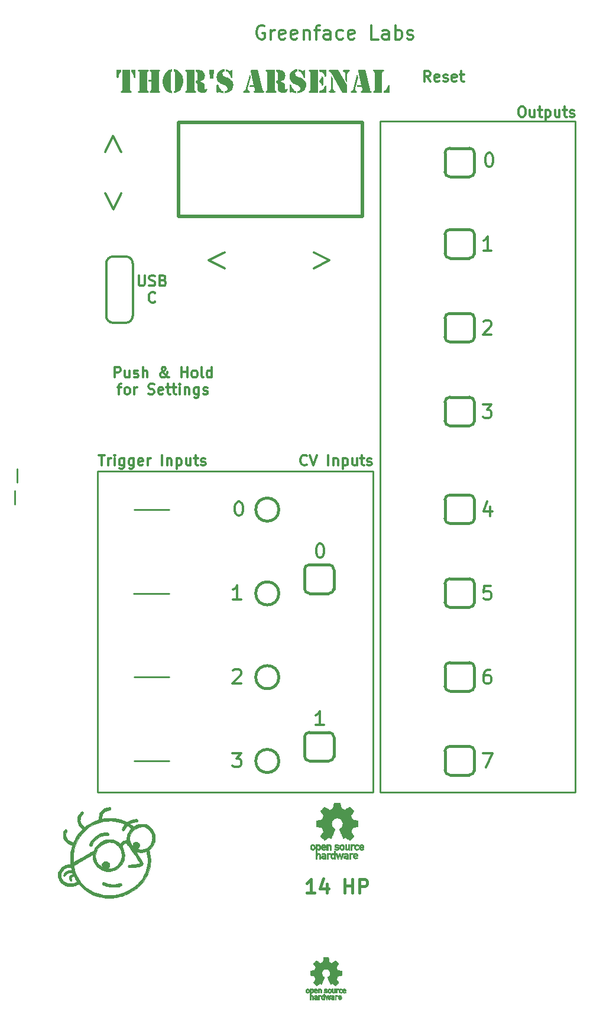
<source format=gbr>
G04 #@! TF.GenerationSoftware,KiCad,Pcbnew,8.0.5*
G04 #@! TF.CreationDate,2024-10-23T08:14:31-07:00*
G04 #@! TF.ProjectId,panel,70616e65-6c2e-46b6-9963-61645f706362,2.1*
G04 #@! TF.SameCoordinates,Original*
G04 #@! TF.FileFunction,Legend,Top*
G04 #@! TF.FilePolarity,Positive*
%FSLAX46Y46*%
G04 Gerber Fmt 4.6, Leading zero omitted, Abs format (unit mm)*
G04 Created by KiCad (PCBNEW 8.0.5) date 2024-10-23 08:14:31*
%MOMM*%
%LPD*%
G01*
G04 APERTURE LIST*
%ADD10C,0.500000*%
%ADD11C,0.250000*%
%ADD12C,0.300000*%
%ADD13C,0.400000*%
%ADD14C,0.010000*%
G04 APERTURE END LIST*
D10*
X62700000Y-70000000D02*
X62700000Y-56550000D01*
D11*
X61345836Y-147988536D02*
X56360000Y-147989969D01*
X91600000Y-56400000D02*
X119550000Y-56400000D01*
X119550000Y-152500000D01*
X91600000Y-152500000D01*
X91600000Y-56400000D01*
X61345836Y-123988536D02*
X56310000Y-123989969D01*
X51100000Y-106525000D02*
X90560000Y-106525000D01*
X90560000Y-152500000D01*
X51100000Y-152500000D01*
X51100000Y-106525000D01*
D10*
X89000000Y-56550000D02*
X89000000Y-70000000D01*
D11*
X39620000Y-106190000D02*
X39620000Y-108120000D01*
X61345836Y-111988536D02*
X56340000Y-111989969D01*
D10*
X62700000Y-56550000D02*
X89000000Y-56550000D01*
D11*
X61345836Y-135988536D02*
X56370000Y-135990000D01*
D10*
X89000000Y-70000000D02*
X62700000Y-70000000D01*
D11*
X39280000Y-109285000D02*
X39280000Y-111215000D01*
D12*
X51285714Y-104178328D02*
X52142857Y-104178328D01*
X51714285Y-105678328D02*
X51714285Y-104178328D01*
X52642856Y-105678328D02*
X52642856Y-104678328D01*
X52642856Y-104964042D02*
X52714285Y-104821185D01*
X52714285Y-104821185D02*
X52785714Y-104749757D01*
X52785714Y-104749757D02*
X52928571Y-104678328D01*
X52928571Y-104678328D02*
X53071428Y-104678328D01*
X53571427Y-105678328D02*
X53571427Y-104678328D01*
X53571427Y-104178328D02*
X53499999Y-104249757D01*
X53499999Y-104249757D02*
X53571427Y-104321185D01*
X53571427Y-104321185D02*
X53642856Y-104249757D01*
X53642856Y-104249757D02*
X53571427Y-104178328D01*
X53571427Y-104178328D02*
X53571427Y-104321185D01*
X54928571Y-104678328D02*
X54928571Y-105892614D01*
X54928571Y-105892614D02*
X54857142Y-106035471D01*
X54857142Y-106035471D02*
X54785713Y-106106900D01*
X54785713Y-106106900D02*
X54642856Y-106178328D01*
X54642856Y-106178328D02*
X54428571Y-106178328D01*
X54428571Y-106178328D02*
X54285713Y-106106900D01*
X54928571Y-105606900D02*
X54785713Y-105678328D01*
X54785713Y-105678328D02*
X54499999Y-105678328D01*
X54499999Y-105678328D02*
X54357142Y-105606900D01*
X54357142Y-105606900D02*
X54285713Y-105535471D01*
X54285713Y-105535471D02*
X54214285Y-105392614D01*
X54214285Y-105392614D02*
X54214285Y-104964042D01*
X54214285Y-104964042D02*
X54285713Y-104821185D01*
X54285713Y-104821185D02*
X54357142Y-104749757D01*
X54357142Y-104749757D02*
X54499999Y-104678328D01*
X54499999Y-104678328D02*
X54785713Y-104678328D01*
X54785713Y-104678328D02*
X54928571Y-104749757D01*
X56285714Y-104678328D02*
X56285714Y-105892614D01*
X56285714Y-105892614D02*
X56214285Y-106035471D01*
X56214285Y-106035471D02*
X56142856Y-106106900D01*
X56142856Y-106106900D02*
X55999999Y-106178328D01*
X55999999Y-106178328D02*
X55785714Y-106178328D01*
X55785714Y-106178328D02*
X55642856Y-106106900D01*
X56285714Y-105606900D02*
X56142856Y-105678328D01*
X56142856Y-105678328D02*
X55857142Y-105678328D01*
X55857142Y-105678328D02*
X55714285Y-105606900D01*
X55714285Y-105606900D02*
X55642856Y-105535471D01*
X55642856Y-105535471D02*
X55571428Y-105392614D01*
X55571428Y-105392614D02*
X55571428Y-104964042D01*
X55571428Y-104964042D02*
X55642856Y-104821185D01*
X55642856Y-104821185D02*
X55714285Y-104749757D01*
X55714285Y-104749757D02*
X55857142Y-104678328D01*
X55857142Y-104678328D02*
X56142856Y-104678328D01*
X56142856Y-104678328D02*
X56285714Y-104749757D01*
X57571428Y-105606900D02*
X57428571Y-105678328D01*
X57428571Y-105678328D02*
X57142857Y-105678328D01*
X57142857Y-105678328D02*
X56999999Y-105606900D01*
X56999999Y-105606900D02*
X56928571Y-105464042D01*
X56928571Y-105464042D02*
X56928571Y-104892614D01*
X56928571Y-104892614D02*
X56999999Y-104749757D01*
X56999999Y-104749757D02*
X57142857Y-104678328D01*
X57142857Y-104678328D02*
X57428571Y-104678328D01*
X57428571Y-104678328D02*
X57571428Y-104749757D01*
X57571428Y-104749757D02*
X57642857Y-104892614D01*
X57642857Y-104892614D02*
X57642857Y-105035471D01*
X57642857Y-105035471D02*
X56928571Y-105178328D01*
X58285713Y-105678328D02*
X58285713Y-104678328D01*
X58285713Y-104964042D02*
X58357142Y-104821185D01*
X58357142Y-104821185D02*
X58428571Y-104749757D01*
X58428571Y-104749757D02*
X58571428Y-104678328D01*
X58571428Y-104678328D02*
X58714285Y-104678328D01*
X60357141Y-105678328D02*
X60357141Y-104178328D01*
X61071427Y-104678328D02*
X61071427Y-105678328D01*
X61071427Y-104821185D02*
X61142856Y-104749757D01*
X61142856Y-104749757D02*
X61285713Y-104678328D01*
X61285713Y-104678328D02*
X61499999Y-104678328D01*
X61499999Y-104678328D02*
X61642856Y-104749757D01*
X61642856Y-104749757D02*
X61714285Y-104892614D01*
X61714285Y-104892614D02*
X61714285Y-105678328D01*
X62428570Y-104678328D02*
X62428570Y-106178328D01*
X62428570Y-104749757D02*
X62571428Y-104678328D01*
X62571428Y-104678328D02*
X62857142Y-104678328D01*
X62857142Y-104678328D02*
X62999999Y-104749757D01*
X62999999Y-104749757D02*
X63071428Y-104821185D01*
X63071428Y-104821185D02*
X63142856Y-104964042D01*
X63142856Y-104964042D02*
X63142856Y-105392614D01*
X63142856Y-105392614D02*
X63071428Y-105535471D01*
X63071428Y-105535471D02*
X62999999Y-105606900D01*
X62999999Y-105606900D02*
X62857142Y-105678328D01*
X62857142Y-105678328D02*
X62571428Y-105678328D01*
X62571428Y-105678328D02*
X62428570Y-105606900D01*
X64428571Y-104678328D02*
X64428571Y-105678328D01*
X63785713Y-104678328D02*
X63785713Y-105464042D01*
X63785713Y-105464042D02*
X63857142Y-105606900D01*
X63857142Y-105606900D02*
X63999999Y-105678328D01*
X63999999Y-105678328D02*
X64214285Y-105678328D01*
X64214285Y-105678328D02*
X64357142Y-105606900D01*
X64357142Y-105606900D02*
X64428571Y-105535471D01*
X64928571Y-104678328D02*
X65499999Y-104678328D01*
X65142856Y-104178328D02*
X65142856Y-105464042D01*
X65142856Y-105464042D02*
X65214285Y-105606900D01*
X65214285Y-105606900D02*
X65357142Y-105678328D01*
X65357142Y-105678328D02*
X65499999Y-105678328D01*
X65928571Y-105606900D02*
X66071428Y-105678328D01*
X66071428Y-105678328D02*
X66357142Y-105678328D01*
X66357142Y-105678328D02*
X66499999Y-105606900D01*
X66499999Y-105606900D02*
X66571428Y-105464042D01*
X66571428Y-105464042D02*
X66571428Y-105392614D01*
X66571428Y-105392614D02*
X66499999Y-105249757D01*
X66499999Y-105249757D02*
X66357142Y-105178328D01*
X66357142Y-105178328D02*
X66142857Y-105178328D01*
X66142857Y-105178328D02*
X65999999Y-105106900D01*
X65999999Y-105106900D02*
X65928571Y-104964042D01*
X65928571Y-104964042D02*
X65928571Y-104892614D01*
X65928571Y-104892614D02*
X65999999Y-104749757D01*
X65999999Y-104749757D02*
X66142857Y-104678328D01*
X66142857Y-104678328D02*
X66357142Y-104678328D01*
X66357142Y-104678328D02*
X66499999Y-104749757D01*
X106303333Y-96909638D02*
X107541428Y-96909638D01*
X107541428Y-96909638D02*
X106874761Y-97671542D01*
X106874761Y-97671542D02*
X107160476Y-97671542D01*
X107160476Y-97671542D02*
X107350952Y-97766780D01*
X107350952Y-97766780D02*
X107446190Y-97862019D01*
X107446190Y-97862019D02*
X107541428Y-98052495D01*
X107541428Y-98052495D02*
X107541428Y-98528685D01*
X107541428Y-98528685D02*
X107446190Y-98719161D01*
X107446190Y-98719161D02*
X107350952Y-98814400D01*
X107350952Y-98814400D02*
X107160476Y-98909638D01*
X107160476Y-98909638D02*
X106589047Y-98909638D01*
X106589047Y-98909638D02*
X106398571Y-98814400D01*
X106398571Y-98814400D02*
X106303333Y-98719161D01*
X75004760Y-42754876D02*
X74814284Y-42659638D01*
X74814284Y-42659638D02*
X74528570Y-42659638D01*
X74528570Y-42659638D02*
X74242855Y-42754876D01*
X74242855Y-42754876D02*
X74052379Y-42945352D01*
X74052379Y-42945352D02*
X73957141Y-43135828D01*
X73957141Y-43135828D02*
X73861903Y-43516780D01*
X73861903Y-43516780D02*
X73861903Y-43802495D01*
X73861903Y-43802495D02*
X73957141Y-44183447D01*
X73957141Y-44183447D02*
X74052379Y-44373923D01*
X74052379Y-44373923D02*
X74242855Y-44564400D01*
X74242855Y-44564400D02*
X74528570Y-44659638D01*
X74528570Y-44659638D02*
X74719046Y-44659638D01*
X74719046Y-44659638D02*
X75004760Y-44564400D01*
X75004760Y-44564400D02*
X75099998Y-44469161D01*
X75099998Y-44469161D02*
X75099998Y-43802495D01*
X75099998Y-43802495D02*
X74719046Y-43802495D01*
X75957141Y-44659638D02*
X75957141Y-43326304D01*
X75957141Y-43707257D02*
X76052379Y-43516780D01*
X76052379Y-43516780D02*
X76147617Y-43421542D01*
X76147617Y-43421542D02*
X76338093Y-43326304D01*
X76338093Y-43326304D02*
X76528570Y-43326304D01*
X77957141Y-44564400D02*
X77766665Y-44659638D01*
X77766665Y-44659638D02*
X77385712Y-44659638D01*
X77385712Y-44659638D02*
X77195236Y-44564400D01*
X77195236Y-44564400D02*
X77099998Y-44373923D01*
X77099998Y-44373923D02*
X77099998Y-43612019D01*
X77099998Y-43612019D02*
X77195236Y-43421542D01*
X77195236Y-43421542D02*
X77385712Y-43326304D01*
X77385712Y-43326304D02*
X77766665Y-43326304D01*
X77766665Y-43326304D02*
X77957141Y-43421542D01*
X77957141Y-43421542D02*
X78052379Y-43612019D01*
X78052379Y-43612019D02*
X78052379Y-43802495D01*
X78052379Y-43802495D02*
X77099998Y-43992971D01*
X79671427Y-44564400D02*
X79480951Y-44659638D01*
X79480951Y-44659638D02*
X79099998Y-44659638D01*
X79099998Y-44659638D02*
X78909522Y-44564400D01*
X78909522Y-44564400D02*
X78814284Y-44373923D01*
X78814284Y-44373923D02*
X78814284Y-43612019D01*
X78814284Y-43612019D02*
X78909522Y-43421542D01*
X78909522Y-43421542D02*
X79099998Y-43326304D01*
X79099998Y-43326304D02*
X79480951Y-43326304D01*
X79480951Y-43326304D02*
X79671427Y-43421542D01*
X79671427Y-43421542D02*
X79766665Y-43612019D01*
X79766665Y-43612019D02*
X79766665Y-43802495D01*
X79766665Y-43802495D02*
X78814284Y-43992971D01*
X80623808Y-43326304D02*
X80623808Y-44659638D01*
X80623808Y-43516780D02*
X80719046Y-43421542D01*
X80719046Y-43421542D02*
X80909522Y-43326304D01*
X80909522Y-43326304D02*
X81195237Y-43326304D01*
X81195237Y-43326304D02*
X81385713Y-43421542D01*
X81385713Y-43421542D02*
X81480951Y-43612019D01*
X81480951Y-43612019D02*
X81480951Y-44659638D01*
X82147618Y-43326304D02*
X82909522Y-43326304D01*
X82433332Y-44659638D02*
X82433332Y-42945352D01*
X82433332Y-42945352D02*
X82528570Y-42754876D01*
X82528570Y-42754876D02*
X82719046Y-42659638D01*
X82719046Y-42659638D02*
X82909522Y-42659638D01*
X84433332Y-44659638D02*
X84433332Y-43612019D01*
X84433332Y-43612019D02*
X84338094Y-43421542D01*
X84338094Y-43421542D02*
X84147618Y-43326304D01*
X84147618Y-43326304D02*
X83766665Y-43326304D01*
X83766665Y-43326304D02*
X83576189Y-43421542D01*
X84433332Y-44564400D02*
X84242856Y-44659638D01*
X84242856Y-44659638D02*
X83766665Y-44659638D01*
X83766665Y-44659638D02*
X83576189Y-44564400D01*
X83576189Y-44564400D02*
X83480951Y-44373923D01*
X83480951Y-44373923D02*
X83480951Y-44183447D01*
X83480951Y-44183447D02*
X83576189Y-43992971D01*
X83576189Y-43992971D02*
X83766665Y-43897733D01*
X83766665Y-43897733D02*
X84242856Y-43897733D01*
X84242856Y-43897733D02*
X84433332Y-43802495D01*
X86242856Y-44564400D02*
X86052380Y-44659638D01*
X86052380Y-44659638D02*
X85671427Y-44659638D01*
X85671427Y-44659638D02*
X85480951Y-44564400D01*
X85480951Y-44564400D02*
X85385713Y-44469161D01*
X85385713Y-44469161D02*
X85290475Y-44278685D01*
X85290475Y-44278685D02*
X85290475Y-43707257D01*
X85290475Y-43707257D02*
X85385713Y-43516780D01*
X85385713Y-43516780D02*
X85480951Y-43421542D01*
X85480951Y-43421542D02*
X85671427Y-43326304D01*
X85671427Y-43326304D02*
X86052380Y-43326304D01*
X86052380Y-43326304D02*
X86242856Y-43421542D01*
X87861904Y-44564400D02*
X87671428Y-44659638D01*
X87671428Y-44659638D02*
X87290475Y-44659638D01*
X87290475Y-44659638D02*
X87099999Y-44564400D01*
X87099999Y-44564400D02*
X87004761Y-44373923D01*
X87004761Y-44373923D02*
X87004761Y-43612019D01*
X87004761Y-43612019D02*
X87099999Y-43421542D01*
X87099999Y-43421542D02*
X87290475Y-43326304D01*
X87290475Y-43326304D02*
X87671428Y-43326304D01*
X87671428Y-43326304D02*
X87861904Y-43421542D01*
X87861904Y-43421542D02*
X87957142Y-43612019D01*
X87957142Y-43612019D02*
X87957142Y-43802495D01*
X87957142Y-43802495D02*
X87004761Y-43992971D01*
X91290476Y-44659638D02*
X90338095Y-44659638D01*
X90338095Y-44659638D02*
X90338095Y-42659638D01*
X92814286Y-44659638D02*
X92814286Y-43612019D01*
X92814286Y-43612019D02*
X92719048Y-43421542D01*
X92719048Y-43421542D02*
X92528572Y-43326304D01*
X92528572Y-43326304D02*
X92147619Y-43326304D01*
X92147619Y-43326304D02*
X91957143Y-43421542D01*
X92814286Y-44564400D02*
X92623810Y-44659638D01*
X92623810Y-44659638D02*
X92147619Y-44659638D01*
X92147619Y-44659638D02*
X91957143Y-44564400D01*
X91957143Y-44564400D02*
X91861905Y-44373923D01*
X91861905Y-44373923D02*
X91861905Y-44183447D01*
X91861905Y-44183447D02*
X91957143Y-43992971D01*
X91957143Y-43992971D02*
X92147619Y-43897733D01*
X92147619Y-43897733D02*
X92623810Y-43897733D01*
X92623810Y-43897733D02*
X92814286Y-43802495D01*
X93766667Y-44659638D02*
X93766667Y-42659638D01*
X93766667Y-43421542D02*
X93957143Y-43326304D01*
X93957143Y-43326304D02*
X94338096Y-43326304D01*
X94338096Y-43326304D02*
X94528572Y-43421542D01*
X94528572Y-43421542D02*
X94623810Y-43516780D01*
X94623810Y-43516780D02*
X94719048Y-43707257D01*
X94719048Y-43707257D02*
X94719048Y-44278685D01*
X94719048Y-44278685D02*
X94623810Y-44469161D01*
X94623810Y-44469161D02*
X94528572Y-44564400D01*
X94528572Y-44564400D02*
X94338096Y-44659638D01*
X94338096Y-44659638D02*
X93957143Y-44659638D01*
X93957143Y-44659638D02*
X93766667Y-44564400D01*
X95480953Y-44564400D02*
X95671429Y-44659638D01*
X95671429Y-44659638D02*
X96052381Y-44659638D01*
X96052381Y-44659638D02*
X96242858Y-44564400D01*
X96242858Y-44564400D02*
X96338096Y-44373923D01*
X96338096Y-44373923D02*
X96338096Y-44278685D01*
X96338096Y-44278685D02*
X96242858Y-44088209D01*
X96242858Y-44088209D02*
X96052381Y-43992971D01*
X96052381Y-43992971D02*
X95766667Y-43992971D01*
X95766667Y-43992971D02*
X95576191Y-43897733D01*
X95576191Y-43897733D02*
X95480953Y-43707257D01*
X95480953Y-43707257D02*
X95480953Y-43612019D01*
X95480953Y-43612019D02*
X95576191Y-43421542D01*
X95576191Y-43421542D02*
X95766667Y-43326304D01*
X95766667Y-43326304D02*
X96052381Y-43326304D01*
X96052381Y-43326304D02*
X96242858Y-43421542D01*
X106398571Y-85100114D02*
X106493809Y-85004876D01*
X106493809Y-85004876D02*
X106684285Y-84909638D01*
X106684285Y-84909638D02*
X107160476Y-84909638D01*
X107160476Y-84909638D02*
X107350952Y-85004876D01*
X107350952Y-85004876D02*
X107446190Y-85100114D01*
X107446190Y-85100114D02*
X107541428Y-85290590D01*
X107541428Y-85290590D02*
X107541428Y-85481066D01*
X107541428Y-85481066D02*
X107446190Y-85766780D01*
X107446190Y-85766780D02*
X106303333Y-86909638D01*
X106303333Y-86909638D02*
X107541428Y-86909638D01*
X107541428Y-74909638D02*
X106398571Y-74909638D01*
X106969999Y-74909638D02*
X106969999Y-72909638D01*
X106969999Y-72909638D02*
X106779523Y-73195352D01*
X106779523Y-73195352D02*
X106589047Y-73385828D01*
X106589047Y-73385828D02*
X106398571Y-73481066D01*
X53535713Y-93070870D02*
X53535713Y-91570870D01*
X53535713Y-91570870D02*
X54107142Y-91570870D01*
X54107142Y-91570870D02*
X54249999Y-91642299D01*
X54249999Y-91642299D02*
X54321428Y-91713727D01*
X54321428Y-91713727D02*
X54392856Y-91856584D01*
X54392856Y-91856584D02*
X54392856Y-92070870D01*
X54392856Y-92070870D02*
X54321428Y-92213727D01*
X54321428Y-92213727D02*
X54249999Y-92285156D01*
X54249999Y-92285156D02*
X54107142Y-92356584D01*
X54107142Y-92356584D02*
X53535713Y-92356584D01*
X55678571Y-92070870D02*
X55678571Y-93070870D01*
X55035713Y-92070870D02*
X55035713Y-92856584D01*
X55035713Y-92856584D02*
X55107142Y-92999442D01*
X55107142Y-92999442D02*
X55249999Y-93070870D01*
X55249999Y-93070870D02*
X55464285Y-93070870D01*
X55464285Y-93070870D02*
X55607142Y-92999442D01*
X55607142Y-92999442D02*
X55678571Y-92928013D01*
X56321428Y-92999442D02*
X56464285Y-93070870D01*
X56464285Y-93070870D02*
X56749999Y-93070870D01*
X56749999Y-93070870D02*
X56892856Y-92999442D01*
X56892856Y-92999442D02*
X56964285Y-92856584D01*
X56964285Y-92856584D02*
X56964285Y-92785156D01*
X56964285Y-92785156D02*
X56892856Y-92642299D01*
X56892856Y-92642299D02*
X56749999Y-92570870D01*
X56749999Y-92570870D02*
X56535714Y-92570870D01*
X56535714Y-92570870D02*
X56392856Y-92499442D01*
X56392856Y-92499442D02*
X56321428Y-92356584D01*
X56321428Y-92356584D02*
X56321428Y-92285156D01*
X56321428Y-92285156D02*
X56392856Y-92142299D01*
X56392856Y-92142299D02*
X56535714Y-92070870D01*
X56535714Y-92070870D02*
X56749999Y-92070870D01*
X56749999Y-92070870D02*
X56892856Y-92142299D01*
X57607142Y-93070870D02*
X57607142Y-91570870D01*
X58250000Y-93070870D02*
X58250000Y-92285156D01*
X58250000Y-92285156D02*
X58178571Y-92142299D01*
X58178571Y-92142299D02*
X58035714Y-92070870D01*
X58035714Y-92070870D02*
X57821428Y-92070870D01*
X57821428Y-92070870D02*
X57678571Y-92142299D01*
X57678571Y-92142299D02*
X57607142Y-92213727D01*
X61321428Y-93070870D02*
X61250000Y-93070870D01*
X61250000Y-93070870D02*
X61107142Y-92999442D01*
X61107142Y-92999442D02*
X60892857Y-92785156D01*
X60892857Y-92785156D02*
X60535714Y-92356584D01*
X60535714Y-92356584D02*
X60392857Y-92142299D01*
X60392857Y-92142299D02*
X60321428Y-91928013D01*
X60321428Y-91928013D02*
X60321428Y-91785156D01*
X60321428Y-91785156D02*
X60392857Y-91642299D01*
X60392857Y-91642299D02*
X60535714Y-91570870D01*
X60535714Y-91570870D02*
X60607142Y-91570870D01*
X60607142Y-91570870D02*
X60750000Y-91642299D01*
X60750000Y-91642299D02*
X60821428Y-91785156D01*
X60821428Y-91785156D02*
X60821428Y-91856584D01*
X60821428Y-91856584D02*
X60750000Y-91999442D01*
X60750000Y-91999442D02*
X60678571Y-92070870D01*
X60678571Y-92070870D02*
X60250000Y-92356584D01*
X60250000Y-92356584D02*
X60178571Y-92428013D01*
X60178571Y-92428013D02*
X60107142Y-92570870D01*
X60107142Y-92570870D02*
X60107142Y-92785156D01*
X60107142Y-92785156D02*
X60178571Y-92928013D01*
X60178571Y-92928013D02*
X60250000Y-92999442D01*
X60250000Y-92999442D02*
X60392857Y-93070870D01*
X60392857Y-93070870D02*
X60607142Y-93070870D01*
X60607142Y-93070870D02*
X60750000Y-92999442D01*
X60750000Y-92999442D02*
X60821428Y-92928013D01*
X60821428Y-92928013D02*
X61035714Y-92642299D01*
X61035714Y-92642299D02*
X61107142Y-92428013D01*
X61107142Y-92428013D02*
X61107142Y-92285156D01*
X63107142Y-93070870D02*
X63107142Y-91570870D01*
X63107142Y-92285156D02*
X63964285Y-92285156D01*
X63964285Y-93070870D02*
X63964285Y-91570870D01*
X64892857Y-93070870D02*
X64750000Y-92999442D01*
X64750000Y-92999442D02*
X64678571Y-92928013D01*
X64678571Y-92928013D02*
X64607143Y-92785156D01*
X64607143Y-92785156D02*
X64607143Y-92356584D01*
X64607143Y-92356584D02*
X64678571Y-92213727D01*
X64678571Y-92213727D02*
X64750000Y-92142299D01*
X64750000Y-92142299D02*
X64892857Y-92070870D01*
X64892857Y-92070870D02*
X65107143Y-92070870D01*
X65107143Y-92070870D02*
X65250000Y-92142299D01*
X65250000Y-92142299D02*
X65321429Y-92213727D01*
X65321429Y-92213727D02*
X65392857Y-92356584D01*
X65392857Y-92356584D02*
X65392857Y-92785156D01*
X65392857Y-92785156D02*
X65321429Y-92928013D01*
X65321429Y-92928013D02*
X65250000Y-92999442D01*
X65250000Y-92999442D02*
X65107143Y-93070870D01*
X65107143Y-93070870D02*
X64892857Y-93070870D01*
X66250000Y-93070870D02*
X66107143Y-92999442D01*
X66107143Y-92999442D02*
X66035714Y-92856584D01*
X66035714Y-92856584D02*
X66035714Y-91570870D01*
X67464286Y-93070870D02*
X67464286Y-91570870D01*
X67464286Y-92999442D02*
X67321428Y-93070870D01*
X67321428Y-93070870D02*
X67035714Y-93070870D01*
X67035714Y-93070870D02*
X66892857Y-92999442D01*
X66892857Y-92999442D02*
X66821428Y-92928013D01*
X66821428Y-92928013D02*
X66750000Y-92785156D01*
X66750000Y-92785156D02*
X66750000Y-92356584D01*
X66750000Y-92356584D02*
X66821428Y-92213727D01*
X66821428Y-92213727D02*
X66892857Y-92142299D01*
X66892857Y-92142299D02*
X67035714Y-92070870D01*
X67035714Y-92070870D02*
X67321428Y-92070870D01*
X67321428Y-92070870D02*
X67464286Y-92142299D01*
X53964286Y-94485786D02*
X54535714Y-94485786D01*
X54178571Y-95485786D02*
X54178571Y-94200072D01*
X54178571Y-94200072D02*
X54250000Y-94057215D01*
X54250000Y-94057215D02*
X54392857Y-93985786D01*
X54392857Y-93985786D02*
X54535714Y-93985786D01*
X55250000Y-95485786D02*
X55107143Y-95414358D01*
X55107143Y-95414358D02*
X55035714Y-95342929D01*
X55035714Y-95342929D02*
X54964286Y-95200072D01*
X54964286Y-95200072D02*
X54964286Y-94771500D01*
X54964286Y-94771500D02*
X55035714Y-94628643D01*
X55035714Y-94628643D02*
X55107143Y-94557215D01*
X55107143Y-94557215D02*
X55250000Y-94485786D01*
X55250000Y-94485786D02*
X55464286Y-94485786D01*
X55464286Y-94485786D02*
X55607143Y-94557215D01*
X55607143Y-94557215D02*
X55678572Y-94628643D01*
X55678572Y-94628643D02*
X55750000Y-94771500D01*
X55750000Y-94771500D02*
X55750000Y-95200072D01*
X55750000Y-95200072D02*
X55678572Y-95342929D01*
X55678572Y-95342929D02*
X55607143Y-95414358D01*
X55607143Y-95414358D02*
X55464286Y-95485786D01*
X55464286Y-95485786D02*
X55250000Y-95485786D01*
X56392857Y-95485786D02*
X56392857Y-94485786D01*
X56392857Y-94771500D02*
X56464286Y-94628643D01*
X56464286Y-94628643D02*
X56535715Y-94557215D01*
X56535715Y-94557215D02*
X56678572Y-94485786D01*
X56678572Y-94485786D02*
X56821429Y-94485786D01*
X58392857Y-95414358D02*
X58607143Y-95485786D01*
X58607143Y-95485786D02*
X58964285Y-95485786D01*
X58964285Y-95485786D02*
X59107143Y-95414358D01*
X59107143Y-95414358D02*
X59178571Y-95342929D01*
X59178571Y-95342929D02*
X59250000Y-95200072D01*
X59250000Y-95200072D02*
X59250000Y-95057215D01*
X59250000Y-95057215D02*
X59178571Y-94914358D01*
X59178571Y-94914358D02*
X59107143Y-94842929D01*
X59107143Y-94842929D02*
X58964285Y-94771500D01*
X58964285Y-94771500D02*
X58678571Y-94700072D01*
X58678571Y-94700072D02*
X58535714Y-94628643D01*
X58535714Y-94628643D02*
X58464285Y-94557215D01*
X58464285Y-94557215D02*
X58392857Y-94414358D01*
X58392857Y-94414358D02*
X58392857Y-94271500D01*
X58392857Y-94271500D02*
X58464285Y-94128643D01*
X58464285Y-94128643D02*
X58535714Y-94057215D01*
X58535714Y-94057215D02*
X58678571Y-93985786D01*
X58678571Y-93985786D02*
X59035714Y-93985786D01*
X59035714Y-93985786D02*
X59250000Y-94057215D01*
X60464285Y-95414358D02*
X60321428Y-95485786D01*
X60321428Y-95485786D02*
X60035714Y-95485786D01*
X60035714Y-95485786D02*
X59892856Y-95414358D01*
X59892856Y-95414358D02*
X59821428Y-95271500D01*
X59821428Y-95271500D02*
X59821428Y-94700072D01*
X59821428Y-94700072D02*
X59892856Y-94557215D01*
X59892856Y-94557215D02*
X60035714Y-94485786D01*
X60035714Y-94485786D02*
X60321428Y-94485786D01*
X60321428Y-94485786D02*
X60464285Y-94557215D01*
X60464285Y-94557215D02*
X60535714Y-94700072D01*
X60535714Y-94700072D02*
X60535714Y-94842929D01*
X60535714Y-94842929D02*
X59821428Y-94985786D01*
X60964285Y-94485786D02*
X61535713Y-94485786D01*
X61178570Y-93985786D02*
X61178570Y-95271500D01*
X61178570Y-95271500D02*
X61249999Y-95414358D01*
X61249999Y-95414358D02*
X61392856Y-95485786D01*
X61392856Y-95485786D02*
X61535713Y-95485786D01*
X61821428Y-94485786D02*
X62392856Y-94485786D01*
X62035713Y-93985786D02*
X62035713Y-95271500D01*
X62035713Y-95271500D02*
X62107142Y-95414358D01*
X62107142Y-95414358D02*
X62249999Y-95485786D01*
X62249999Y-95485786D02*
X62392856Y-95485786D01*
X62892856Y-95485786D02*
X62892856Y-94485786D01*
X62892856Y-93985786D02*
X62821428Y-94057215D01*
X62821428Y-94057215D02*
X62892856Y-94128643D01*
X62892856Y-94128643D02*
X62964285Y-94057215D01*
X62964285Y-94057215D02*
X62892856Y-93985786D01*
X62892856Y-93985786D02*
X62892856Y-94128643D01*
X63607142Y-94485786D02*
X63607142Y-95485786D01*
X63607142Y-94628643D02*
X63678571Y-94557215D01*
X63678571Y-94557215D02*
X63821428Y-94485786D01*
X63821428Y-94485786D02*
X64035714Y-94485786D01*
X64035714Y-94485786D02*
X64178571Y-94557215D01*
X64178571Y-94557215D02*
X64250000Y-94700072D01*
X64250000Y-94700072D02*
X64250000Y-95485786D01*
X65607143Y-94485786D02*
X65607143Y-95700072D01*
X65607143Y-95700072D02*
X65535714Y-95842929D01*
X65535714Y-95842929D02*
X65464285Y-95914358D01*
X65464285Y-95914358D02*
X65321428Y-95985786D01*
X65321428Y-95985786D02*
X65107143Y-95985786D01*
X65107143Y-95985786D02*
X64964285Y-95914358D01*
X65607143Y-95414358D02*
X65464285Y-95485786D01*
X65464285Y-95485786D02*
X65178571Y-95485786D01*
X65178571Y-95485786D02*
X65035714Y-95414358D01*
X65035714Y-95414358D02*
X64964285Y-95342929D01*
X64964285Y-95342929D02*
X64892857Y-95200072D01*
X64892857Y-95200072D02*
X64892857Y-94771500D01*
X64892857Y-94771500D02*
X64964285Y-94628643D01*
X64964285Y-94628643D02*
X65035714Y-94557215D01*
X65035714Y-94557215D02*
X65178571Y-94485786D01*
X65178571Y-94485786D02*
X65464285Y-94485786D01*
X65464285Y-94485786D02*
X65607143Y-94557215D01*
X66250000Y-95414358D02*
X66392857Y-95485786D01*
X66392857Y-95485786D02*
X66678571Y-95485786D01*
X66678571Y-95485786D02*
X66821428Y-95414358D01*
X66821428Y-95414358D02*
X66892857Y-95271500D01*
X66892857Y-95271500D02*
X66892857Y-95200072D01*
X66892857Y-95200072D02*
X66821428Y-95057215D01*
X66821428Y-95057215D02*
X66678571Y-94985786D01*
X66678571Y-94985786D02*
X66464286Y-94985786D01*
X66464286Y-94985786D02*
X66321428Y-94914358D01*
X66321428Y-94914358D02*
X66250000Y-94771500D01*
X66250000Y-94771500D02*
X66250000Y-94700072D01*
X66250000Y-94700072D02*
X66321428Y-94557215D01*
X66321428Y-94557215D02*
X66464286Y-94485786D01*
X66464286Y-94485786D02*
X66678571Y-94485786D01*
X66678571Y-94485786D02*
X66821428Y-94557215D01*
X107350952Y-134909638D02*
X106969999Y-134909638D01*
X106969999Y-134909638D02*
X106779523Y-135004876D01*
X106779523Y-135004876D02*
X106684285Y-135100114D01*
X106684285Y-135100114D02*
X106493809Y-135385828D01*
X106493809Y-135385828D02*
X106398571Y-135766780D01*
X106398571Y-135766780D02*
X106398571Y-136528685D01*
X106398571Y-136528685D02*
X106493809Y-136719161D01*
X106493809Y-136719161D02*
X106589047Y-136814400D01*
X106589047Y-136814400D02*
X106779523Y-136909638D01*
X106779523Y-136909638D02*
X107160476Y-136909638D01*
X107160476Y-136909638D02*
X107350952Y-136814400D01*
X107350952Y-136814400D02*
X107446190Y-136719161D01*
X107446190Y-136719161D02*
X107541428Y-136528685D01*
X107541428Y-136528685D02*
X107541428Y-136052495D01*
X107541428Y-136052495D02*
X107446190Y-135862019D01*
X107446190Y-135862019D02*
X107350952Y-135766780D01*
X107350952Y-135766780D02*
X107160476Y-135671542D01*
X107160476Y-135671542D02*
X106779523Y-135671542D01*
X106779523Y-135671542D02*
X106589047Y-135766780D01*
X106589047Y-135766780D02*
X106493809Y-135862019D01*
X106493809Y-135862019D02*
X106398571Y-136052495D01*
X107124761Y-60909638D02*
X107315238Y-60909638D01*
X107315238Y-60909638D02*
X107505714Y-61004876D01*
X107505714Y-61004876D02*
X107600952Y-61100114D01*
X107600952Y-61100114D02*
X107696190Y-61290590D01*
X107696190Y-61290590D02*
X107791428Y-61671542D01*
X107791428Y-61671542D02*
X107791428Y-62147733D01*
X107791428Y-62147733D02*
X107696190Y-62528685D01*
X107696190Y-62528685D02*
X107600952Y-62719161D01*
X107600952Y-62719161D02*
X107505714Y-62814400D01*
X107505714Y-62814400D02*
X107315238Y-62909638D01*
X107315238Y-62909638D02*
X107124761Y-62909638D01*
X107124761Y-62909638D02*
X106934285Y-62814400D01*
X106934285Y-62814400D02*
X106839047Y-62719161D01*
X106839047Y-62719161D02*
X106743809Y-62528685D01*
X106743809Y-62528685D02*
X106648571Y-62147733D01*
X106648571Y-62147733D02*
X106648571Y-61671542D01*
X106648571Y-61671542D02*
X106743809Y-61290590D01*
X106743809Y-61290590D02*
X106839047Y-61100114D01*
X106839047Y-61100114D02*
X106934285Y-61004876D01*
X106934285Y-61004876D02*
X107124761Y-60909638D01*
X70433333Y-146859638D02*
X71671428Y-146859638D01*
X71671428Y-146859638D02*
X71004761Y-147621542D01*
X71004761Y-147621542D02*
X71290476Y-147621542D01*
X71290476Y-147621542D02*
X71480952Y-147716780D01*
X71480952Y-147716780D02*
X71576190Y-147812019D01*
X71576190Y-147812019D02*
X71671428Y-148002495D01*
X71671428Y-148002495D02*
X71671428Y-148478685D01*
X71671428Y-148478685D02*
X71576190Y-148669161D01*
X71576190Y-148669161D02*
X71480952Y-148764400D01*
X71480952Y-148764400D02*
X71290476Y-148859638D01*
X71290476Y-148859638D02*
X70719047Y-148859638D01*
X70719047Y-148859638D02*
X70528571Y-148764400D01*
X70528571Y-148764400D02*
X70433333Y-148669161D01*
X81101428Y-105535471D02*
X81030000Y-105606900D01*
X81030000Y-105606900D02*
X80815714Y-105678328D01*
X80815714Y-105678328D02*
X80672857Y-105678328D01*
X80672857Y-105678328D02*
X80458571Y-105606900D01*
X80458571Y-105606900D02*
X80315714Y-105464042D01*
X80315714Y-105464042D02*
X80244285Y-105321185D01*
X80244285Y-105321185D02*
X80172857Y-105035471D01*
X80172857Y-105035471D02*
X80172857Y-104821185D01*
X80172857Y-104821185D02*
X80244285Y-104535471D01*
X80244285Y-104535471D02*
X80315714Y-104392614D01*
X80315714Y-104392614D02*
X80458571Y-104249757D01*
X80458571Y-104249757D02*
X80672857Y-104178328D01*
X80672857Y-104178328D02*
X80815714Y-104178328D01*
X80815714Y-104178328D02*
X81030000Y-104249757D01*
X81030000Y-104249757D02*
X81101428Y-104321185D01*
X81530000Y-104178328D02*
X82030000Y-105678328D01*
X82030000Y-105678328D02*
X82530000Y-104178328D01*
X84172856Y-105678328D02*
X84172856Y-104178328D01*
X84887142Y-104678328D02*
X84887142Y-105678328D01*
X84887142Y-104821185D02*
X84958571Y-104749757D01*
X84958571Y-104749757D02*
X85101428Y-104678328D01*
X85101428Y-104678328D02*
X85315714Y-104678328D01*
X85315714Y-104678328D02*
X85458571Y-104749757D01*
X85458571Y-104749757D02*
X85530000Y-104892614D01*
X85530000Y-104892614D02*
X85530000Y-105678328D01*
X86244285Y-104678328D02*
X86244285Y-106178328D01*
X86244285Y-104749757D02*
X86387143Y-104678328D01*
X86387143Y-104678328D02*
X86672857Y-104678328D01*
X86672857Y-104678328D02*
X86815714Y-104749757D01*
X86815714Y-104749757D02*
X86887143Y-104821185D01*
X86887143Y-104821185D02*
X86958571Y-104964042D01*
X86958571Y-104964042D02*
X86958571Y-105392614D01*
X86958571Y-105392614D02*
X86887143Y-105535471D01*
X86887143Y-105535471D02*
X86815714Y-105606900D01*
X86815714Y-105606900D02*
X86672857Y-105678328D01*
X86672857Y-105678328D02*
X86387143Y-105678328D01*
X86387143Y-105678328D02*
X86244285Y-105606900D01*
X88244286Y-104678328D02*
X88244286Y-105678328D01*
X87601428Y-104678328D02*
X87601428Y-105464042D01*
X87601428Y-105464042D02*
X87672857Y-105606900D01*
X87672857Y-105606900D02*
X87815714Y-105678328D01*
X87815714Y-105678328D02*
X88030000Y-105678328D01*
X88030000Y-105678328D02*
X88172857Y-105606900D01*
X88172857Y-105606900D02*
X88244286Y-105535471D01*
X88744286Y-104678328D02*
X89315714Y-104678328D01*
X88958571Y-104178328D02*
X88958571Y-105464042D01*
X88958571Y-105464042D02*
X89030000Y-105606900D01*
X89030000Y-105606900D02*
X89172857Y-105678328D01*
X89172857Y-105678328D02*
X89315714Y-105678328D01*
X89744286Y-105606900D02*
X89887143Y-105678328D01*
X89887143Y-105678328D02*
X90172857Y-105678328D01*
X90172857Y-105678328D02*
X90315714Y-105606900D01*
X90315714Y-105606900D02*
X90387143Y-105464042D01*
X90387143Y-105464042D02*
X90387143Y-105392614D01*
X90387143Y-105392614D02*
X90315714Y-105249757D01*
X90315714Y-105249757D02*
X90172857Y-105178328D01*
X90172857Y-105178328D02*
X89958572Y-105178328D01*
X89958572Y-105178328D02*
X89815714Y-105106900D01*
X89815714Y-105106900D02*
X89744286Y-104964042D01*
X89744286Y-104964042D02*
X89744286Y-104892614D01*
X89744286Y-104892614D02*
X89815714Y-104749757D01*
X89815714Y-104749757D02*
X89958572Y-104678328D01*
X89958572Y-104678328D02*
X90172857Y-104678328D01*
X90172857Y-104678328D02*
X90315714Y-104749757D01*
D13*
X82209523Y-166904438D02*
X81066666Y-166904438D01*
X81638094Y-166904438D02*
X81638094Y-164904438D01*
X81638094Y-164904438D02*
X81447618Y-165190152D01*
X81447618Y-165190152D02*
X81257142Y-165380628D01*
X81257142Y-165380628D02*
X81066666Y-165475866D01*
X83923809Y-165571104D02*
X83923809Y-166904438D01*
X83447618Y-164809200D02*
X82971428Y-166237771D01*
X82971428Y-166237771D02*
X84209523Y-166237771D01*
X86495238Y-166904438D02*
X86495238Y-164904438D01*
X86495238Y-165856819D02*
X87638095Y-165856819D01*
X87638095Y-166904438D02*
X87638095Y-164904438D01*
X88590476Y-166904438D02*
X88590476Y-164904438D01*
X88590476Y-164904438D02*
X89352381Y-164904438D01*
X89352381Y-164904438D02*
X89542857Y-164999676D01*
X89542857Y-164999676D02*
X89638095Y-165094914D01*
X89638095Y-165094914D02*
X89733333Y-165285390D01*
X89733333Y-165285390D02*
X89733333Y-165571104D01*
X89733333Y-165571104D02*
X89638095Y-165761580D01*
X89638095Y-165761580D02*
X89542857Y-165856819D01*
X89542857Y-165856819D02*
X89352381Y-165952057D01*
X89352381Y-165952057D02*
X88590476Y-165952057D01*
D11*
G36*
X55738381Y-49009877D02*
G01*
X55738381Y-51840285D01*
X55774284Y-51973641D01*
X55810188Y-52003561D01*
X55920464Y-52033481D01*
X56035868Y-52164273D01*
X55973464Y-52264290D01*
X55819591Y-52292501D01*
X55740090Y-52292501D01*
X54668108Y-52292501D01*
X54588607Y-52292501D01*
X54428750Y-52260871D01*
X54374895Y-52164273D01*
X54490300Y-52033481D01*
X54600575Y-52003561D01*
X54634769Y-51973641D01*
X54670673Y-51840285D01*
X54670673Y-49009877D01*
X55738381Y-49009877D01*
G37*
G36*
X56570150Y-49009877D02*
G01*
X56570150Y-50009196D01*
X56529972Y-50117762D01*
X56428245Y-50158795D01*
X56328227Y-50119472D01*
X56276936Y-50009196D01*
X56253000Y-49862162D01*
X56212129Y-49690062D01*
X56143501Y-49526812D01*
X56112805Y-49474060D01*
X55996007Y-49347604D01*
X55937561Y-49308219D01*
X55937561Y-49009877D01*
X56570150Y-49009877D01*
G37*
G36*
X53843178Y-49009877D02*
G01*
X54475767Y-49009877D01*
X54475767Y-49308219D01*
X54339615Y-49420160D01*
X54300523Y-49474060D01*
X54222778Y-49629129D01*
X54173443Y-49793632D01*
X54160328Y-49862162D01*
X54136392Y-50009196D01*
X54084246Y-50119472D01*
X53985083Y-50158795D01*
X53882501Y-50117762D01*
X53843178Y-50009196D01*
X53843178Y-49009877D01*
G37*
G36*
X58415771Y-50487057D02*
G01*
X58808147Y-50487057D01*
X58808147Y-49458673D01*
X58742362Y-49297859D01*
X58738049Y-49296251D01*
X58661113Y-49271461D01*
X58569644Y-49138104D01*
X58693185Y-49013007D01*
X58743178Y-49009877D01*
X58805582Y-49009877D01*
X59875854Y-49009877D01*
X59940823Y-49009877D01*
X60102810Y-49070484D01*
X60120342Y-49138104D01*
X60024598Y-49271461D01*
X59931420Y-49304800D01*
X59904919Y-49333010D01*
X59875854Y-49458673D01*
X59875854Y-51836865D01*
X59938966Y-51996949D01*
X59947662Y-52000997D01*
X60024598Y-52028352D01*
X60120342Y-52162563D01*
X60001831Y-52287932D01*
X59940823Y-52292501D01*
X59875854Y-52292501D01*
X58805582Y-52292501D01*
X58738049Y-52292501D01*
X58580169Y-52219411D01*
X58569644Y-52162563D01*
X58661113Y-52028352D01*
X58738049Y-52000997D01*
X58808147Y-51836865D01*
X58808147Y-50705899D01*
X58415771Y-50705899D01*
X58415771Y-50487057D01*
G37*
G36*
X58214026Y-52292501D02*
G01*
X57142044Y-52292501D01*
X57079640Y-52292501D01*
X56946284Y-52260871D01*
X56899267Y-52168547D01*
X56995865Y-52040320D01*
X57087334Y-52007835D01*
X57115544Y-51980480D01*
X57144609Y-51859092D01*
X57144609Y-49458673D01*
X57115544Y-49333010D01*
X57087334Y-49304800D01*
X56995865Y-49271461D01*
X56899267Y-49138104D01*
X56946284Y-49043216D01*
X57079640Y-49009877D01*
X57142044Y-49009877D01*
X58214026Y-49009877D01*
X58276430Y-49009877D01*
X58436715Y-49082005D01*
X58447400Y-49138104D01*
X58355931Y-49271461D01*
X58281559Y-49296251D01*
X58211462Y-49458673D01*
X58211462Y-51859092D01*
X58281559Y-52016384D01*
X58355931Y-52040320D01*
X58447400Y-52168547D01*
X58325684Y-52289474D01*
X58276430Y-52292501D01*
X58214026Y-52292501D01*
G37*
G36*
X61809525Y-49209912D02*
G01*
X61661533Y-49298673D01*
X61635991Y-49330445D01*
X61587328Y-49501482D01*
X61585554Y-49554416D01*
X61585554Y-51696670D01*
X61600087Y-51875761D01*
X61643684Y-51992448D01*
X61787586Y-52088899D01*
X61809525Y-52095030D01*
X61809525Y-52359179D01*
X61615561Y-52331770D01*
X61433738Y-52282242D01*
X61264057Y-52210595D01*
X61106518Y-52116829D01*
X60961120Y-52000943D01*
X60915352Y-51957399D01*
X60780150Y-51802545D01*
X60667863Y-51629701D01*
X60578492Y-51438867D01*
X60523494Y-51273246D01*
X60483163Y-51096112D01*
X60457497Y-50907464D01*
X60446498Y-50707302D01*
X60446039Y-50655463D01*
X60451971Y-50476090D01*
X60469765Y-50304490D01*
X60504627Y-50117892D01*
X60554983Y-49941446D01*
X60569993Y-49898921D01*
X60639396Y-49736446D01*
X60723652Y-49586687D01*
X60836194Y-49433407D01*
X60936723Y-49325316D01*
X61067103Y-49211512D01*
X61217169Y-49110633D01*
X61335083Y-49050909D01*
X61502380Y-48991925D01*
X61682420Y-48956021D01*
X61809525Y-48944908D01*
X61809525Y-49209912D01*
G37*
G36*
X62006995Y-49209912D02*
G01*
X62006995Y-48944908D01*
X62180305Y-48962833D01*
X62357159Y-49004507D01*
X62481437Y-49050909D01*
X62638676Y-49133576D01*
X62787260Y-49240526D01*
X62881507Y-49325316D01*
X63022866Y-49484014D01*
X63140266Y-49660912D01*
X63216935Y-49815533D01*
X63278271Y-49981801D01*
X63324272Y-50159717D01*
X63354940Y-50349280D01*
X63370274Y-50550490D01*
X63372191Y-50655463D01*
X63364871Y-50858503D01*
X63342912Y-51050030D01*
X63306314Y-51230042D01*
X63255076Y-51398541D01*
X63170443Y-51592974D01*
X63062935Y-51769416D01*
X62932554Y-51927868D01*
X62903733Y-51957399D01*
X62762292Y-52081439D01*
X62608529Y-52183000D01*
X62442445Y-52262080D01*
X62264038Y-52318680D01*
X62073310Y-52352801D01*
X62006995Y-52359179D01*
X62006995Y-52095030D01*
X62103593Y-52058272D01*
X62167707Y-51992448D01*
X62224999Y-51821099D01*
X62232676Y-51696670D01*
X62232676Y-49554416D01*
X62206066Y-49383446D01*
X62189078Y-49347542D01*
X62120690Y-49267186D01*
X62006995Y-49209912D01*
G37*
G36*
X64965631Y-49009877D02*
G01*
X64965631Y-51840285D01*
X65001535Y-51973641D01*
X65037439Y-52003561D01*
X65148569Y-52033481D01*
X65263974Y-52164273D01*
X65201570Y-52264290D01*
X65050261Y-52292501D01*
X64968196Y-52292501D01*
X63896214Y-52292501D01*
X63833810Y-52292501D01*
X63700453Y-52260871D01*
X63653436Y-52168547D01*
X63750034Y-52040320D01*
X63841503Y-52007835D01*
X63869713Y-51980480D01*
X63898778Y-51859092D01*
X63898778Y-49458673D01*
X63869713Y-49333010D01*
X63841503Y-49304800D01*
X63750034Y-49271461D01*
X63653436Y-49138104D01*
X63700453Y-49043216D01*
X63833810Y-49009877D01*
X63896214Y-49009877D01*
X64965631Y-49009877D01*
G37*
G36*
X65704222Y-50698205D02*
G01*
X65878317Y-50728850D01*
X66044452Y-50772577D01*
X66203338Y-50845348D01*
X66259019Y-50881998D01*
X66383881Y-51008623D01*
X66413747Y-51058097D01*
X66465839Y-51225686D01*
X66468457Y-51275229D01*
X66468457Y-51767623D01*
X66518894Y-51854817D01*
X66551378Y-51841995D01*
X66588991Y-51790704D01*
X66711235Y-51690686D01*
X66793300Y-51734283D01*
X66834333Y-51821478D01*
X66776061Y-51984506D01*
X66763381Y-52004416D01*
X66649255Y-52141609D01*
X66586427Y-52196757D01*
X66436277Y-52288863D01*
X66372714Y-52312162D01*
X66203574Y-52343069D01*
X66100872Y-52347211D01*
X65915810Y-52329930D01*
X65743869Y-52271003D01*
X65605059Y-52170257D01*
X65503826Y-52031548D01*
X65444614Y-51859910D01*
X65427250Y-51675299D01*
X65427250Y-51275229D01*
X65424686Y-51120501D01*
X65360583Y-50959869D01*
X65357152Y-50955515D01*
X65204565Y-50865916D01*
X65157972Y-50858062D01*
X65157972Y-50603317D01*
X65324295Y-50550889D01*
X65343475Y-50536639D01*
X65409298Y-50439186D01*
X65427250Y-50276764D01*
X65427250Y-49620240D01*
X65399371Y-49448555D01*
X65368265Y-49394559D01*
X65218187Y-49297136D01*
X65155408Y-49276590D01*
X65155408Y-49009877D01*
X65217812Y-49009877D01*
X65391884Y-49012200D01*
X65573643Y-49020936D01*
X65672592Y-49029538D01*
X65857114Y-49063212D01*
X66027495Y-49127796D01*
X66170115Y-49213331D01*
X66308120Y-49338139D01*
X66406694Y-49486883D01*
X66465839Y-49659563D01*
X66485246Y-49830292D01*
X66485554Y-49856178D01*
X66468852Y-50038782D01*
X66411116Y-50218835D01*
X66312141Y-50374845D01*
X66274406Y-50416960D01*
X66137250Y-50527743D01*
X66065823Y-50567413D01*
X65904589Y-50633278D01*
X65734084Y-50689179D01*
X65704222Y-50698205D01*
G37*
G36*
X67666102Y-50322926D02*
G01*
X67201919Y-50322926D01*
X67083949Y-49009877D01*
X67784071Y-49009877D01*
X67666102Y-50322926D01*
G37*
G36*
X69285188Y-48944908D02*
G01*
X69285188Y-49226154D01*
X69126640Y-49294809D01*
X69057798Y-49352671D01*
X68983729Y-49509429D01*
X68980007Y-49562110D01*
X69019660Y-49732182D01*
X69044975Y-49773258D01*
X69172692Y-49892636D01*
X69256123Y-49944228D01*
X69421323Y-50025011D01*
X69589037Y-50101113D01*
X69713468Y-50156230D01*
X69873109Y-50229116D01*
X70025433Y-50311075D01*
X70048569Y-50325491D01*
X70192090Y-50434217D01*
X70273395Y-50513558D01*
X70383981Y-50649482D01*
X70477106Y-50818048D01*
X70534755Y-51000719D01*
X70556096Y-51172126D01*
X70557205Y-51223083D01*
X70542178Y-51411401D01*
X70497098Y-51589533D01*
X70421965Y-51757481D01*
X70403332Y-51789849D01*
X70295891Y-51939815D01*
X70165911Y-52068076D01*
X70013390Y-52174631D01*
X69980181Y-52193338D01*
X69818962Y-52265915D01*
X69663887Y-52314727D01*
X69487837Y-52349411D01*
X69343318Y-52359179D01*
X69343318Y-52084772D01*
X69513933Y-52028848D01*
X69645080Y-51944577D01*
X69728388Y-51790082D01*
X69737404Y-51700089D01*
X69691693Y-51530769D01*
X69592934Y-51416279D01*
X69442231Y-51320953D01*
X69276877Y-51240590D01*
X69227913Y-51218809D01*
X69061251Y-51144861D01*
X68899005Y-51070445D01*
X68822714Y-51033307D01*
X68669838Y-50943716D01*
X68612421Y-50903369D01*
X68458738Y-50774972D01*
X68336852Y-50631487D01*
X68246762Y-50472916D01*
X68188469Y-50299258D01*
X68161972Y-50110513D01*
X68160205Y-50044245D01*
X68173539Y-49860641D01*
X68213540Y-49687138D01*
X68273046Y-49538174D01*
X68361230Y-49389024D01*
X68481623Y-49250739D01*
X68588485Y-49163750D01*
X68737496Y-49076021D01*
X68903284Y-49010304D01*
X69085848Y-48966600D01*
X69259353Y-48946416D01*
X69285188Y-48944908D01*
G37*
G36*
X69474965Y-49226154D02*
G01*
X69474965Y-48956876D01*
X69647646Y-48983646D01*
X69724581Y-49005602D01*
X69881800Y-49073553D01*
X70025488Y-49149217D01*
X70104989Y-49174008D01*
X70172522Y-49140669D01*
X70225523Y-49066297D01*
X70319556Y-49009877D01*
X70414445Y-49048345D01*
X70444365Y-49168024D01*
X70444365Y-49978422D01*
X70404187Y-50108359D01*
X70302459Y-50158795D01*
X70213555Y-50126311D01*
X70178506Y-50077584D01*
X70153716Y-49980986D01*
X70102367Y-49816474D01*
X70062247Y-49727951D01*
X69972354Y-49575480D01*
X69910083Y-49494577D01*
X69780760Y-49371066D01*
X69630223Y-49280283D01*
X69474965Y-49226154D01*
G37*
G36*
X69160380Y-52084772D02*
G01*
X69160380Y-52359179D01*
X68979903Y-52337744D01*
X68812967Y-52285251D01*
X68725261Y-52247193D01*
X68602163Y-52195048D01*
X68538049Y-52183080D01*
X68465387Y-52195048D01*
X68388450Y-52253177D01*
X68295272Y-52292501D01*
X68164954Y-52179069D01*
X68160205Y-52120676D01*
X68160205Y-51253858D01*
X68198674Y-51139308D01*
X68295272Y-51088872D01*
X68377337Y-51119646D01*
X68429483Y-51232487D01*
X68487429Y-51407096D01*
X68564029Y-51571889D01*
X68589340Y-51617169D01*
X68687468Y-51763028D01*
X68807856Y-51896064D01*
X68833827Y-51919786D01*
X68975829Y-52020327D01*
X69137366Y-52079920D01*
X69160380Y-52084772D01*
G37*
G36*
X73107222Y-49009877D02*
G01*
X74076622Y-49009877D01*
X74745115Y-51835156D01*
X74787857Y-51967658D01*
X74884455Y-52042029D01*
X74970795Y-52095030D01*
X74994731Y-52167692D01*
X74871142Y-52288113D01*
X74807519Y-52292501D01*
X73607309Y-52292501D01*
X73491905Y-52257452D01*
X73449162Y-52162563D01*
X73467969Y-52089046D01*
X73555164Y-52028352D01*
X73621842Y-51974496D01*
X73641503Y-51900124D01*
X73634665Y-51827462D01*
X73556873Y-51471845D01*
X72886671Y-51471845D01*
X72951640Y-51198293D01*
X73490195Y-51198293D01*
X73047383Y-49251799D01*
X73107222Y-49009877D01*
G37*
G36*
X72941381Y-49636482D02*
G01*
X73064480Y-50137424D01*
X72638764Y-51677863D01*
X72619958Y-51801817D01*
X72681071Y-51961718D01*
X72761863Y-52016384D01*
X72845638Y-52053997D01*
X72925139Y-52173676D01*
X72790313Y-52290644D01*
X72749040Y-52292501D01*
X72138677Y-52292501D01*
X71997627Y-52255742D01*
X71946336Y-52154015D01*
X72052337Y-52039465D01*
X72197662Y-51961674D01*
X72287421Y-51866785D01*
X72365750Y-51710530D01*
X72398552Y-51606056D01*
X72941381Y-49636482D01*
G37*
G36*
X76489009Y-49009877D02*
G01*
X76489009Y-51840285D01*
X76524912Y-51973641D01*
X76560816Y-52003561D01*
X76671947Y-52033481D01*
X76787351Y-52164273D01*
X76724947Y-52264290D01*
X76573639Y-52292501D01*
X76491573Y-52292501D01*
X75419591Y-52292501D01*
X75357187Y-52292501D01*
X75223831Y-52260871D01*
X75176814Y-52168547D01*
X75273412Y-52040320D01*
X75364881Y-52007835D01*
X75393091Y-51980480D01*
X75422156Y-51859092D01*
X75422156Y-49458673D01*
X75393091Y-49333010D01*
X75364881Y-49304800D01*
X75273412Y-49271461D01*
X75176814Y-49138104D01*
X75223831Y-49043216D01*
X75357187Y-49009877D01*
X75419591Y-49009877D01*
X76489009Y-49009877D01*
G37*
G36*
X77227599Y-50698205D02*
G01*
X77401695Y-50728850D01*
X77567829Y-50772577D01*
X77726715Y-50845348D01*
X77782397Y-50881998D01*
X77907258Y-51008623D01*
X77937125Y-51058097D01*
X77989217Y-51225686D01*
X77991835Y-51275229D01*
X77991835Y-51767623D01*
X78042271Y-51854817D01*
X78074755Y-51841995D01*
X78112369Y-51790704D01*
X78234612Y-51690686D01*
X78316678Y-51734283D01*
X78357711Y-51821478D01*
X78299438Y-51984506D01*
X78286758Y-52004416D01*
X78172632Y-52141609D01*
X78109804Y-52196757D01*
X77959654Y-52288863D01*
X77896092Y-52312162D01*
X77726952Y-52343069D01*
X77624249Y-52347211D01*
X77439188Y-52329930D01*
X77267246Y-52271003D01*
X77128436Y-52170257D01*
X77027204Y-52031548D01*
X76967992Y-51859910D01*
X76950628Y-51675299D01*
X76950628Y-51275229D01*
X76948063Y-51120501D01*
X76883960Y-50959869D01*
X76880530Y-50955515D01*
X76727943Y-50865916D01*
X76681350Y-50858062D01*
X76681350Y-50603317D01*
X76847672Y-50550889D01*
X76866852Y-50536639D01*
X76932676Y-50439186D01*
X76950628Y-50276764D01*
X76950628Y-49620240D01*
X76922748Y-49448555D01*
X76891643Y-49394559D01*
X76741564Y-49297136D01*
X76678785Y-49276590D01*
X76678785Y-49009877D01*
X76741189Y-49009877D01*
X76915262Y-49012200D01*
X77097021Y-49020936D01*
X77195970Y-49029538D01*
X77380492Y-49063212D01*
X77550873Y-49127796D01*
X77693492Y-49213331D01*
X77831497Y-49338139D01*
X77930072Y-49486883D01*
X77989217Y-49659563D01*
X78008624Y-49830292D01*
X78008932Y-49856178D01*
X77992230Y-50038782D01*
X77934494Y-50218835D01*
X77835518Y-50374845D01*
X77797784Y-50416960D01*
X77660627Y-50527743D01*
X77589201Y-50567413D01*
X77427967Y-50633278D01*
X77257462Y-50689179D01*
X77227599Y-50698205D01*
G37*
G36*
X79710938Y-48944908D02*
G01*
X79710938Y-49226154D01*
X79552390Y-49294809D01*
X79483548Y-49352671D01*
X79409479Y-49509429D01*
X79405757Y-49562110D01*
X79445410Y-49732182D01*
X79470725Y-49773258D01*
X79598442Y-49892636D01*
X79681873Y-49944228D01*
X79847073Y-50025011D01*
X80014787Y-50101113D01*
X80139218Y-50156230D01*
X80298860Y-50229116D01*
X80451183Y-50311075D01*
X80474319Y-50325491D01*
X80617841Y-50434217D01*
X80699145Y-50513558D01*
X80809731Y-50649482D01*
X80902856Y-50818048D01*
X80960505Y-51000719D01*
X80981846Y-51172126D01*
X80982955Y-51223083D01*
X80967928Y-51411401D01*
X80922848Y-51589533D01*
X80847715Y-51757481D01*
X80829082Y-51789849D01*
X80721641Y-51939815D01*
X80591661Y-52068076D01*
X80439140Y-52174631D01*
X80405931Y-52193338D01*
X80244712Y-52265915D01*
X80089637Y-52314727D01*
X79913587Y-52349411D01*
X79769068Y-52359179D01*
X79769068Y-52084772D01*
X79939683Y-52028848D01*
X80070830Y-51944577D01*
X80154138Y-51790082D01*
X80163154Y-51700089D01*
X80117443Y-51530769D01*
X80018684Y-51416279D01*
X79867981Y-51320953D01*
X79702628Y-51240590D01*
X79653663Y-51218809D01*
X79487001Y-51144861D01*
X79324755Y-51070445D01*
X79248464Y-51033307D01*
X79095588Y-50943716D01*
X79038171Y-50903369D01*
X78884489Y-50774972D01*
X78762602Y-50631487D01*
X78672513Y-50472916D01*
X78614219Y-50299258D01*
X78587722Y-50110513D01*
X78585956Y-50044245D01*
X78599289Y-49860641D01*
X78639290Y-49687138D01*
X78698796Y-49538174D01*
X78786980Y-49389024D01*
X78907373Y-49250739D01*
X79014235Y-49163750D01*
X79163247Y-49076021D01*
X79329034Y-49010304D01*
X79511598Y-48966600D01*
X79685103Y-48946416D01*
X79710938Y-48944908D01*
G37*
G36*
X79900715Y-49226154D02*
G01*
X79900715Y-48956876D01*
X80073396Y-48983646D01*
X80150331Y-49005602D01*
X80307550Y-49073553D01*
X80451238Y-49149217D01*
X80530739Y-49174008D01*
X80598272Y-49140669D01*
X80651273Y-49066297D01*
X80745307Y-49009877D01*
X80840195Y-49048345D01*
X80870115Y-49168024D01*
X80870115Y-49978422D01*
X80829937Y-50108359D01*
X80728210Y-50158795D01*
X80639305Y-50126311D01*
X80604256Y-50077584D01*
X80579466Y-49980986D01*
X80528117Y-49816474D01*
X80487997Y-49727951D01*
X80398104Y-49575480D01*
X80335834Y-49494577D01*
X80206510Y-49371066D01*
X80055974Y-49280283D01*
X79900715Y-49226154D01*
G37*
G36*
X79586130Y-52084772D02*
G01*
X79586130Y-52359179D01*
X79405653Y-52337744D01*
X79238717Y-52285251D01*
X79151011Y-52247193D01*
X79027913Y-52195048D01*
X78963799Y-52183080D01*
X78891137Y-52195048D01*
X78814201Y-52253177D01*
X78721022Y-52292501D01*
X78590704Y-52179069D01*
X78585956Y-52120676D01*
X78585956Y-51253858D01*
X78624424Y-51139308D01*
X78721022Y-51088872D01*
X78803088Y-51119646D01*
X78855233Y-51232487D01*
X78913180Y-51407096D01*
X78989779Y-51571889D01*
X79015090Y-51617169D01*
X79113218Y-51763028D01*
X79233606Y-51896064D01*
X79259577Y-51919786D01*
X79401579Y-52020327D01*
X79563116Y-52079920D01*
X79586130Y-52084772D01*
G37*
G36*
X82657606Y-49009877D02*
G01*
X82657606Y-52292501D01*
X81588189Y-52292501D01*
X81525785Y-52292501D01*
X81392428Y-52260871D01*
X81345411Y-52168547D01*
X81442009Y-52040320D01*
X81533478Y-52007835D01*
X81561688Y-51980480D01*
X81590753Y-51859092D01*
X81590753Y-49458673D01*
X81561688Y-49333010D01*
X81533478Y-49304800D01*
X81442009Y-49271461D01*
X81345411Y-49138104D01*
X81392428Y-49043216D01*
X81525785Y-49009877D01*
X81588189Y-49009877D01*
X82657606Y-49009877D01*
G37*
G36*
X82872173Y-49009877D02*
G01*
X83840718Y-49009877D01*
X83840718Y-49883533D01*
X83811653Y-49968163D01*
X83720185Y-49994664D01*
X83643248Y-49973293D01*
X83597941Y-49886098D01*
X83524955Y-49713972D01*
X83422293Y-49561221D01*
X83329518Y-49470641D01*
X83182658Y-49379158D01*
X83006225Y-49320134D01*
X82872173Y-49298816D01*
X82872173Y-49009877D01*
G37*
G36*
X82860205Y-50774287D02*
G01*
X82860205Y-50498170D01*
X83005997Y-50402668D01*
X83066224Y-50340878D01*
X83144755Y-50188847D01*
X83165387Y-50113488D01*
X83214968Y-49977567D01*
X83304727Y-49939953D01*
X83409874Y-50012616D01*
X83426971Y-50183586D01*
X83426971Y-51090581D01*
X83401325Y-51260697D01*
X83309002Y-51307713D01*
X83222662Y-51273519D01*
X83172226Y-51157260D01*
X83114974Y-50990344D01*
X83055111Y-50895676D01*
X82917267Y-50793094D01*
X82860205Y-50774287D01*
G37*
G36*
X82873883Y-52292501D02*
G01*
X82873883Y-52029207D01*
X83048059Y-51991607D01*
X83132048Y-51961674D01*
X83279951Y-51874368D01*
X83338067Y-51827462D01*
X83460090Y-51700443D01*
X83502198Y-51641105D01*
X83580404Y-51488567D01*
X83619312Y-51387214D01*
X83674023Y-51281213D01*
X83753524Y-51253003D01*
X83847557Y-51293181D01*
X83874058Y-51433376D01*
X83874058Y-52292501D01*
X82873883Y-52292501D01*
G37*
G36*
X85582048Y-49009877D02*
G01*
X86860903Y-51241890D01*
X86860903Y-52292501D01*
X86204379Y-52292501D01*
X84571615Y-49479189D01*
X84485275Y-49351817D01*
X84398935Y-49298816D01*
X84307466Y-49264622D01*
X84249337Y-49221879D01*
X84227965Y-49151782D01*
X84249337Y-49076555D01*
X84307466Y-49026974D01*
X84485956Y-49010144D01*
X84528873Y-49009877D01*
X85582048Y-49009877D01*
G37*
G36*
X84574180Y-49875840D02*
G01*
X84828925Y-50295571D01*
X84828925Y-51572717D01*
X84848815Y-51749874D01*
X84885345Y-51847124D01*
X85000895Y-51981298D01*
X85064864Y-52023223D01*
X85136671Y-52063401D01*
X85199075Y-52171112D01*
X85153768Y-52261726D01*
X84994766Y-52292501D01*
X84439968Y-52292501D01*
X84269212Y-52257518D01*
X84221127Y-52168547D01*
X84243353Y-52101014D01*
X84343370Y-52032626D01*
X84474778Y-51921200D01*
X84551640Y-51760884D01*
X84574180Y-51572717D01*
X84574180Y-49875840D01*
G37*
G36*
X86860903Y-50860627D02*
G01*
X86606158Y-50433202D01*
X86606158Y-49769838D01*
X86593198Y-49597307D01*
X86547173Y-49453544D01*
X86430732Y-49322060D01*
X86338590Y-49263767D01*
X86268492Y-49210766D01*
X86249686Y-49138104D01*
X86291573Y-49040651D01*
X86428349Y-49009877D01*
X87029309Y-49009877D01*
X87190021Y-49049200D01*
X87231053Y-49143233D01*
X87207972Y-49221025D01*
X87098552Y-49291122D01*
X86963712Y-49402520D01*
X86906210Y-49496286D01*
X86865328Y-49668926D01*
X86860903Y-49769838D01*
X86860903Y-50860627D01*
G37*
G36*
X88474005Y-49009877D02*
G01*
X89443405Y-49009877D01*
X90111898Y-51835156D01*
X90154640Y-51967658D01*
X90251238Y-52042029D01*
X90337578Y-52095030D01*
X90361514Y-52167692D01*
X90237925Y-52288113D01*
X90174302Y-52292501D01*
X88974092Y-52292501D01*
X88858688Y-52257452D01*
X88815945Y-52162563D01*
X88834752Y-52089046D01*
X88921947Y-52028352D01*
X88988625Y-51974496D01*
X89008286Y-51900124D01*
X89001448Y-51827462D01*
X88923656Y-51471845D01*
X88253454Y-51471845D01*
X88318422Y-51198293D01*
X88856978Y-51198293D01*
X88414166Y-49251799D01*
X88474005Y-49009877D01*
G37*
G36*
X88308164Y-49636482D02*
G01*
X88431263Y-50137424D01*
X88005547Y-51677863D01*
X87986741Y-51801817D01*
X88047854Y-51961718D01*
X88128646Y-52016384D01*
X88212421Y-52053997D01*
X88291922Y-52173676D01*
X88157096Y-52290644D01*
X88115823Y-52292501D01*
X87505460Y-52292501D01*
X87364410Y-52255742D01*
X87313119Y-52154015D01*
X87419120Y-52039465D01*
X87564445Y-51961674D01*
X87654204Y-51866785D01*
X87732533Y-51710530D01*
X87765335Y-51606056D01*
X88308164Y-49636482D01*
G37*
G36*
X91855792Y-52292501D02*
G01*
X90786374Y-52292501D01*
X90723970Y-52292501D01*
X90590614Y-52260871D01*
X90543597Y-52168547D01*
X90640195Y-52040320D01*
X90731664Y-52007835D01*
X90759874Y-51980480D01*
X90788939Y-51859092D01*
X90788939Y-49458673D01*
X90759874Y-49333010D01*
X90731664Y-49304800D01*
X90640195Y-49271461D01*
X90543597Y-49138104D01*
X90590614Y-49043216D01*
X90723970Y-49009877D01*
X90786374Y-49009877D01*
X91858356Y-49009877D01*
X91940422Y-49009877D01*
X92091730Y-49039796D01*
X92154134Y-49143233D01*
X92045830Y-49276563D01*
X92038730Y-49278300D01*
X91927599Y-49308219D01*
X91891695Y-49338139D01*
X91855792Y-49475770D01*
X91855792Y-52292501D01*
G37*
G36*
X92050697Y-52292501D02*
G01*
X92050697Y-52020658D01*
X92219183Y-51978490D01*
X92237055Y-51971932D01*
X92367847Y-51894995D01*
X92487259Y-51771176D01*
X92552494Y-51674444D01*
X92633487Y-51515893D01*
X92690125Y-51361569D01*
X92750780Y-51201648D01*
X92761078Y-51186325D01*
X92855966Y-51143582D01*
X92954274Y-51199147D01*
X92968806Y-51306004D01*
X92968806Y-52292501D01*
X92050697Y-52292501D01*
G37*
D12*
X106303333Y-146909638D02*
X107636666Y-146909638D01*
X107636666Y-146909638D02*
X106779523Y-148909638D01*
X71671428Y-124859638D02*
X70528571Y-124859638D01*
X71099999Y-124859638D02*
X71099999Y-122859638D01*
X71099999Y-122859638D02*
X70909523Y-123145352D01*
X70909523Y-123145352D02*
X70719047Y-123335828D01*
X70719047Y-123335828D02*
X70528571Y-123431066D01*
X52218209Y-66707143D02*
X53361066Y-68992857D01*
X53361066Y-68992857D02*
X54503923Y-66707143D01*
X83531428Y-142859638D02*
X82388571Y-142859638D01*
X82959999Y-142859638D02*
X82959999Y-140859638D01*
X82959999Y-140859638D02*
X82769523Y-141145352D01*
X82769523Y-141145352D02*
X82579047Y-141335828D01*
X82579047Y-141335828D02*
X82388571Y-141431066D01*
X98792857Y-50678328D02*
X98292857Y-49964042D01*
X97935714Y-50678328D02*
X97935714Y-49178328D01*
X97935714Y-49178328D02*
X98507143Y-49178328D01*
X98507143Y-49178328D02*
X98650000Y-49249757D01*
X98650000Y-49249757D02*
X98721429Y-49321185D01*
X98721429Y-49321185D02*
X98792857Y-49464042D01*
X98792857Y-49464042D02*
X98792857Y-49678328D01*
X98792857Y-49678328D02*
X98721429Y-49821185D01*
X98721429Y-49821185D02*
X98650000Y-49892614D01*
X98650000Y-49892614D02*
X98507143Y-49964042D01*
X98507143Y-49964042D02*
X97935714Y-49964042D01*
X100007143Y-50606900D02*
X99864286Y-50678328D01*
X99864286Y-50678328D02*
X99578572Y-50678328D01*
X99578572Y-50678328D02*
X99435714Y-50606900D01*
X99435714Y-50606900D02*
X99364286Y-50464042D01*
X99364286Y-50464042D02*
X99364286Y-49892614D01*
X99364286Y-49892614D02*
X99435714Y-49749757D01*
X99435714Y-49749757D02*
X99578572Y-49678328D01*
X99578572Y-49678328D02*
X99864286Y-49678328D01*
X99864286Y-49678328D02*
X100007143Y-49749757D01*
X100007143Y-49749757D02*
X100078572Y-49892614D01*
X100078572Y-49892614D02*
X100078572Y-50035471D01*
X100078572Y-50035471D02*
X99364286Y-50178328D01*
X100650000Y-50606900D02*
X100792857Y-50678328D01*
X100792857Y-50678328D02*
X101078571Y-50678328D01*
X101078571Y-50678328D02*
X101221428Y-50606900D01*
X101221428Y-50606900D02*
X101292857Y-50464042D01*
X101292857Y-50464042D02*
X101292857Y-50392614D01*
X101292857Y-50392614D02*
X101221428Y-50249757D01*
X101221428Y-50249757D02*
X101078571Y-50178328D01*
X101078571Y-50178328D02*
X100864286Y-50178328D01*
X100864286Y-50178328D02*
X100721428Y-50106900D01*
X100721428Y-50106900D02*
X100650000Y-49964042D01*
X100650000Y-49964042D02*
X100650000Y-49892614D01*
X100650000Y-49892614D02*
X100721428Y-49749757D01*
X100721428Y-49749757D02*
X100864286Y-49678328D01*
X100864286Y-49678328D02*
X101078571Y-49678328D01*
X101078571Y-49678328D02*
X101221428Y-49749757D01*
X102507143Y-50606900D02*
X102364286Y-50678328D01*
X102364286Y-50678328D02*
X102078572Y-50678328D01*
X102078572Y-50678328D02*
X101935714Y-50606900D01*
X101935714Y-50606900D02*
X101864286Y-50464042D01*
X101864286Y-50464042D02*
X101864286Y-49892614D01*
X101864286Y-49892614D02*
X101935714Y-49749757D01*
X101935714Y-49749757D02*
X102078572Y-49678328D01*
X102078572Y-49678328D02*
X102364286Y-49678328D01*
X102364286Y-49678328D02*
X102507143Y-49749757D01*
X102507143Y-49749757D02*
X102578572Y-49892614D01*
X102578572Y-49892614D02*
X102578572Y-50035471D01*
X102578572Y-50035471D02*
X101864286Y-50178328D01*
X103007143Y-49678328D02*
X103578571Y-49678328D01*
X103221428Y-49178328D02*
X103221428Y-50464042D01*
X103221428Y-50464042D02*
X103292857Y-50606900D01*
X103292857Y-50606900D02*
X103435714Y-50678328D01*
X103435714Y-50678328D02*
X103578571Y-50678328D01*
X57007142Y-78450870D02*
X57007142Y-79665156D01*
X57007142Y-79665156D02*
X57078571Y-79808013D01*
X57078571Y-79808013D02*
X57150000Y-79879442D01*
X57150000Y-79879442D02*
X57292857Y-79950870D01*
X57292857Y-79950870D02*
X57578571Y-79950870D01*
X57578571Y-79950870D02*
X57721428Y-79879442D01*
X57721428Y-79879442D02*
X57792857Y-79808013D01*
X57792857Y-79808013D02*
X57864285Y-79665156D01*
X57864285Y-79665156D02*
X57864285Y-78450870D01*
X58507143Y-79879442D02*
X58721429Y-79950870D01*
X58721429Y-79950870D02*
X59078571Y-79950870D01*
X59078571Y-79950870D02*
X59221429Y-79879442D01*
X59221429Y-79879442D02*
X59292857Y-79808013D01*
X59292857Y-79808013D02*
X59364286Y-79665156D01*
X59364286Y-79665156D02*
X59364286Y-79522299D01*
X59364286Y-79522299D02*
X59292857Y-79379442D01*
X59292857Y-79379442D02*
X59221429Y-79308013D01*
X59221429Y-79308013D02*
X59078571Y-79236584D01*
X59078571Y-79236584D02*
X58792857Y-79165156D01*
X58792857Y-79165156D02*
X58650000Y-79093727D01*
X58650000Y-79093727D02*
X58578571Y-79022299D01*
X58578571Y-79022299D02*
X58507143Y-78879442D01*
X58507143Y-78879442D02*
X58507143Y-78736584D01*
X58507143Y-78736584D02*
X58578571Y-78593727D01*
X58578571Y-78593727D02*
X58650000Y-78522299D01*
X58650000Y-78522299D02*
X58792857Y-78450870D01*
X58792857Y-78450870D02*
X59150000Y-78450870D01*
X59150000Y-78450870D02*
X59364286Y-78522299D01*
X60507142Y-79165156D02*
X60721428Y-79236584D01*
X60721428Y-79236584D02*
X60792857Y-79308013D01*
X60792857Y-79308013D02*
X60864285Y-79450870D01*
X60864285Y-79450870D02*
X60864285Y-79665156D01*
X60864285Y-79665156D02*
X60792857Y-79808013D01*
X60792857Y-79808013D02*
X60721428Y-79879442D01*
X60721428Y-79879442D02*
X60578571Y-79950870D01*
X60578571Y-79950870D02*
X60007142Y-79950870D01*
X60007142Y-79950870D02*
X60007142Y-78450870D01*
X60007142Y-78450870D02*
X60507142Y-78450870D01*
X60507142Y-78450870D02*
X60650000Y-78522299D01*
X60650000Y-78522299D02*
X60721428Y-78593727D01*
X60721428Y-78593727D02*
X60792857Y-78736584D01*
X60792857Y-78736584D02*
X60792857Y-78879442D01*
X60792857Y-78879442D02*
X60721428Y-79022299D01*
X60721428Y-79022299D02*
X60650000Y-79093727D01*
X60650000Y-79093727D02*
X60507142Y-79165156D01*
X60507142Y-79165156D02*
X60007142Y-79165156D01*
X59364285Y-82222929D02*
X59292857Y-82294358D01*
X59292857Y-82294358D02*
X59078571Y-82365786D01*
X59078571Y-82365786D02*
X58935714Y-82365786D01*
X58935714Y-82365786D02*
X58721428Y-82294358D01*
X58721428Y-82294358D02*
X58578571Y-82151500D01*
X58578571Y-82151500D02*
X58507142Y-82008643D01*
X58507142Y-82008643D02*
X58435714Y-81722929D01*
X58435714Y-81722929D02*
X58435714Y-81508643D01*
X58435714Y-81508643D02*
X58507142Y-81222929D01*
X58507142Y-81222929D02*
X58578571Y-81080072D01*
X58578571Y-81080072D02*
X58721428Y-80937215D01*
X58721428Y-80937215D02*
X58935714Y-80865786D01*
X58935714Y-80865786D02*
X59078571Y-80865786D01*
X59078571Y-80865786D02*
X59292857Y-80937215D01*
X59292857Y-80937215D02*
X59364285Y-81008643D01*
X71254761Y-110859638D02*
X71445238Y-110859638D01*
X71445238Y-110859638D02*
X71635714Y-110954876D01*
X71635714Y-110954876D02*
X71730952Y-111050114D01*
X71730952Y-111050114D02*
X71826190Y-111240590D01*
X71826190Y-111240590D02*
X71921428Y-111621542D01*
X71921428Y-111621542D02*
X71921428Y-112097733D01*
X71921428Y-112097733D02*
X71826190Y-112478685D01*
X71826190Y-112478685D02*
X71730952Y-112669161D01*
X71730952Y-112669161D02*
X71635714Y-112764400D01*
X71635714Y-112764400D02*
X71445238Y-112859638D01*
X71445238Y-112859638D02*
X71254761Y-112859638D01*
X71254761Y-112859638D02*
X71064285Y-112764400D01*
X71064285Y-112764400D02*
X70969047Y-112669161D01*
X70969047Y-112669161D02*
X70873809Y-112478685D01*
X70873809Y-112478685D02*
X70778571Y-112097733D01*
X70778571Y-112097733D02*
X70778571Y-111621542D01*
X70778571Y-111621542D02*
X70873809Y-111240590D01*
X70873809Y-111240590D02*
X70969047Y-111050114D01*
X70969047Y-111050114D02*
X71064285Y-110954876D01*
X71064285Y-110954876D02*
X71254761Y-110859638D01*
X107350952Y-111576304D02*
X107350952Y-112909638D01*
X106874761Y-110814400D02*
X106398571Y-112242971D01*
X106398571Y-112242971D02*
X107636666Y-112242971D01*
X107446190Y-122909638D02*
X106493809Y-122909638D01*
X106493809Y-122909638D02*
X106398571Y-123862019D01*
X106398571Y-123862019D02*
X106493809Y-123766780D01*
X106493809Y-123766780D02*
X106684285Y-123671542D01*
X106684285Y-123671542D02*
X107160476Y-123671542D01*
X107160476Y-123671542D02*
X107350952Y-123766780D01*
X107350952Y-123766780D02*
X107446190Y-123862019D01*
X107446190Y-123862019D02*
X107541428Y-124052495D01*
X107541428Y-124052495D02*
X107541428Y-124528685D01*
X107541428Y-124528685D02*
X107446190Y-124719161D01*
X107446190Y-124719161D02*
X107350952Y-124814400D01*
X107350952Y-124814400D02*
X107160476Y-124909638D01*
X107160476Y-124909638D02*
X106684285Y-124909638D01*
X106684285Y-124909638D02*
X106493809Y-124814400D01*
X106493809Y-124814400D02*
X106398571Y-124719161D01*
X111757142Y-54278328D02*
X112042856Y-54278328D01*
X112042856Y-54278328D02*
X112185713Y-54349757D01*
X112185713Y-54349757D02*
X112328570Y-54492614D01*
X112328570Y-54492614D02*
X112399999Y-54778328D01*
X112399999Y-54778328D02*
X112399999Y-55278328D01*
X112399999Y-55278328D02*
X112328570Y-55564042D01*
X112328570Y-55564042D02*
X112185713Y-55706900D01*
X112185713Y-55706900D02*
X112042856Y-55778328D01*
X112042856Y-55778328D02*
X111757142Y-55778328D01*
X111757142Y-55778328D02*
X111614285Y-55706900D01*
X111614285Y-55706900D02*
X111471427Y-55564042D01*
X111471427Y-55564042D02*
X111399999Y-55278328D01*
X111399999Y-55278328D02*
X111399999Y-54778328D01*
X111399999Y-54778328D02*
X111471427Y-54492614D01*
X111471427Y-54492614D02*
X111614285Y-54349757D01*
X111614285Y-54349757D02*
X111757142Y-54278328D01*
X113685714Y-54778328D02*
X113685714Y-55778328D01*
X113042856Y-54778328D02*
X113042856Y-55564042D01*
X113042856Y-55564042D02*
X113114285Y-55706900D01*
X113114285Y-55706900D02*
X113257142Y-55778328D01*
X113257142Y-55778328D02*
X113471428Y-55778328D01*
X113471428Y-55778328D02*
X113614285Y-55706900D01*
X113614285Y-55706900D02*
X113685714Y-55635471D01*
X114185714Y-54778328D02*
X114757142Y-54778328D01*
X114399999Y-54278328D02*
X114399999Y-55564042D01*
X114399999Y-55564042D02*
X114471428Y-55706900D01*
X114471428Y-55706900D02*
X114614285Y-55778328D01*
X114614285Y-55778328D02*
X114757142Y-55778328D01*
X115257142Y-54778328D02*
X115257142Y-56278328D01*
X115257142Y-54849757D02*
X115400000Y-54778328D01*
X115400000Y-54778328D02*
X115685714Y-54778328D01*
X115685714Y-54778328D02*
X115828571Y-54849757D01*
X115828571Y-54849757D02*
X115900000Y-54921185D01*
X115900000Y-54921185D02*
X115971428Y-55064042D01*
X115971428Y-55064042D02*
X115971428Y-55492614D01*
X115971428Y-55492614D02*
X115900000Y-55635471D01*
X115900000Y-55635471D02*
X115828571Y-55706900D01*
X115828571Y-55706900D02*
X115685714Y-55778328D01*
X115685714Y-55778328D02*
X115400000Y-55778328D01*
X115400000Y-55778328D02*
X115257142Y-55706900D01*
X117257143Y-54778328D02*
X117257143Y-55778328D01*
X116614285Y-54778328D02*
X116614285Y-55564042D01*
X116614285Y-55564042D02*
X116685714Y-55706900D01*
X116685714Y-55706900D02*
X116828571Y-55778328D01*
X116828571Y-55778328D02*
X117042857Y-55778328D01*
X117042857Y-55778328D02*
X117185714Y-55706900D01*
X117185714Y-55706900D02*
X117257143Y-55635471D01*
X117757143Y-54778328D02*
X118328571Y-54778328D01*
X117971428Y-54278328D02*
X117971428Y-55564042D01*
X117971428Y-55564042D02*
X118042857Y-55706900D01*
X118042857Y-55706900D02*
X118185714Y-55778328D01*
X118185714Y-55778328D02*
X118328571Y-55778328D01*
X118757143Y-55706900D02*
X118900000Y-55778328D01*
X118900000Y-55778328D02*
X119185714Y-55778328D01*
X119185714Y-55778328D02*
X119328571Y-55706900D01*
X119328571Y-55706900D02*
X119400000Y-55564042D01*
X119400000Y-55564042D02*
X119400000Y-55492614D01*
X119400000Y-55492614D02*
X119328571Y-55349757D01*
X119328571Y-55349757D02*
X119185714Y-55278328D01*
X119185714Y-55278328D02*
X118971429Y-55278328D01*
X118971429Y-55278328D02*
X118828571Y-55206900D01*
X118828571Y-55206900D02*
X118757143Y-55064042D01*
X118757143Y-55064042D02*
X118757143Y-54992614D01*
X118757143Y-54992614D02*
X118828571Y-54849757D01*
X118828571Y-54849757D02*
X118971429Y-54778328D01*
X118971429Y-54778328D02*
X119185714Y-54778328D01*
X119185714Y-54778328D02*
X119328571Y-54849757D01*
X69342857Y-75168209D02*
X67057142Y-76311066D01*
X67057142Y-76311066D02*
X69342857Y-77453923D01*
X82874761Y-116869638D02*
X83065238Y-116869638D01*
X83065238Y-116869638D02*
X83255714Y-116964876D01*
X83255714Y-116964876D02*
X83350952Y-117060114D01*
X83350952Y-117060114D02*
X83446190Y-117250590D01*
X83446190Y-117250590D02*
X83541428Y-117631542D01*
X83541428Y-117631542D02*
X83541428Y-118107733D01*
X83541428Y-118107733D02*
X83446190Y-118488685D01*
X83446190Y-118488685D02*
X83350952Y-118679161D01*
X83350952Y-118679161D02*
X83255714Y-118774400D01*
X83255714Y-118774400D02*
X83065238Y-118869638D01*
X83065238Y-118869638D02*
X82874761Y-118869638D01*
X82874761Y-118869638D02*
X82684285Y-118774400D01*
X82684285Y-118774400D02*
X82589047Y-118679161D01*
X82589047Y-118679161D02*
X82493809Y-118488685D01*
X82493809Y-118488685D02*
X82398571Y-118107733D01*
X82398571Y-118107733D02*
X82398571Y-117631542D01*
X82398571Y-117631542D02*
X82493809Y-117250590D01*
X82493809Y-117250590D02*
X82589047Y-117060114D01*
X82589047Y-117060114D02*
X82684285Y-116964876D01*
X82684285Y-116964876D02*
X82874761Y-116869638D01*
X82057142Y-75168209D02*
X84342857Y-76311066D01*
X84342857Y-76311066D02*
X82057142Y-77453923D01*
X54481790Y-60742857D02*
X53338933Y-58457142D01*
X53338933Y-58457142D02*
X52196076Y-60742857D01*
X70528571Y-135050114D02*
X70623809Y-134954876D01*
X70623809Y-134954876D02*
X70814285Y-134859638D01*
X70814285Y-134859638D02*
X71290476Y-134859638D01*
X71290476Y-134859638D02*
X71480952Y-134954876D01*
X71480952Y-134954876D02*
X71576190Y-135050114D01*
X71576190Y-135050114D02*
X71671428Y-135240590D01*
X71671428Y-135240590D02*
X71671428Y-135431066D01*
X71671428Y-135431066D02*
X71576190Y-135716780D01*
X71576190Y-135716780D02*
X70433333Y-136859638D01*
X70433333Y-136859638D02*
X71671428Y-136859638D01*
D13*
X77076663Y-124000000D02*
G75*
G02*
X73763337Y-124000000I-1656663J0D01*
G01*
X73763337Y-124000000D02*
G75*
G02*
X77076663Y-124000000I1656663J0D01*
G01*
X77076663Y-136000000D02*
G75*
G02*
X73763337Y-136000000I-1656663J0D01*
G01*
X73763337Y-136000000D02*
G75*
G02*
X77076663Y-136000000I1656663J0D01*
G01*
X77076663Y-148000000D02*
G75*
G02*
X73763337Y-148000000I-1656663J0D01*
G01*
X73763337Y-148000000D02*
G75*
G02*
X77076663Y-148000000I1656663J0D01*
G01*
X100867263Y-61024407D02*
X100864408Y-63652664D01*
X101644407Y-64342737D02*
X104282664Y-64345592D01*
X101657336Y-60244408D02*
X104282664Y-60244408D01*
X105072737Y-61037336D02*
X105072737Y-63665593D01*
X100867263Y-60924407D02*
G75*
G02*
X101557336Y-60244409I680071J1D01*
G01*
X101544407Y-64342737D02*
G75*
G02*
X100864409Y-63652664I-1J680071D01*
G01*
X104382664Y-60244408D02*
G75*
G02*
X105072736Y-60924407I10056J-679942D01*
G01*
X105072737Y-63665593D02*
G75*
G02*
X104382664Y-64345594I-680127J53D01*
G01*
D14*
X87791388Y-159937645D02*
X87848865Y-159955206D01*
X87885872Y-159977395D01*
X87897927Y-159994942D01*
X87894609Y-160015742D01*
X87873079Y-160048419D01*
X87854874Y-160071562D01*
X87817344Y-160113402D01*
X87789148Y-160131005D01*
X87765111Y-160129856D01*
X87693808Y-160111710D01*
X87641442Y-160112534D01*
X87598918Y-160133098D01*
X87584642Y-160145134D01*
X87538947Y-160187483D01*
X87538947Y-160740526D01*
X87355131Y-160740526D01*
X87355131Y-159938421D01*
X87447039Y-159938421D01*
X87502219Y-159940603D01*
X87530688Y-159948351D01*
X87538943Y-159963468D01*
X87538947Y-159963916D01*
X87542845Y-159979749D01*
X87560474Y-159977684D01*
X87584901Y-159966261D01*
X87635350Y-159945005D01*
X87676316Y-159932216D01*
X87729028Y-159928938D01*
X87791388Y-159937645D01*
G36*
X87791388Y-159937645D02*
G01*
X87848865Y-159955206D01*
X87885872Y-159977395D01*
X87897927Y-159994942D01*
X87894609Y-160015742D01*
X87873079Y-160048419D01*
X87854874Y-160071562D01*
X87817344Y-160113402D01*
X87789148Y-160131005D01*
X87765111Y-160129856D01*
X87693808Y-160111710D01*
X87641442Y-160112534D01*
X87598918Y-160133098D01*
X87584642Y-160145134D01*
X87538947Y-160187483D01*
X87538947Y-160740526D01*
X87355131Y-160740526D01*
X87355131Y-159938421D01*
X87447039Y-159938421D01*
X87502219Y-159940603D01*
X87530688Y-159948351D01*
X87538943Y-159963468D01*
X87538947Y-159963916D01*
X87542845Y-159979749D01*
X87560474Y-159977684D01*
X87584901Y-159966261D01*
X87635350Y-159945005D01*
X87676316Y-159932216D01*
X87729028Y-159928938D01*
X87791388Y-159937645D01*
G37*
X87573167Y-161191447D02*
X87637408Y-161204112D01*
X87673980Y-161222864D01*
X87712453Y-161254017D01*
X87657717Y-161323127D01*
X87623969Y-161364979D01*
X87601053Y-161385398D01*
X87578279Y-161388517D01*
X87544956Y-161378472D01*
X87529314Y-161372789D01*
X87465542Y-161364404D01*
X87407140Y-161382378D01*
X87364264Y-161422982D01*
X87357299Y-161435929D01*
X87349713Y-161470224D01*
X87343859Y-161533427D01*
X87340011Y-161621060D01*
X87338443Y-161728640D01*
X87338421Y-161743944D01*
X87338421Y-162010526D01*
X87154605Y-162010526D01*
X87154605Y-161191710D01*
X87246513Y-161191710D01*
X87299507Y-161193094D01*
X87327115Y-161199252D01*
X87337324Y-161213194D01*
X87338421Y-161226344D01*
X87338421Y-161260978D01*
X87382450Y-161226344D01*
X87432937Y-161202716D01*
X87500760Y-161191033D01*
X87573167Y-161191447D01*
G36*
X87573167Y-161191447D02*
G01*
X87637408Y-161204112D01*
X87673980Y-161222864D01*
X87712453Y-161254017D01*
X87657717Y-161323127D01*
X87623969Y-161364979D01*
X87601053Y-161385398D01*
X87578279Y-161388517D01*
X87544956Y-161378472D01*
X87529314Y-161372789D01*
X87465542Y-161364404D01*
X87407140Y-161382378D01*
X87364264Y-161422982D01*
X87357299Y-161435929D01*
X87349713Y-161470224D01*
X87343859Y-161533427D01*
X87340011Y-161621060D01*
X87338443Y-161728640D01*
X87338421Y-161743944D01*
X87338421Y-162010526D01*
X87154605Y-162010526D01*
X87154605Y-161191710D01*
X87246513Y-161191710D01*
X87299507Y-161193094D01*
X87327115Y-161199252D01*
X87337324Y-161213194D01*
X87338421Y-161226344D01*
X87338421Y-161260978D01*
X87382450Y-161226344D01*
X87432937Y-161202716D01*
X87500760Y-161191033D01*
X87573167Y-161191447D01*
G37*
X84079881Y-161193486D02*
X84104888Y-161200982D01*
X84112950Y-161217451D01*
X84113289Y-161224886D01*
X84114736Y-161245594D01*
X84124698Y-161248845D01*
X84151612Y-161234648D01*
X84167598Y-161224948D01*
X84218033Y-161204175D01*
X84278272Y-161193904D01*
X84341434Y-161193114D01*
X84400637Y-161200786D01*
X84449002Y-161215898D01*
X84479646Y-161237432D01*
X84485689Y-161264366D01*
X84482639Y-161271660D01*
X84460406Y-161301937D01*
X84425930Y-161339175D01*
X84419694Y-161345195D01*
X84386833Y-161372875D01*
X84358480Y-161381818D01*
X84318827Y-161375576D01*
X84302942Y-161371429D01*
X84253509Y-161361467D01*
X84218752Y-161365947D01*
X84189400Y-161381746D01*
X84162513Y-161402949D01*
X84142710Y-161429614D01*
X84128948Y-161466827D01*
X84120184Y-161519673D01*
X84115374Y-161593237D01*
X84113474Y-161692605D01*
X84113289Y-161752601D01*
X84113289Y-162010526D01*
X83946184Y-162010526D01*
X83946184Y-161191710D01*
X84029736Y-161191710D01*
X84079881Y-161193486D01*
G36*
X84079881Y-161193486D02*
G01*
X84104888Y-161200982D01*
X84112950Y-161217451D01*
X84113289Y-161224886D01*
X84114736Y-161245594D01*
X84124698Y-161248845D01*
X84151612Y-161234648D01*
X84167598Y-161224948D01*
X84218033Y-161204175D01*
X84278272Y-161193904D01*
X84341434Y-161193114D01*
X84400637Y-161200786D01*
X84449002Y-161215898D01*
X84479646Y-161237432D01*
X84485689Y-161264366D01*
X84482639Y-161271660D01*
X84460406Y-161301937D01*
X84425930Y-161339175D01*
X84419694Y-161345195D01*
X84386833Y-161372875D01*
X84358480Y-161381818D01*
X84318827Y-161375576D01*
X84302942Y-161371429D01*
X84253509Y-161361467D01*
X84218752Y-161365947D01*
X84189400Y-161381746D01*
X84162513Y-161402949D01*
X84142710Y-161429614D01*
X84128948Y-161466827D01*
X84120184Y-161519673D01*
X84115374Y-161593237D01*
X84113474Y-161692605D01*
X84113289Y-161752601D01*
X84113289Y-162010526D01*
X83946184Y-162010526D01*
X83946184Y-161191710D01*
X84029736Y-161191710D01*
X84079881Y-161193486D01*
G37*
X86720131Y-160198533D02*
X86721710Y-160321089D01*
X86727481Y-160414179D01*
X86738991Y-160481651D01*
X86757790Y-160527355D01*
X86785426Y-160555139D01*
X86823448Y-160568854D01*
X86870526Y-160572358D01*
X86919832Y-160568432D01*
X86957283Y-160554089D01*
X86984428Y-160525478D01*
X87002815Y-160478751D01*
X87013993Y-160410058D01*
X87019511Y-160315550D01*
X87020921Y-160198533D01*
X87020921Y-159938421D01*
X87204736Y-159938421D01*
X87204736Y-160740526D01*
X87112828Y-160740526D01*
X87057422Y-160738281D01*
X87028891Y-160730396D01*
X87020921Y-160715428D01*
X87016120Y-160702097D01*
X86997014Y-160704917D01*
X86958504Y-160723783D01*
X86870239Y-160752887D01*
X86776623Y-160750825D01*
X86686921Y-160719221D01*
X86644204Y-160694257D01*
X86611621Y-160667226D01*
X86587817Y-160633405D01*
X86571439Y-160588068D01*
X86561131Y-160526489D01*
X86555541Y-160443943D01*
X86553312Y-160335705D01*
X86553026Y-160252004D01*
X86553026Y-159938421D01*
X86720131Y-159938421D01*
X86720131Y-160198533D01*
G36*
X86720131Y-160198533D02*
G01*
X86721710Y-160321089D01*
X86727481Y-160414179D01*
X86738991Y-160481651D01*
X86757790Y-160527355D01*
X86785426Y-160555139D01*
X86823448Y-160568854D01*
X86870526Y-160572358D01*
X86919832Y-160568432D01*
X86957283Y-160554089D01*
X86984428Y-160525478D01*
X87002815Y-160478751D01*
X87013993Y-160410058D01*
X87019511Y-160315550D01*
X87020921Y-160198533D01*
X87020921Y-159938421D01*
X87204736Y-159938421D01*
X87204736Y-160740526D01*
X87112828Y-160740526D01*
X87057422Y-160738281D01*
X87028891Y-160730396D01*
X87020921Y-160715428D01*
X87016120Y-160702097D01*
X86997014Y-160704917D01*
X86958504Y-160723783D01*
X86870239Y-160752887D01*
X86776623Y-160750825D01*
X86686921Y-160719221D01*
X86644204Y-160694257D01*
X86611621Y-160667226D01*
X86587817Y-160633405D01*
X86571439Y-160588068D01*
X86561131Y-160526489D01*
X86555541Y-160443943D01*
X86553312Y-160335705D01*
X86553026Y-160252004D01*
X86553026Y-159938421D01*
X86720131Y-159938421D01*
X86720131Y-160198533D01*
G37*
X84397957Y-159952226D02*
X84439546Y-159972090D01*
X84479825Y-160000784D01*
X84510510Y-160033809D01*
X84532861Y-160075931D01*
X84548136Y-160131915D01*
X84557592Y-160206528D01*
X84562487Y-160304535D01*
X84564081Y-160430702D01*
X84564106Y-160443914D01*
X84564473Y-160740526D01*
X84380657Y-160740526D01*
X84380657Y-160467081D01*
X84380527Y-160365777D01*
X84379621Y-160292353D01*
X84377173Y-160241271D01*
X84372414Y-160206990D01*
X84364574Y-160183971D01*
X84352885Y-160166673D01*
X84336602Y-160149581D01*
X84279634Y-160112857D01*
X84217445Y-160106042D01*
X84158199Y-160129261D01*
X84137595Y-160146543D01*
X84122470Y-160162791D01*
X84111610Y-160180191D01*
X84104310Y-160204212D01*
X84099863Y-160240322D01*
X84097564Y-160293988D01*
X84096704Y-160370680D01*
X84096578Y-160464043D01*
X84096578Y-160740526D01*
X83912763Y-160740526D01*
X83912763Y-159938421D01*
X84004671Y-159938421D01*
X84059851Y-159940603D01*
X84088320Y-159948351D01*
X84096575Y-159963468D01*
X84096578Y-159963916D01*
X84100408Y-159978720D01*
X84117301Y-159977040D01*
X84150888Y-159960773D01*
X84227063Y-159936840D01*
X84314200Y-159934178D01*
X84397957Y-159952226D01*
G36*
X84397957Y-159952226D02*
G01*
X84439546Y-159972090D01*
X84479825Y-160000784D01*
X84510510Y-160033809D01*
X84532861Y-160075931D01*
X84548136Y-160131915D01*
X84557592Y-160206528D01*
X84562487Y-160304535D01*
X84564081Y-160430702D01*
X84564106Y-160443914D01*
X84564473Y-160740526D01*
X84380657Y-160740526D01*
X84380657Y-160467081D01*
X84380527Y-160365777D01*
X84379621Y-160292353D01*
X84377173Y-160241271D01*
X84372414Y-160206990D01*
X84364574Y-160183971D01*
X84352885Y-160166673D01*
X84336602Y-160149581D01*
X84279634Y-160112857D01*
X84217445Y-160106042D01*
X84158199Y-160129261D01*
X84137595Y-160146543D01*
X84122470Y-160162791D01*
X84111610Y-160180191D01*
X84104310Y-160204212D01*
X84099863Y-160240322D01*
X84097564Y-160293988D01*
X84096704Y-160370680D01*
X84096578Y-160464043D01*
X84096578Y-160740526D01*
X83912763Y-160740526D01*
X83912763Y-159938421D01*
X84004671Y-159938421D01*
X84059851Y-159940603D01*
X84088320Y-159948351D01*
X84096575Y-159963468D01*
X84096578Y-159963916D01*
X84100408Y-159978720D01*
X84117301Y-159977040D01*
X84150888Y-159960773D01*
X84227063Y-159936840D01*
X84314200Y-159934178D01*
X84397957Y-159952226D01*
G37*
X88346576Y-159945419D02*
X88443395Y-159986549D01*
X88473890Y-160006571D01*
X88512865Y-160037340D01*
X88537331Y-160061533D01*
X88541578Y-160069413D01*
X88529584Y-160086899D01*
X88498887Y-160116570D01*
X88474312Y-160137279D01*
X88407046Y-160191336D01*
X88353930Y-160146642D01*
X88312884Y-160117789D01*
X88272863Y-160107829D01*
X88227059Y-160110261D01*
X88154324Y-160128345D01*
X88104256Y-160165881D01*
X88073829Y-160226562D01*
X88060017Y-160314081D01*
X88060013Y-160314136D01*
X88061208Y-160411958D01*
X88079772Y-160483730D01*
X88116804Y-160532595D01*
X88142050Y-160549143D01*
X88209097Y-160569749D01*
X88280709Y-160569762D01*
X88343015Y-160549768D01*
X88357763Y-160540000D01*
X88394750Y-160515047D01*
X88423668Y-160510958D01*
X88454856Y-160529530D01*
X88489336Y-160562887D01*
X88543912Y-160619196D01*
X88483318Y-160669142D01*
X88389698Y-160725513D01*
X88284125Y-160753293D01*
X88173798Y-160751282D01*
X88101343Y-160732862D01*
X88016656Y-160687310D01*
X87948927Y-160615650D01*
X87918157Y-160565066D01*
X87893236Y-160492488D01*
X87880766Y-160400569D01*
X87880670Y-160300948D01*
X87892870Y-160205267D01*
X87917290Y-160125169D01*
X87921136Y-160116956D01*
X87978093Y-160036413D01*
X88055209Y-159977771D01*
X88146390Y-159942247D01*
X88245543Y-159931057D01*
X88346576Y-159945419D01*
G36*
X88346576Y-159945419D02*
G01*
X88443395Y-159986549D01*
X88473890Y-160006571D01*
X88512865Y-160037340D01*
X88537331Y-160061533D01*
X88541578Y-160069413D01*
X88529584Y-160086899D01*
X88498887Y-160116570D01*
X88474312Y-160137279D01*
X88407046Y-160191336D01*
X88353930Y-160146642D01*
X88312884Y-160117789D01*
X88272863Y-160107829D01*
X88227059Y-160110261D01*
X88154324Y-160128345D01*
X88104256Y-160165881D01*
X88073829Y-160226562D01*
X88060017Y-160314081D01*
X88060013Y-160314136D01*
X88061208Y-160411958D01*
X88079772Y-160483730D01*
X88116804Y-160532595D01*
X88142050Y-160549143D01*
X88209097Y-160569749D01*
X88280709Y-160569762D01*
X88343015Y-160549768D01*
X88357763Y-160540000D01*
X88394750Y-160515047D01*
X88423668Y-160510958D01*
X88454856Y-160529530D01*
X88489336Y-160562887D01*
X88543912Y-160619196D01*
X88483318Y-160669142D01*
X88389698Y-160725513D01*
X88284125Y-160753293D01*
X88173798Y-160751282D01*
X88101343Y-160732862D01*
X88016656Y-160687310D01*
X87948927Y-160615650D01*
X87918157Y-160565066D01*
X87893236Y-160492488D01*
X87880766Y-160400569D01*
X87880670Y-160300948D01*
X87892870Y-160205267D01*
X87917290Y-160125169D01*
X87921136Y-160116956D01*
X87978093Y-160036413D01*
X88055209Y-159977771D01*
X88146390Y-159942247D01*
X88245543Y-159931057D01*
X88346576Y-159945419D01*
G37*
X86211669Y-159948310D02*
X86296192Y-159994340D01*
X86362321Y-160067006D01*
X86393478Y-160126106D01*
X86406855Y-160178305D01*
X86415522Y-160252719D01*
X86419237Y-160338442D01*
X86417754Y-160424569D01*
X86410831Y-160500193D01*
X86402745Y-160540584D01*
X86375465Y-160595840D01*
X86328220Y-160654530D01*
X86271282Y-160705852D01*
X86214924Y-160739005D01*
X86213550Y-160739531D01*
X86143616Y-160754018D01*
X86060737Y-160754377D01*
X85981977Y-160741188D01*
X85951566Y-160730617D01*
X85873239Y-160686201D01*
X85817143Y-160628007D01*
X85780286Y-160550965D01*
X85759680Y-160450001D01*
X85755018Y-160397116D01*
X85755613Y-160330663D01*
X85934736Y-160330663D01*
X85940770Y-160427630D01*
X85958138Y-160501523D01*
X85985740Y-160548736D01*
X86005404Y-160562237D01*
X86055787Y-160571651D01*
X86115673Y-160568864D01*
X86167449Y-160555316D01*
X86181027Y-160547862D01*
X86216849Y-160504451D01*
X86240493Y-160438014D01*
X86250558Y-160357161D01*
X86245642Y-160270502D01*
X86234655Y-160218349D01*
X86203109Y-160157951D01*
X86153311Y-160120197D01*
X86093337Y-160107143D01*
X86031264Y-160120849D01*
X85983582Y-160154372D01*
X85958525Y-160182031D01*
X85943900Y-160209294D01*
X85936929Y-160246190D01*
X85934833Y-160302750D01*
X85934736Y-160330663D01*
X85755613Y-160330663D01*
X85756282Y-160255994D01*
X85779265Y-160140271D01*
X85823972Y-160049941D01*
X85890405Y-159985000D01*
X85978565Y-159945445D01*
X85997495Y-159940858D01*
X86111266Y-159930090D01*
X86211669Y-159948310D01*
G36*
X86211669Y-159948310D02*
G01*
X86296192Y-159994340D01*
X86362321Y-160067006D01*
X86393478Y-160126106D01*
X86406855Y-160178305D01*
X86415522Y-160252719D01*
X86419237Y-160338442D01*
X86417754Y-160424569D01*
X86410831Y-160500193D01*
X86402745Y-160540584D01*
X86375465Y-160595840D01*
X86328220Y-160654530D01*
X86271282Y-160705852D01*
X86214924Y-160739005D01*
X86213550Y-160739531D01*
X86143616Y-160754018D01*
X86060737Y-160754377D01*
X85981977Y-160741188D01*
X85951566Y-160730617D01*
X85873239Y-160686201D01*
X85817143Y-160628007D01*
X85780286Y-160550965D01*
X85759680Y-160450001D01*
X85755018Y-160397116D01*
X85755613Y-160330663D01*
X85934736Y-160330663D01*
X85940770Y-160427630D01*
X85958138Y-160501523D01*
X85985740Y-160548736D01*
X86005404Y-160562237D01*
X86055787Y-160571651D01*
X86115673Y-160568864D01*
X86167449Y-160555316D01*
X86181027Y-160547862D01*
X86216849Y-160504451D01*
X86240493Y-160438014D01*
X86250558Y-160357161D01*
X86245642Y-160270502D01*
X86234655Y-160218349D01*
X86203109Y-160157951D01*
X86153311Y-160120197D01*
X86093337Y-160107143D01*
X86031264Y-160120849D01*
X85983582Y-160154372D01*
X85958525Y-160182031D01*
X85943900Y-160209294D01*
X85936929Y-160246190D01*
X85934833Y-160302750D01*
X85934736Y-160330663D01*
X85755613Y-160330663D01*
X85756282Y-160255994D01*
X85779265Y-160140271D01*
X85823972Y-160049941D01*
X85890405Y-159985000D01*
X85978565Y-159945445D01*
X85997495Y-159940858D01*
X86111266Y-159930090D01*
X86211669Y-159948310D01*
G37*
X85774130Y-161195104D02*
X85840220Y-161200066D01*
X85926626Y-161459079D01*
X86013031Y-161718092D01*
X86040124Y-161626184D01*
X86056428Y-161569384D01*
X86077875Y-161492625D01*
X86101035Y-161408251D01*
X86113280Y-161362993D01*
X86159344Y-161191710D01*
X86349387Y-161191710D01*
X86292582Y-161371349D01*
X86264607Y-161459704D01*
X86230813Y-161566281D01*
X86195520Y-161677454D01*
X86164013Y-161776579D01*
X86092250Y-162002171D01*
X85937286Y-162012253D01*
X85895270Y-161873528D01*
X85869359Y-161787351D01*
X85841083Y-161692347D01*
X85816369Y-161608441D01*
X85815394Y-161605102D01*
X85796935Y-161548248D01*
X85780649Y-161509456D01*
X85769242Y-161494787D01*
X85766898Y-161496483D01*
X85758671Y-161519225D01*
X85743038Y-161567940D01*
X85721904Y-161636502D01*
X85697170Y-161718785D01*
X85683787Y-161764046D01*
X85611311Y-162010526D01*
X85457495Y-162010526D01*
X85334531Y-161622006D01*
X85299988Y-161513022D01*
X85268521Y-161414048D01*
X85241616Y-161329736D01*
X85220759Y-161264734D01*
X85207438Y-161223692D01*
X85203388Y-161211701D01*
X85206594Y-161199423D01*
X85231765Y-161194046D01*
X85284146Y-161194584D01*
X85292345Y-161194990D01*
X85389482Y-161200066D01*
X85453100Y-161434013D01*
X85476484Y-161519333D01*
X85497381Y-161594335D01*
X85513951Y-161652507D01*
X85524354Y-161687337D01*
X85526276Y-161693016D01*
X85534241Y-161686486D01*
X85550304Y-161652654D01*
X85572621Y-161596127D01*
X85599345Y-161521510D01*
X85621937Y-161454107D01*
X85708041Y-161190143D01*
X85774130Y-161195104D01*
G36*
X85774130Y-161195104D02*
G01*
X85840220Y-161200066D01*
X85926626Y-161459079D01*
X86013031Y-161718092D01*
X86040124Y-161626184D01*
X86056428Y-161569384D01*
X86077875Y-161492625D01*
X86101035Y-161408251D01*
X86113280Y-161362993D01*
X86159344Y-161191710D01*
X86349387Y-161191710D01*
X86292582Y-161371349D01*
X86264607Y-161459704D01*
X86230813Y-161566281D01*
X86195520Y-161677454D01*
X86164013Y-161776579D01*
X86092250Y-162002171D01*
X85937286Y-162012253D01*
X85895270Y-161873528D01*
X85869359Y-161787351D01*
X85841083Y-161692347D01*
X85816369Y-161608441D01*
X85815394Y-161605102D01*
X85796935Y-161548248D01*
X85780649Y-161509456D01*
X85769242Y-161494787D01*
X85766898Y-161496483D01*
X85758671Y-161519225D01*
X85743038Y-161567940D01*
X85721904Y-161636502D01*
X85697170Y-161718785D01*
X85683787Y-161764046D01*
X85611311Y-162010526D01*
X85457495Y-162010526D01*
X85334531Y-161622006D01*
X85299988Y-161513022D01*
X85268521Y-161414048D01*
X85241616Y-161329736D01*
X85220759Y-161264734D01*
X85207438Y-161223692D01*
X85203388Y-161211701D01*
X85206594Y-161199423D01*
X85231765Y-161194046D01*
X85284146Y-161194584D01*
X85292345Y-161194990D01*
X85389482Y-161200066D01*
X85453100Y-161434013D01*
X85476484Y-161519333D01*
X85497381Y-161594335D01*
X85513951Y-161652507D01*
X85524354Y-161687337D01*
X85526276Y-161693016D01*
X85534241Y-161686486D01*
X85550304Y-161652654D01*
X85572621Y-161596127D01*
X85599345Y-161521510D01*
X85621937Y-161454107D01*
X85708041Y-161190143D01*
X85774130Y-161195104D01*
G37*
X82026784Y-159947104D02*
X82114205Y-159985754D01*
X82180570Y-160050290D01*
X82225976Y-160140812D01*
X82250518Y-160257418D01*
X82252277Y-160275624D01*
X82253656Y-160403984D01*
X82235784Y-160516496D01*
X82199750Y-160607688D01*
X82180455Y-160637022D01*
X82113245Y-160699106D01*
X82027650Y-160739316D01*
X81931890Y-160756003D01*
X81834187Y-160747517D01*
X81759917Y-160721380D01*
X81696047Y-160677335D01*
X81643846Y-160619587D01*
X81642943Y-160618236D01*
X81621744Y-160582593D01*
X81607967Y-160546752D01*
X81599624Y-160501519D01*
X81594727Y-160437701D01*
X81592569Y-160385368D01*
X81591671Y-160337910D01*
X81758743Y-160337910D01*
X81760376Y-160385154D01*
X81766304Y-160448046D01*
X81776761Y-160488407D01*
X81795619Y-160517122D01*
X81813281Y-160533896D01*
X81875894Y-160569016D01*
X81941408Y-160573710D01*
X82002421Y-160548440D01*
X82032928Y-160520124D01*
X82054911Y-160491589D01*
X82067769Y-160464284D01*
X82073412Y-160428750D01*
X82073751Y-160375524D01*
X82072012Y-160326506D01*
X82068271Y-160256482D01*
X82062341Y-160211064D01*
X82051653Y-160181440D01*
X82033639Y-160158797D01*
X82019363Y-160145855D01*
X81959651Y-160111860D01*
X81895234Y-160110165D01*
X81841219Y-160130301D01*
X81795140Y-160172352D01*
X81767689Y-160241428D01*
X81758743Y-160337910D01*
X81591671Y-160337910D01*
X81590599Y-160281299D01*
X81593964Y-160203468D01*
X81604045Y-160144930D01*
X81622226Y-160098737D01*
X81649890Y-160057942D01*
X81660146Y-160045828D01*
X81724278Y-159985474D01*
X81793066Y-159950220D01*
X81877189Y-159935450D01*
X81918209Y-159934243D01*
X82026784Y-159947104D01*
G36*
X82026784Y-159947104D02*
G01*
X82114205Y-159985754D01*
X82180570Y-160050290D01*
X82225976Y-160140812D01*
X82250518Y-160257418D01*
X82252277Y-160275624D01*
X82253656Y-160403984D01*
X82235784Y-160516496D01*
X82199750Y-160607688D01*
X82180455Y-160637022D01*
X82113245Y-160699106D01*
X82027650Y-160739316D01*
X81931890Y-160756003D01*
X81834187Y-160747517D01*
X81759917Y-160721380D01*
X81696047Y-160677335D01*
X81643846Y-160619587D01*
X81642943Y-160618236D01*
X81621744Y-160582593D01*
X81607967Y-160546752D01*
X81599624Y-160501519D01*
X81594727Y-160437701D01*
X81592569Y-160385368D01*
X81591671Y-160337910D01*
X81758743Y-160337910D01*
X81760376Y-160385154D01*
X81766304Y-160448046D01*
X81776761Y-160488407D01*
X81795619Y-160517122D01*
X81813281Y-160533896D01*
X81875894Y-160569016D01*
X81941408Y-160573710D01*
X82002421Y-160548440D01*
X82032928Y-160520124D01*
X82054911Y-160491589D01*
X82067769Y-160464284D01*
X82073412Y-160428750D01*
X82073751Y-160375524D01*
X82072012Y-160326506D01*
X82068271Y-160256482D01*
X82062341Y-160211064D01*
X82051653Y-160181440D01*
X82033639Y-160158797D01*
X82019363Y-160145855D01*
X81959651Y-160111860D01*
X81895234Y-160110165D01*
X81841219Y-160130301D01*
X81795140Y-160172352D01*
X81767689Y-160241428D01*
X81758743Y-160337910D01*
X81591671Y-160337910D01*
X81590599Y-160281299D01*
X81593964Y-160203468D01*
X81604045Y-160144930D01*
X81622226Y-160098737D01*
X81649890Y-160057942D01*
X81660146Y-160045828D01*
X81724278Y-159985474D01*
X81793066Y-159950220D01*
X81877189Y-159935450D01*
X81918209Y-159934243D01*
X82026784Y-159947104D01*
G37*
X85132631Y-162010526D02*
X85040723Y-162010526D01*
X84987377Y-162008962D01*
X84959593Y-162002485D01*
X84949590Y-161988418D01*
X84948815Y-161978906D01*
X84947128Y-161959832D01*
X84936490Y-161956174D01*
X84908535Y-161967932D01*
X84886795Y-161978906D01*
X84803332Y-162004911D01*
X84712604Y-162006416D01*
X84638842Y-161987021D01*
X84570154Y-161940165D01*
X84517794Y-161871004D01*
X84489122Y-161789427D01*
X84488392Y-161784866D01*
X84484132Y-161735101D01*
X84482014Y-161663659D01*
X84482184Y-161609626D01*
X84664720Y-161609626D01*
X84668949Y-161681441D01*
X84678568Y-161740634D01*
X84691590Y-161774060D01*
X84740856Y-161819740D01*
X84799350Y-161836115D01*
X84859671Y-161822873D01*
X84911217Y-161783373D01*
X84930738Y-161756807D01*
X84942152Y-161725106D01*
X84947498Y-161678832D01*
X84948815Y-161609328D01*
X84946458Y-161540499D01*
X84940233Y-161480026D01*
X84931408Y-161439556D01*
X84929937Y-161435929D01*
X84894347Y-161392802D01*
X84842400Y-161369124D01*
X84784278Y-161365301D01*
X84730160Y-161381738D01*
X84690226Y-161418840D01*
X84686083Y-161426222D01*
X84673116Y-161471239D01*
X84666052Y-161535967D01*
X84664720Y-161609626D01*
X84482184Y-161609626D01*
X84482271Y-161582230D01*
X84483472Y-161538405D01*
X84491645Y-161429988D01*
X84508630Y-161348588D01*
X84536887Y-161288412D01*
X84578872Y-161243666D01*
X84619632Y-161217400D01*
X84676581Y-161198935D01*
X84747411Y-161192602D01*
X84819941Y-161197760D01*
X84881986Y-161213769D01*
X84914768Y-161232920D01*
X84948815Y-161263732D01*
X84948815Y-160874210D01*
X85132631Y-160874210D01*
X85132631Y-162010526D01*
G36*
X85132631Y-162010526D02*
G01*
X85040723Y-162010526D01*
X84987377Y-162008962D01*
X84959593Y-162002485D01*
X84949590Y-161988418D01*
X84948815Y-161978906D01*
X84947128Y-161959832D01*
X84936490Y-161956174D01*
X84908535Y-161967932D01*
X84886795Y-161978906D01*
X84803332Y-162004911D01*
X84712604Y-162006416D01*
X84638842Y-161987021D01*
X84570154Y-161940165D01*
X84517794Y-161871004D01*
X84489122Y-161789427D01*
X84488392Y-161784866D01*
X84484132Y-161735101D01*
X84482014Y-161663659D01*
X84482184Y-161609626D01*
X84664720Y-161609626D01*
X84668949Y-161681441D01*
X84678568Y-161740634D01*
X84691590Y-161774060D01*
X84740856Y-161819740D01*
X84799350Y-161836115D01*
X84859671Y-161822873D01*
X84911217Y-161783373D01*
X84930738Y-161756807D01*
X84942152Y-161725106D01*
X84947498Y-161678832D01*
X84948815Y-161609328D01*
X84946458Y-161540499D01*
X84940233Y-161480026D01*
X84931408Y-161439556D01*
X84929937Y-161435929D01*
X84894347Y-161392802D01*
X84842400Y-161369124D01*
X84784278Y-161365301D01*
X84730160Y-161381738D01*
X84690226Y-161418840D01*
X84686083Y-161426222D01*
X84673116Y-161471239D01*
X84666052Y-161535967D01*
X84664720Y-161609626D01*
X84482184Y-161609626D01*
X84482271Y-161582230D01*
X84483472Y-161538405D01*
X84491645Y-161429988D01*
X84508630Y-161348588D01*
X84536887Y-161288412D01*
X84578872Y-161243666D01*
X84619632Y-161217400D01*
X84676581Y-161198935D01*
X84747411Y-161192602D01*
X84819941Y-161197760D01*
X84881986Y-161213769D01*
X84914768Y-161232920D01*
X84948815Y-161263732D01*
X84948815Y-160874210D01*
X85132631Y-160874210D01*
X85132631Y-162010526D01*
G37*
X88958784Y-159935554D02*
X89001574Y-159945949D01*
X89083609Y-159984013D01*
X89153757Y-160042149D01*
X89202305Y-160111852D01*
X89208975Y-160127502D01*
X89218124Y-160168496D01*
X89224529Y-160229138D01*
X89226710Y-160290430D01*
X89226710Y-160406316D01*
X88984407Y-160406316D01*
X88884471Y-160406693D01*
X88814069Y-160408987D01*
X88769313Y-160414938D01*
X88746315Y-160426285D01*
X88741189Y-160444771D01*
X88750048Y-160472136D01*
X88765917Y-160504155D01*
X88810184Y-160557592D01*
X88871699Y-160584215D01*
X88946885Y-160583347D01*
X89032053Y-160554371D01*
X89105659Y-160518611D01*
X89166734Y-160566904D01*
X89227810Y-160615197D01*
X89170351Y-160668285D01*
X89093641Y-160718445D01*
X88999302Y-160748688D01*
X88897827Y-160757151D01*
X88799711Y-160741974D01*
X88783881Y-160736824D01*
X88697647Y-160691791D01*
X88633501Y-160624652D01*
X88590091Y-160533405D01*
X88566064Y-160416044D01*
X88565784Y-160413529D01*
X88563633Y-160285627D01*
X88572329Y-160239997D01*
X88742105Y-160239997D01*
X88757697Y-160247013D01*
X88800029Y-160252388D01*
X88862434Y-160255457D01*
X88901981Y-160255921D01*
X88975728Y-160255630D01*
X89021840Y-160253783D01*
X89046100Y-160248912D01*
X89054294Y-160239555D01*
X89052206Y-160224245D01*
X89050455Y-160218322D01*
X89020560Y-160162668D01*
X88973542Y-160117815D01*
X88932049Y-160098105D01*
X88876926Y-160099295D01*
X88821068Y-160123875D01*
X88774212Y-160164570D01*
X88746094Y-160214108D01*
X88742105Y-160239997D01*
X88572329Y-160239997D01*
X88585074Y-160173133D01*
X88627611Y-160078727D01*
X88688747Y-160005088D01*
X88765985Y-159954893D01*
X88856830Y-159930822D01*
X88958784Y-159935554D01*
G36*
X88958784Y-159935554D02*
G01*
X89001574Y-159945949D01*
X89083609Y-159984013D01*
X89153757Y-160042149D01*
X89202305Y-160111852D01*
X89208975Y-160127502D01*
X89218124Y-160168496D01*
X89224529Y-160229138D01*
X89226710Y-160290430D01*
X89226710Y-160406316D01*
X88984407Y-160406316D01*
X88884471Y-160406693D01*
X88814069Y-160408987D01*
X88769313Y-160414938D01*
X88746315Y-160426285D01*
X88741189Y-160444771D01*
X88750048Y-160472136D01*
X88765917Y-160504155D01*
X88810184Y-160557592D01*
X88871699Y-160584215D01*
X88946885Y-160583347D01*
X89032053Y-160554371D01*
X89105659Y-160518611D01*
X89166734Y-160566904D01*
X89227810Y-160615197D01*
X89170351Y-160668285D01*
X89093641Y-160718445D01*
X88999302Y-160748688D01*
X88897827Y-160757151D01*
X88799711Y-160741974D01*
X88783881Y-160736824D01*
X88697647Y-160691791D01*
X88633501Y-160624652D01*
X88590091Y-160533405D01*
X88566064Y-160416044D01*
X88565784Y-160413529D01*
X88563633Y-160285627D01*
X88572329Y-160239997D01*
X88742105Y-160239997D01*
X88757697Y-160247013D01*
X88800029Y-160252388D01*
X88862434Y-160255457D01*
X88901981Y-160255921D01*
X88975728Y-160255630D01*
X89021840Y-160253783D01*
X89046100Y-160248912D01*
X89054294Y-160239555D01*
X89052206Y-160224245D01*
X89050455Y-160218322D01*
X89020560Y-160162668D01*
X88973542Y-160117815D01*
X88932049Y-160098105D01*
X88876926Y-160099295D01*
X88821068Y-160123875D01*
X88774212Y-160164570D01*
X88746094Y-160214108D01*
X88742105Y-160239997D01*
X88572329Y-160239997D01*
X88585074Y-160173133D01*
X88627611Y-160078727D01*
X88688747Y-160005088D01*
X88765985Y-159954893D01*
X88856830Y-159930822D01*
X88958784Y-159935554D01*
G37*
X85418628Y-159935547D02*
X85481908Y-159947548D01*
X85547557Y-159972648D01*
X85554572Y-159975848D01*
X85604356Y-160002026D01*
X85638834Y-160026353D01*
X85649978Y-160041937D01*
X85639366Y-160067353D01*
X85613588Y-160104853D01*
X85602146Y-160118852D01*
X85554992Y-160173954D01*
X85494201Y-160138086D01*
X85436347Y-160114192D01*
X85369500Y-160101420D01*
X85305394Y-160100613D01*
X85255764Y-160112615D01*
X85243854Y-160120105D01*
X85221172Y-160154450D01*
X85218416Y-160194013D01*
X85235388Y-160224920D01*
X85245427Y-160230913D01*
X85275510Y-160238357D01*
X85328389Y-160247106D01*
X85393575Y-160255467D01*
X85405600Y-160256778D01*
X85510297Y-160274888D01*
X85586232Y-160305651D01*
X85636592Y-160351907D01*
X85664564Y-160416497D01*
X85673278Y-160495387D01*
X85661240Y-160585065D01*
X85622151Y-160655486D01*
X85555855Y-160706777D01*
X85462194Y-160739067D01*
X85358223Y-160751807D01*
X85273438Y-160751654D01*
X85204665Y-160740083D01*
X85157697Y-160724109D01*
X85098350Y-160696275D01*
X85043506Y-160663973D01*
X85024013Y-160649755D01*
X84973881Y-160608835D01*
X85094803Y-160486477D01*
X85163543Y-160531967D01*
X85232488Y-160566133D01*
X85306111Y-160584004D01*
X85376883Y-160585889D01*
X85437274Y-160572101D01*
X85479757Y-160542949D01*
X85493474Y-160518352D01*
X85491417Y-160478904D01*
X85457330Y-160448737D01*
X85391308Y-160427906D01*
X85318974Y-160418279D01*
X85207652Y-160399910D01*
X85124952Y-160365254D01*
X85069765Y-160313297D01*
X85040988Y-160243023D01*
X85037001Y-160159707D01*
X85056693Y-160072681D01*
X85101589Y-160006902D01*
X85172091Y-159962068D01*
X85268601Y-159937879D01*
X85340100Y-159933137D01*
X85418628Y-159935547D01*
G36*
X85418628Y-159935547D02*
G01*
X85481908Y-159947548D01*
X85547557Y-159972648D01*
X85554572Y-159975848D01*
X85604356Y-160002026D01*
X85638834Y-160026353D01*
X85649978Y-160041937D01*
X85639366Y-160067353D01*
X85613588Y-160104853D01*
X85602146Y-160118852D01*
X85554992Y-160173954D01*
X85494201Y-160138086D01*
X85436347Y-160114192D01*
X85369500Y-160101420D01*
X85305394Y-160100613D01*
X85255764Y-160112615D01*
X85243854Y-160120105D01*
X85221172Y-160154450D01*
X85218416Y-160194013D01*
X85235388Y-160224920D01*
X85245427Y-160230913D01*
X85275510Y-160238357D01*
X85328389Y-160247106D01*
X85393575Y-160255467D01*
X85405600Y-160256778D01*
X85510297Y-160274888D01*
X85586232Y-160305651D01*
X85636592Y-160351907D01*
X85664564Y-160416497D01*
X85673278Y-160495387D01*
X85661240Y-160585065D01*
X85622151Y-160655486D01*
X85555855Y-160706777D01*
X85462194Y-160739067D01*
X85358223Y-160751807D01*
X85273438Y-160751654D01*
X85204665Y-160740083D01*
X85157697Y-160724109D01*
X85098350Y-160696275D01*
X85043506Y-160663973D01*
X85024013Y-160649755D01*
X84973881Y-160608835D01*
X85094803Y-160486477D01*
X85163543Y-160531967D01*
X85232488Y-160566133D01*
X85306111Y-160584004D01*
X85376883Y-160585889D01*
X85437274Y-160572101D01*
X85479757Y-160542949D01*
X85493474Y-160518352D01*
X85491417Y-160478904D01*
X85457330Y-160448737D01*
X85391308Y-160427906D01*
X85318974Y-160418279D01*
X85207652Y-160399910D01*
X85124952Y-160365254D01*
X85069765Y-160313297D01*
X85040988Y-160243023D01*
X85037001Y-160159707D01*
X85056693Y-160072681D01*
X85101589Y-160006902D01*
X85172091Y-159962068D01*
X85268601Y-159937879D01*
X85340100Y-159933137D01*
X85418628Y-159935547D01*
G37*
X88101193Y-161196078D02*
X88181068Y-161216845D01*
X88247962Y-161259705D01*
X88280351Y-161291723D01*
X88333445Y-161367413D01*
X88363873Y-161455216D01*
X88374327Y-161563150D01*
X88374380Y-161571875D01*
X88374473Y-161659605D01*
X87869534Y-161659605D01*
X87880298Y-161705559D01*
X87899732Y-161747178D01*
X87933745Y-161790544D01*
X87940860Y-161797467D01*
X88002003Y-161834935D01*
X88071729Y-161841289D01*
X88151987Y-161816638D01*
X88165592Y-161810000D01*
X88207319Y-161789819D01*
X88235268Y-161778321D01*
X88240145Y-161777258D01*
X88257168Y-161787583D01*
X88289633Y-161812845D01*
X88306114Y-161826650D01*
X88340264Y-161858361D01*
X88351478Y-161879299D01*
X88343695Y-161898560D01*
X88339535Y-161903827D01*
X88311357Y-161926878D01*
X88264862Y-161954892D01*
X88232434Y-161971246D01*
X88140385Y-162000059D01*
X88038476Y-162009395D01*
X87941963Y-161998332D01*
X87914934Y-161990412D01*
X87831276Y-161945581D01*
X87769266Y-161876598D01*
X87728545Y-161782794D01*
X87708755Y-161663498D01*
X87706582Y-161601118D01*
X87712926Y-161510298D01*
X87873157Y-161510298D01*
X87888655Y-161517012D01*
X87930312Y-161522280D01*
X87990876Y-161525389D01*
X88031907Y-161525921D01*
X88105711Y-161525408D01*
X88152293Y-161523006D01*
X88177848Y-161517422D01*
X88188569Y-161507361D01*
X88190657Y-161492763D01*
X88176331Y-161447796D01*
X88140262Y-161403353D01*
X88092815Y-161369242D01*
X88045349Y-161355288D01*
X87980879Y-161367666D01*
X87925070Y-161403452D01*
X87886374Y-161455033D01*
X87873157Y-161510298D01*
X87712926Y-161510298D01*
X87715821Y-161468866D01*
X87744336Y-161363498D01*
X87792729Y-161284178D01*
X87861604Y-161230071D01*
X87951565Y-161200343D01*
X88000300Y-161194618D01*
X88101193Y-161196078D01*
G36*
X88101193Y-161196078D02*
G01*
X88181068Y-161216845D01*
X88247962Y-161259705D01*
X88280351Y-161291723D01*
X88333445Y-161367413D01*
X88363873Y-161455216D01*
X88374327Y-161563150D01*
X88374380Y-161571875D01*
X88374473Y-161659605D01*
X87869534Y-161659605D01*
X87880298Y-161705559D01*
X87899732Y-161747178D01*
X87933745Y-161790544D01*
X87940860Y-161797467D01*
X88002003Y-161834935D01*
X88071729Y-161841289D01*
X88151987Y-161816638D01*
X88165592Y-161810000D01*
X88207319Y-161789819D01*
X88235268Y-161778321D01*
X88240145Y-161777258D01*
X88257168Y-161787583D01*
X88289633Y-161812845D01*
X88306114Y-161826650D01*
X88340264Y-161858361D01*
X88351478Y-161879299D01*
X88343695Y-161898560D01*
X88339535Y-161903827D01*
X88311357Y-161926878D01*
X88264862Y-161954892D01*
X88232434Y-161971246D01*
X88140385Y-162000059D01*
X88038476Y-162009395D01*
X87941963Y-161998332D01*
X87914934Y-161990412D01*
X87831276Y-161945581D01*
X87769266Y-161876598D01*
X87728545Y-161782794D01*
X87708755Y-161663498D01*
X87706582Y-161601118D01*
X87712926Y-161510298D01*
X87873157Y-161510298D01*
X87888655Y-161517012D01*
X87930312Y-161522280D01*
X87990876Y-161525389D01*
X88031907Y-161525921D01*
X88105711Y-161525408D01*
X88152293Y-161523006D01*
X88177848Y-161517422D01*
X88188569Y-161507361D01*
X88190657Y-161492763D01*
X88176331Y-161447796D01*
X88140262Y-161403353D01*
X88092815Y-161369242D01*
X88045349Y-161355288D01*
X87980879Y-161367666D01*
X87925070Y-161403452D01*
X87886374Y-161455033D01*
X87873157Y-161510298D01*
X87712926Y-161510298D01*
X87715821Y-161468866D01*
X87744336Y-161363498D01*
X87792729Y-161284178D01*
X87861604Y-161230071D01*
X87951565Y-161200343D01*
X88000300Y-161194618D01*
X88101193Y-161196078D01*
G37*
X83597018Y-159957027D02*
X83613670Y-159964866D01*
X83671305Y-160007086D01*
X83725805Y-160068700D01*
X83766499Y-160136543D01*
X83778074Y-160167734D01*
X83788634Y-160223449D01*
X83794931Y-160290781D01*
X83795696Y-160318585D01*
X83795789Y-160406316D01*
X83290850Y-160406316D01*
X83301613Y-160452270D01*
X83328033Y-160506620D01*
X83374222Y-160553591D01*
X83429172Y-160583848D01*
X83464189Y-160590131D01*
X83511677Y-160582506D01*
X83568335Y-160563383D01*
X83587582Y-160554584D01*
X83658759Y-160519036D01*
X83719502Y-160565367D01*
X83754552Y-160596703D01*
X83773202Y-160622567D01*
X83774147Y-160630158D01*
X83757485Y-160648556D01*
X83720970Y-160676515D01*
X83687828Y-160698327D01*
X83598393Y-160737537D01*
X83498129Y-160755285D01*
X83398754Y-160750670D01*
X83319539Y-160726551D01*
X83237880Y-160674884D01*
X83179849Y-160606856D01*
X83143546Y-160518843D01*
X83127072Y-160407216D01*
X83125611Y-160356138D01*
X83131457Y-160239091D01*
X83132175Y-160235686D01*
X83299489Y-160235686D01*
X83304097Y-160246662D01*
X83323036Y-160252715D01*
X83362098Y-160255310D01*
X83427077Y-160255910D01*
X83452097Y-160255921D01*
X83528221Y-160255014D01*
X83576496Y-160251720D01*
X83602460Y-160245181D01*
X83611648Y-160234537D01*
X83611973Y-160231119D01*
X83601487Y-160203956D01*
X83575242Y-160165903D01*
X83563959Y-160152579D01*
X83522072Y-160114896D01*
X83478409Y-160100080D01*
X83454885Y-160098842D01*
X83391243Y-160114329D01*
X83337873Y-160155930D01*
X83304019Y-160216353D01*
X83303419Y-160218322D01*
X83299489Y-160235686D01*
X83132175Y-160235686D01*
X83150899Y-160146928D01*
X83185922Y-160073190D01*
X83228756Y-160020848D01*
X83307948Y-159964092D01*
X83401040Y-159933762D01*
X83500055Y-159931021D01*
X83597018Y-159957027D01*
G36*
X83597018Y-159957027D02*
G01*
X83613670Y-159964866D01*
X83671305Y-160007086D01*
X83725805Y-160068700D01*
X83766499Y-160136543D01*
X83778074Y-160167734D01*
X83788634Y-160223449D01*
X83794931Y-160290781D01*
X83795696Y-160318585D01*
X83795789Y-160406316D01*
X83290850Y-160406316D01*
X83301613Y-160452270D01*
X83328033Y-160506620D01*
X83374222Y-160553591D01*
X83429172Y-160583848D01*
X83464189Y-160590131D01*
X83511677Y-160582506D01*
X83568335Y-160563383D01*
X83587582Y-160554584D01*
X83658759Y-160519036D01*
X83719502Y-160565367D01*
X83754552Y-160596703D01*
X83773202Y-160622567D01*
X83774147Y-160630158D01*
X83757485Y-160648556D01*
X83720970Y-160676515D01*
X83687828Y-160698327D01*
X83598393Y-160737537D01*
X83498129Y-160755285D01*
X83398754Y-160750670D01*
X83319539Y-160726551D01*
X83237880Y-160674884D01*
X83179849Y-160606856D01*
X83143546Y-160518843D01*
X83127072Y-160407216D01*
X83125611Y-160356138D01*
X83131457Y-160239091D01*
X83132175Y-160235686D01*
X83299489Y-160235686D01*
X83304097Y-160246662D01*
X83323036Y-160252715D01*
X83362098Y-160255310D01*
X83427077Y-160255910D01*
X83452097Y-160255921D01*
X83528221Y-160255014D01*
X83576496Y-160251720D01*
X83602460Y-160245181D01*
X83611648Y-160234537D01*
X83611973Y-160231119D01*
X83601487Y-160203956D01*
X83575242Y-160165903D01*
X83563959Y-160152579D01*
X83522072Y-160114896D01*
X83478409Y-160100080D01*
X83454885Y-160098842D01*
X83391243Y-160114329D01*
X83337873Y-160155930D01*
X83304019Y-160216353D01*
X83303419Y-160218322D01*
X83299489Y-160235686D01*
X83132175Y-160235686D01*
X83150899Y-160146928D01*
X83185922Y-160073190D01*
X83228756Y-160020848D01*
X83307948Y-159964092D01*
X83401040Y-159933762D01*
X83500055Y-159931021D01*
X83597018Y-159957027D01*
G37*
X86779992Y-161196673D02*
X86850427Y-161213780D01*
X86870787Y-161222844D01*
X86910253Y-161246583D01*
X86940541Y-161273321D01*
X86962952Y-161307699D01*
X86978786Y-161354360D01*
X86989343Y-161417946D01*
X86995924Y-161503099D01*
X86999828Y-161614462D01*
X87001310Y-161688849D01*
X87006765Y-162010526D01*
X86913580Y-162010526D01*
X86857047Y-162008156D01*
X86827922Y-162000055D01*
X86820394Y-161986451D01*
X86816420Y-161971741D01*
X86798652Y-161974554D01*
X86774440Y-161986348D01*
X86713828Y-162004427D01*
X86635929Y-162009299D01*
X86553995Y-162001330D01*
X86481281Y-161980889D01*
X86474759Y-161978051D01*
X86408302Y-161931365D01*
X86364491Y-161866464D01*
X86344332Y-161790600D01*
X86345872Y-161763344D01*
X86510345Y-161763344D01*
X86524837Y-161800024D01*
X86567805Y-161826309D01*
X86637129Y-161840417D01*
X86674177Y-161842290D01*
X86735919Y-161837494D01*
X86776960Y-161818858D01*
X86786973Y-161810000D01*
X86814100Y-161761806D01*
X86820394Y-161718092D01*
X86820394Y-161659605D01*
X86738930Y-161659605D01*
X86644234Y-161664432D01*
X86577813Y-161679613D01*
X86535846Y-161706200D01*
X86526449Y-161718052D01*
X86510345Y-161763344D01*
X86345872Y-161763344D01*
X86348829Y-161711026D01*
X86378985Y-161634995D01*
X86420131Y-161583612D01*
X86445052Y-161561397D01*
X86469448Y-161546798D01*
X86501191Y-161537897D01*
X86548152Y-161532775D01*
X86618204Y-161529515D01*
X86645990Y-161528577D01*
X86820394Y-161522879D01*
X86820138Y-161470091D01*
X86813384Y-161414603D01*
X86788964Y-161381052D01*
X86739630Y-161359618D01*
X86738306Y-161359236D01*
X86668360Y-161350808D01*
X86599914Y-161361816D01*
X86549047Y-161388585D01*
X86528637Y-161401803D01*
X86506654Y-161399974D01*
X86472826Y-161380824D01*
X86452961Y-161367308D01*
X86414106Y-161338432D01*
X86390038Y-161316786D01*
X86386176Y-161310589D01*
X86402079Y-161278519D01*
X86449065Y-161240219D01*
X86469473Y-161227297D01*
X86528143Y-161205041D01*
X86607212Y-161192432D01*
X86695041Y-161189600D01*
X86779992Y-161196673D01*
G36*
X86779992Y-161196673D02*
G01*
X86850427Y-161213780D01*
X86870787Y-161222844D01*
X86910253Y-161246583D01*
X86940541Y-161273321D01*
X86962952Y-161307699D01*
X86978786Y-161354360D01*
X86989343Y-161417946D01*
X86995924Y-161503099D01*
X86999828Y-161614462D01*
X87001310Y-161688849D01*
X87006765Y-162010526D01*
X86913580Y-162010526D01*
X86857047Y-162008156D01*
X86827922Y-162000055D01*
X86820394Y-161986451D01*
X86816420Y-161971741D01*
X86798652Y-161974554D01*
X86774440Y-161986348D01*
X86713828Y-162004427D01*
X86635929Y-162009299D01*
X86553995Y-162001330D01*
X86481281Y-161980889D01*
X86474759Y-161978051D01*
X86408302Y-161931365D01*
X86364491Y-161866464D01*
X86344332Y-161790600D01*
X86345872Y-161763344D01*
X86510345Y-161763344D01*
X86524837Y-161800024D01*
X86567805Y-161826309D01*
X86637129Y-161840417D01*
X86674177Y-161842290D01*
X86735919Y-161837494D01*
X86776960Y-161818858D01*
X86786973Y-161810000D01*
X86814100Y-161761806D01*
X86820394Y-161718092D01*
X86820394Y-161659605D01*
X86738930Y-161659605D01*
X86644234Y-161664432D01*
X86577813Y-161679613D01*
X86535846Y-161706200D01*
X86526449Y-161718052D01*
X86510345Y-161763344D01*
X86345872Y-161763344D01*
X86348829Y-161711026D01*
X86378985Y-161634995D01*
X86420131Y-161583612D01*
X86445052Y-161561397D01*
X86469448Y-161546798D01*
X86501191Y-161537897D01*
X86548152Y-161532775D01*
X86618204Y-161529515D01*
X86645990Y-161528577D01*
X86820394Y-161522879D01*
X86820138Y-161470091D01*
X86813384Y-161414603D01*
X86788964Y-161381052D01*
X86739630Y-161359618D01*
X86738306Y-161359236D01*
X86668360Y-161350808D01*
X86599914Y-161361816D01*
X86549047Y-161388585D01*
X86528637Y-161401803D01*
X86506654Y-161399974D01*
X86472826Y-161380824D01*
X86452961Y-161367308D01*
X86414106Y-161338432D01*
X86390038Y-161316786D01*
X86386176Y-161310589D01*
X86402079Y-161278519D01*
X86449065Y-161240219D01*
X86469473Y-161227297D01*
X86528143Y-161205041D01*
X86607212Y-161192432D01*
X86695041Y-161189600D01*
X86779992Y-161196673D01*
G37*
X83560457Y-161198184D02*
X83639070Y-161219160D01*
X83698916Y-161257180D01*
X83741147Y-161306978D01*
X83754275Y-161328230D01*
X83763968Y-161350492D01*
X83770744Y-161378970D01*
X83775123Y-161418871D01*
X83777624Y-161475401D01*
X83778768Y-161553767D01*
X83779072Y-161659176D01*
X83779078Y-161687142D01*
X83779078Y-162010526D01*
X83698868Y-162010526D01*
X83647706Y-162006943D01*
X83609877Y-161997866D01*
X83600399Y-161992268D01*
X83574488Y-161982606D01*
X83548024Y-161992268D01*
X83504452Y-162004330D01*
X83441160Y-162009185D01*
X83371010Y-162007078D01*
X83306860Y-161998256D01*
X83269407Y-161986937D01*
X83196933Y-161940412D01*
X83151640Y-161875846D01*
X83131278Y-161790000D01*
X83131088Y-161787796D01*
X83132875Y-161749713D01*
X83294473Y-161749713D01*
X83308601Y-161793030D01*
X83331612Y-161817408D01*
X83377804Y-161835845D01*
X83438775Y-161843205D01*
X83500949Y-161839583D01*
X83550751Y-161825074D01*
X83564703Y-161815765D01*
X83589085Y-161772753D01*
X83595263Y-161723857D01*
X83595263Y-161659605D01*
X83502818Y-161659605D01*
X83414995Y-161666366D01*
X83348418Y-161685520D01*
X83307002Y-161715376D01*
X83294473Y-161749713D01*
X83132875Y-161749713D01*
X83135490Y-161694004D01*
X83166424Y-161619847D01*
X83224581Y-161563767D01*
X83232620Y-161558665D01*
X83267163Y-161542055D01*
X83309918Y-161531996D01*
X83369686Y-161527107D01*
X83440690Y-161525983D01*
X83595263Y-161525921D01*
X83595263Y-161461125D01*
X83588706Y-161410850D01*
X83571975Y-161377169D01*
X83570016Y-161375376D01*
X83532783Y-161360642D01*
X83476580Y-161354931D01*
X83414467Y-161357737D01*
X83359510Y-161368556D01*
X83326899Y-161384782D01*
X83309228Y-161397780D01*
X83290569Y-161400262D01*
X83264819Y-161389613D01*
X83225873Y-161363218D01*
X83167630Y-161318465D01*
X83162284Y-161314273D01*
X83165023Y-161298760D01*
X83187876Y-161272960D01*
X83222609Y-161244289D01*
X83260990Y-161220166D01*
X83273048Y-161214470D01*
X83317034Y-161203103D01*
X83381487Y-161194995D01*
X83453497Y-161191743D01*
X83456864Y-161191736D01*
X83560457Y-161198184D01*
G36*
X83560457Y-161198184D02*
G01*
X83639070Y-161219160D01*
X83698916Y-161257180D01*
X83741147Y-161306978D01*
X83754275Y-161328230D01*
X83763968Y-161350492D01*
X83770744Y-161378970D01*
X83775123Y-161418871D01*
X83777624Y-161475401D01*
X83778768Y-161553767D01*
X83779072Y-161659176D01*
X83779078Y-161687142D01*
X83779078Y-162010526D01*
X83698868Y-162010526D01*
X83647706Y-162006943D01*
X83609877Y-161997866D01*
X83600399Y-161992268D01*
X83574488Y-161982606D01*
X83548024Y-161992268D01*
X83504452Y-162004330D01*
X83441160Y-162009185D01*
X83371010Y-162007078D01*
X83306860Y-161998256D01*
X83269407Y-161986937D01*
X83196933Y-161940412D01*
X83151640Y-161875846D01*
X83131278Y-161790000D01*
X83131088Y-161787796D01*
X83132875Y-161749713D01*
X83294473Y-161749713D01*
X83308601Y-161793030D01*
X83331612Y-161817408D01*
X83377804Y-161835845D01*
X83438775Y-161843205D01*
X83500949Y-161839583D01*
X83550751Y-161825074D01*
X83564703Y-161815765D01*
X83589085Y-161772753D01*
X83595263Y-161723857D01*
X83595263Y-161659605D01*
X83502818Y-161659605D01*
X83414995Y-161666366D01*
X83348418Y-161685520D01*
X83307002Y-161715376D01*
X83294473Y-161749713D01*
X83132875Y-161749713D01*
X83135490Y-161694004D01*
X83166424Y-161619847D01*
X83224581Y-161563767D01*
X83232620Y-161558665D01*
X83267163Y-161542055D01*
X83309918Y-161531996D01*
X83369686Y-161527107D01*
X83440690Y-161525983D01*
X83595263Y-161525921D01*
X83595263Y-161461125D01*
X83588706Y-161410850D01*
X83571975Y-161377169D01*
X83570016Y-161375376D01*
X83532783Y-161360642D01*
X83476580Y-161354931D01*
X83414467Y-161357737D01*
X83359510Y-161368556D01*
X83326899Y-161384782D01*
X83309228Y-161397780D01*
X83290569Y-161400262D01*
X83264819Y-161389613D01*
X83225873Y-161363218D01*
X83167630Y-161318465D01*
X83162284Y-161314273D01*
X83165023Y-161298760D01*
X83187876Y-161272960D01*
X83222609Y-161244289D01*
X83260990Y-161220166D01*
X83273048Y-161214470D01*
X83317034Y-161203103D01*
X83381487Y-161194995D01*
X83453497Y-161191743D01*
X83456864Y-161191736D01*
X83560457Y-161198184D01*
G37*
X82863360Y-159952468D02*
X82898592Y-159969874D01*
X82942040Y-160000206D01*
X82973706Y-160033283D01*
X82995394Y-160074817D01*
X83008903Y-160130522D01*
X83016038Y-160206111D01*
X83018600Y-160307296D01*
X83018750Y-160350797D01*
X83018312Y-160446135D01*
X83016496Y-160514271D01*
X83012545Y-160561418D01*
X83005702Y-160593790D01*
X82995211Y-160617600D01*
X82984296Y-160633843D01*
X82914619Y-160702952D01*
X82832566Y-160744521D01*
X82744050Y-160757023D01*
X82654981Y-160738934D01*
X82626763Y-160726142D01*
X82559210Y-160690931D01*
X82559210Y-161242700D01*
X82608512Y-161217205D01*
X82673473Y-161197480D01*
X82753320Y-161192427D01*
X82833052Y-161201756D01*
X82893265Y-161222714D01*
X82943208Y-161262627D01*
X82985881Y-161319741D01*
X82989090Y-161325605D01*
X83002622Y-161353227D01*
X83012505Y-161381068D01*
X83019309Y-161414794D01*
X83023601Y-161460071D01*
X83025951Y-161522562D01*
X83026928Y-161607935D01*
X83027105Y-161704010D01*
X83027105Y-162010526D01*
X82843289Y-162010526D01*
X82843289Y-161445339D01*
X82791875Y-161402077D01*
X82738466Y-161367472D01*
X82687888Y-161361180D01*
X82637030Y-161377372D01*
X82609925Y-161393227D01*
X82589751Y-161415810D01*
X82575403Y-161449940D01*
X82565776Y-161500434D01*
X82559763Y-161572111D01*
X82556260Y-161669788D01*
X82555026Y-161734802D01*
X82550855Y-162002171D01*
X82463125Y-162007222D01*
X82375394Y-162012273D01*
X82375394Y-160353101D01*
X82559210Y-160353101D01*
X82563896Y-160445600D01*
X82579688Y-160509809D01*
X82609183Y-160549759D01*
X82654980Y-160569480D01*
X82701250Y-160573421D01*
X82753628Y-160568892D01*
X82788390Y-160551069D01*
X82810128Y-160527519D01*
X82827240Y-160502189D01*
X82837427Y-160473969D01*
X82841960Y-160434431D01*
X82842109Y-160375142D01*
X82840584Y-160325498D01*
X82837081Y-160250710D01*
X82831867Y-160201611D01*
X82823087Y-160170467D01*
X82808886Y-160149545D01*
X82795484Y-160137452D01*
X82739487Y-160111081D01*
X82673211Y-160106822D01*
X82635156Y-160115906D01*
X82597477Y-160148196D01*
X82572519Y-160211006D01*
X82560422Y-160303894D01*
X82559210Y-160353101D01*
X82375394Y-160353101D01*
X82375394Y-159938421D01*
X82467302Y-159938421D01*
X82522483Y-159940603D01*
X82550952Y-159948351D01*
X82559206Y-159963468D01*
X82559210Y-159963916D01*
X82563040Y-159978720D01*
X82579933Y-159977039D01*
X82613519Y-159960772D01*
X82691778Y-159935887D01*
X82779827Y-159933271D01*
X82863360Y-159952468D01*
G36*
X82863360Y-159952468D02*
G01*
X82898592Y-159969874D01*
X82942040Y-160000206D01*
X82973706Y-160033283D01*
X82995394Y-160074817D01*
X83008903Y-160130522D01*
X83016038Y-160206111D01*
X83018600Y-160307296D01*
X83018750Y-160350797D01*
X83018312Y-160446135D01*
X83016496Y-160514271D01*
X83012545Y-160561418D01*
X83005702Y-160593790D01*
X82995211Y-160617600D01*
X82984296Y-160633843D01*
X82914619Y-160702952D01*
X82832566Y-160744521D01*
X82744050Y-160757023D01*
X82654981Y-160738934D01*
X82626763Y-160726142D01*
X82559210Y-160690931D01*
X82559210Y-161242700D01*
X82608512Y-161217205D01*
X82673473Y-161197480D01*
X82753320Y-161192427D01*
X82833052Y-161201756D01*
X82893265Y-161222714D01*
X82943208Y-161262627D01*
X82985881Y-161319741D01*
X82989090Y-161325605D01*
X83002622Y-161353227D01*
X83012505Y-161381068D01*
X83019309Y-161414794D01*
X83023601Y-161460071D01*
X83025951Y-161522562D01*
X83026928Y-161607935D01*
X83027105Y-161704010D01*
X83027105Y-162010526D01*
X82843289Y-162010526D01*
X82843289Y-161445339D01*
X82791875Y-161402077D01*
X82738466Y-161367472D01*
X82687888Y-161361180D01*
X82637030Y-161377372D01*
X82609925Y-161393227D01*
X82589751Y-161415810D01*
X82575403Y-161449940D01*
X82565776Y-161500434D01*
X82559763Y-161572111D01*
X82556260Y-161669788D01*
X82555026Y-161734802D01*
X82550855Y-162002171D01*
X82463125Y-162007222D01*
X82375394Y-162012273D01*
X82375394Y-160353101D01*
X82559210Y-160353101D01*
X82563896Y-160445600D01*
X82579688Y-160509809D01*
X82609183Y-160549759D01*
X82654980Y-160569480D01*
X82701250Y-160573421D01*
X82753628Y-160568892D01*
X82788390Y-160551069D01*
X82810128Y-160527519D01*
X82827240Y-160502189D01*
X82837427Y-160473969D01*
X82841960Y-160434431D01*
X82842109Y-160375142D01*
X82840584Y-160325498D01*
X82837081Y-160250710D01*
X82831867Y-160201611D01*
X82823087Y-160170467D01*
X82808886Y-160149545D01*
X82795484Y-160137452D01*
X82739487Y-160111081D01*
X82673211Y-160106822D01*
X82635156Y-160115906D01*
X82597477Y-160148196D01*
X82572519Y-160211006D01*
X82560422Y-160303894D01*
X82559210Y-160353101D01*
X82375394Y-160353101D01*
X82375394Y-159938421D01*
X82467302Y-159938421D01*
X82522483Y-159940603D01*
X82550952Y-159948351D01*
X82559206Y-159963468D01*
X82559210Y-159963916D01*
X82563040Y-159978720D01*
X82579933Y-159977039D01*
X82613519Y-159960772D01*
X82691778Y-159935887D01*
X82779827Y-159933271D01*
X82863360Y-159952468D01*
G37*
X85900964Y-154398576D02*
X85976513Y-154799322D01*
X86534041Y-155029154D01*
X86868465Y-154801748D01*
X86962122Y-154738431D01*
X87046782Y-154681896D01*
X87118495Y-154634727D01*
X87173311Y-154599502D01*
X87207280Y-154578805D01*
X87216530Y-154574342D01*
X87233195Y-154585820D01*
X87268806Y-154617551D01*
X87319371Y-154665483D01*
X87380900Y-154725562D01*
X87449399Y-154793733D01*
X87520879Y-154865945D01*
X87591347Y-154938142D01*
X87656811Y-155006273D01*
X87713280Y-155066283D01*
X87756763Y-155114119D01*
X87783268Y-155145727D01*
X87789605Y-155156305D01*
X87780486Y-155175806D01*
X87754920Y-155218531D01*
X87715597Y-155280298D01*
X87665203Y-155356931D01*
X87606427Y-155444248D01*
X87572368Y-155494052D01*
X87510289Y-155584993D01*
X87455126Y-155667059D01*
X87409554Y-155736163D01*
X87376250Y-155788222D01*
X87357890Y-155819150D01*
X87355131Y-155825650D01*
X87361385Y-155844121D01*
X87378434Y-155887172D01*
X87403703Y-155948749D01*
X87434622Y-156022799D01*
X87468618Y-156103270D01*
X87503118Y-156184107D01*
X87535551Y-156259258D01*
X87563343Y-156322671D01*
X87583923Y-156368293D01*
X87594719Y-156390069D01*
X87595356Y-156390926D01*
X87612307Y-156395084D01*
X87657451Y-156404361D01*
X87726110Y-156417844D01*
X87813602Y-156434621D01*
X87915250Y-156453781D01*
X87974556Y-156464830D01*
X88083172Y-156485510D01*
X88181277Y-156505189D01*
X88263909Y-156522789D01*
X88326104Y-156537233D01*
X88362899Y-156547446D01*
X88370296Y-156550686D01*
X88377540Y-156572617D01*
X88383385Y-156622147D01*
X88387835Y-156693485D01*
X88390893Y-156780839D01*
X88392565Y-156878417D01*
X88392853Y-156980426D01*
X88391761Y-157081075D01*
X88389294Y-157174572D01*
X88385456Y-157255125D01*
X88380250Y-157316942D01*
X88373681Y-157354230D01*
X88369741Y-157361993D01*
X88346188Y-157371298D01*
X88296282Y-157384600D01*
X88226623Y-157400337D01*
X88143813Y-157416946D01*
X88114905Y-157422319D01*
X87975531Y-157447848D01*
X87865436Y-157468408D01*
X87780982Y-157484815D01*
X87718530Y-157497887D01*
X87674444Y-157508441D01*
X87645085Y-157517294D01*
X87626815Y-157525263D01*
X87615998Y-157533165D01*
X87614485Y-157534727D01*
X87599377Y-157559886D01*
X87576329Y-157608850D01*
X87547644Y-157675621D01*
X87515622Y-157754205D01*
X87482565Y-157838607D01*
X87450773Y-157922830D01*
X87422549Y-158000879D01*
X87400193Y-158066759D01*
X87386007Y-158114473D01*
X87382293Y-158138027D01*
X87382602Y-158138852D01*
X87395189Y-158158104D01*
X87423744Y-158200463D01*
X87465267Y-158261521D01*
X87516756Y-158336868D01*
X87575211Y-158422096D01*
X87591858Y-158446315D01*
X87651215Y-158534123D01*
X87703447Y-158614238D01*
X87745708Y-158682062D01*
X87775153Y-158732993D01*
X87788937Y-158762431D01*
X87789605Y-158766048D01*
X87778024Y-158785057D01*
X87746024Y-158822714D01*
X87697718Y-158874973D01*
X87637220Y-158937786D01*
X87568644Y-159007106D01*
X87496104Y-159078885D01*
X87423712Y-159149077D01*
X87355584Y-159213635D01*
X87295832Y-159268510D01*
X87248571Y-159309656D01*
X87217913Y-159333026D01*
X87209432Y-159336842D01*
X87189691Y-159327855D01*
X87149274Y-159303616D01*
X87094763Y-159268209D01*
X87052823Y-159239711D01*
X86976829Y-159187418D01*
X86886834Y-159125845D01*
X86796564Y-159064370D01*
X86748032Y-159031469D01*
X86583762Y-158920359D01*
X86445869Y-158994916D01*
X86383049Y-159027578D01*
X86329629Y-159052966D01*
X86293484Y-159067446D01*
X86284284Y-159069460D01*
X86273221Y-159054584D01*
X86251394Y-159012547D01*
X86220434Y-158947227D01*
X86181970Y-158862500D01*
X86137632Y-158762245D01*
X86089047Y-158650339D01*
X86037846Y-158530659D01*
X85985659Y-158407084D01*
X85934113Y-158283491D01*
X85884840Y-158163757D01*
X85839467Y-158051759D01*
X85799625Y-157951377D01*
X85766942Y-157866486D01*
X85743049Y-157800965D01*
X85729574Y-157758690D01*
X85727406Y-157744172D01*
X85744583Y-157725653D01*
X85782190Y-157695590D01*
X85832366Y-157660232D01*
X85836578Y-157657434D01*
X85966264Y-157553625D01*
X86070834Y-157432515D01*
X86149381Y-157297976D01*
X86200999Y-157153882D01*
X86224782Y-157004105D01*
X86219823Y-156852517D01*
X86185217Y-156702992D01*
X86120057Y-156559400D01*
X86100886Y-156527984D01*
X86001174Y-156401125D01*
X85883377Y-156299255D01*
X85751571Y-156222904D01*
X85609833Y-156172602D01*
X85462242Y-156148879D01*
X85312873Y-156152265D01*
X85165803Y-156183288D01*
X85025111Y-156242480D01*
X84894873Y-156330369D01*
X84854586Y-156366042D01*
X84752055Y-156477706D01*
X84677341Y-156595257D01*
X84626090Y-156727020D01*
X84597546Y-156857507D01*
X84590500Y-157004216D01*
X84613996Y-157151653D01*
X84665649Y-157294834D01*
X84743071Y-157428777D01*
X84843875Y-157548498D01*
X84965676Y-157649014D01*
X84981684Y-157659609D01*
X85032398Y-157694306D01*
X85070950Y-157724370D01*
X85089381Y-157743565D01*
X85089649Y-157744172D01*
X85085692Y-157764936D01*
X85070007Y-157812062D01*
X85044222Y-157881673D01*
X85009969Y-157969893D01*
X84968877Y-158072844D01*
X84922576Y-158186650D01*
X84872696Y-158307435D01*
X84820867Y-158431321D01*
X84768719Y-158554432D01*
X84717882Y-158672891D01*
X84669987Y-158782823D01*
X84626662Y-158880349D01*
X84589538Y-158961593D01*
X84560244Y-159022679D01*
X84540412Y-159059730D01*
X84532426Y-159069460D01*
X84508021Y-159061883D01*
X84462358Y-159041560D01*
X84403310Y-159012125D01*
X84370840Y-158994916D01*
X84232947Y-158920359D01*
X84068677Y-159031469D01*
X83984821Y-159088390D01*
X83893013Y-159151030D01*
X83806980Y-159210011D01*
X83763887Y-159239711D01*
X83703277Y-159280410D01*
X83651955Y-159312663D01*
X83616615Y-159332384D01*
X83605137Y-159336554D01*
X83588430Y-159325307D01*
X83551454Y-159293911D01*
X83497795Y-159245624D01*
X83431038Y-159183708D01*
X83354766Y-159111421D01*
X83306527Y-159065008D01*
X83222133Y-158982087D01*
X83149197Y-158907920D01*
X83090669Y-158845680D01*
X83049497Y-158798541D01*
X83028628Y-158769673D01*
X83026626Y-158763815D01*
X83035917Y-158741532D01*
X83061591Y-158696477D01*
X83100800Y-158633211D01*
X83150697Y-158556295D01*
X83208433Y-158470292D01*
X83224851Y-158446315D01*
X83284677Y-158359170D01*
X83338350Y-158280710D01*
X83382870Y-158215345D01*
X83415235Y-158167484D01*
X83432445Y-158141535D01*
X83434107Y-158138852D01*
X83431621Y-158118172D01*
X83418423Y-158072704D01*
X83396814Y-158008444D01*
X83369096Y-157931387D01*
X83337570Y-157847529D01*
X83304537Y-157762866D01*
X83272299Y-157683392D01*
X83243157Y-157615104D01*
X83219412Y-157563997D01*
X83203365Y-157536067D01*
X83202225Y-157534727D01*
X83192412Y-157526745D01*
X83175839Y-157518851D01*
X83148868Y-157510229D01*
X83107861Y-157500062D01*
X83049180Y-157487531D01*
X82969187Y-157471821D01*
X82864245Y-157452113D01*
X82730715Y-157427592D01*
X82701804Y-157422319D01*
X82616118Y-157405764D01*
X82541418Y-157389569D01*
X82484306Y-157375296D01*
X82451383Y-157364508D01*
X82446969Y-157361993D01*
X82439694Y-157339696D01*
X82433781Y-157289869D01*
X82429234Y-157218304D01*
X82426055Y-157130793D01*
X82424251Y-157033128D01*
X82423823Y-156931101D01*
X82424777Y-156830503D01*
X82427116Y-156737127D01*
X82430844Y-156656765D01*
X82435966Y-156595209D01*
X82442484Y-156558250D01*
X82446414Y-156550686D01*
X82468292Y-156543056D01*
X82518109Y-156530642D01*
X82590903Y-156514522D01*
X82681711Y-156495773D01*
X82785569Y-156475471D01*
X82842154Y-156464830D01*
X82949514Y-156444760D01*
X83045254Y-156426580D01*
X83124694Y-156411199D01*
X83183154Y-156399531D01*
X83215955Y-156392488D01*
X83221354Y-156390926D01*
X83230478Y-156373322D01*
X83249765Y-156330918D01*
X83276645Y-156269772D01*
X83308546Y-156195943D01*
X83342898Y-156115489D01*
X83377129Y-156034468D01*
X83408669Y-155958937D01*
X83434946Y-155894955D01*
X83453389Y-155848580D01*
X83461429Y-155825869D01*
X83461578Y-155824876D01*
X83452465Y-155806961D01*
X83426914Y-155765733D01*
X83387612Y-155705291D01*
X83337243Y-155629731D01*
X83278494Y-155543152D01*
X83244342Y-155493421D01*
X83182110Y-155402236D01*
X83126836Y-155319449D01*
X83081218Y-155249249D01*
X83047952Y-155195824D01*
X83029736Y-155163361D01*
X83027105Y-155156083D01*
X83038414Y-155139145D01*
X83069681Y-155102978D01*
X83116910Y-155051635D01*
X83176108Y-154989167D01*
X83243281Y-154919626D01*
X83314434Y-154847065D01*
X83385574Y-154775535D01*
X83452707Y-154709087D01*
X83511839Y-154651774D01*
X83558975Y-154607647D01*
X83590123Y-154580759D01*
X83600543Y-154574342D01*
X83617509Y-154583365D01*
X83658089Y-154608715D01*
X83718337Y-154647810D01*
X83794307Y-154698071D01*
X83882054Y-154756917D01*
X83948244Y-154801748D01*
X84282668Y-155029154D01*
X84561433Y-154914238D01*
X84840197Y-154799322D01*
X84915746Y-154398576D01*
X84991294Y-153997829D01*
X85825415Y-153997829D01*
X85900964Y-154398576D01*
G36*
X85900964Y-154398576D02*
G01*
X85976513Y-154799322D01*
X86534041Y-155029154D01*
X86868465Y-154801748D01*
X86962122Y-154738431D01*
X87046782Y-154681896D01*
X87118495Y-154634727D01*
X87173311Y-154599502D01*
X87207280Y-154578805D01*
X87216530Y-154574342D01*
X87233195Y-154585820D01*
X87268806Y-154617551D01*
X87319371Y-154665483D01*
X87380900Y-154725562D01*
X87449399Y-154793733D01*
X87520879Y-154865945D01*
X87591347Y-154938142D01*
X87656811Y-155006273D01*
X87713280Y-155066283D01*
X87756763Y-155114119D01*
X87783268Y-155145727D01*
X87789605Y-155156305D01*
X87780486Y-155175806D01*
X87754920Y-155218531D01*
X87715597Y-155280298D01*
X87665203Y-155356931D01*
X87606427Y-155444248D01*
X87572368Y-155494052D01*
X87510289Y-155584993D01*
X87455126Y-155667059D01*
X87409554Y-155736163D01*
X87376250Y-155788222D01*
X87357890Y-155819150D01*
X87355131Y-155825650D01*
X87361385Y-155844121D01*
X87378434Y-155887172D01*
X87403703Y-155948749D01*
X87434622Y-156022799D01*
X87468618Y-156103270D01*
X87503118Y-156184107D01*
X87535551Y-156259258D01*
X87563343Y-156322671D01*
X87583923Y-156368293D01*
X87594719Y-156390069D01*
X87595356Y-156390926D01*
X87612307Y-156395084D01*
X87657451Y-156404361D01*
X87726110Y-156417844D01*
X87813602Y-156434621D01*
X87915250Y-156453781D01*
X87974556Y-156464830D01*
X88083172Y-156485510D01*
X88181277Y-156505189D01*
X88263909Y-156522789D01*
X88326104Y-156537233D01*
X88362899Y-156547446D01*
X88370296Y-156550686D01*
X88377540Y-156572617D01*
X88383385Y-156622147D01*
X88387835Y-156693485D01*
X88390893Y-156780839D01*
X88392565Y-156878417D01*
X88392853Y-156980426D01*
X88391761Y-157081075D01*
X88389294Y-157174572D01*
X88385456Y-157255125D01*
X88380250Y-157316942D01*
X88373681Y-157354230D01*
X88369741Y-157361993D01*
X88346188Y-157371298D01*
X88296282Y-157384600D01*
X88226623Y-157400337D01*
X88143813Y-157416946D01*
X88114905Y-157422319D01*
X87975531Y-157447848D01*
X87865436Y-157468408D01*
X87780982Y-157484815D01*
X87718530Y-157497887D01*
X87674444Y-157508441D01*
X87645085Y-157517294D01*
X87626815Y-157525263D01*
X87615998Y-157533165D01*
X87614485Y-157534727D01*
X87599377Y-157559886D01*
X87576329Y-157608850D01*
X87547644Y-157675621D01*
X87515622Y-157754205D01*
X87482565Y-157838607D01*
X87450773Y-157922830D01*
X87422549Y-158000879D01*
X87400193Y-158066759D01*
X87386007Y-158114473D01*
X87382293Y-158138027D01*
X87382602Y-158138852D01*
X87395189Y-158158104D01*
X87423744Y-158200463D01*
X87465267Y-158261521D01*
X87516756Y-158336868D01*
X87575211Y-158422096D01*
X87591858Y-158446315D01*
X87651215Y-158534123D01*
X87703447Y-158614238D01*
X87745708Y-158682062D01*
X87775153Y-158732993D01*
X87788937Y-158762431D01*
X87789605Y-158766048D01*
X87778024Y-158785057D01*
X87746024Y-158822714D01*
X87697718Y-158874973D01*
X87637220Y-158937786D01*
X87568644Y-159007106D01*
X87496104Y-159078885D01*
X87423712Y-159149077D01*
X87355584Y-159213635D01*
X87295832Y-159268510D01*
X87248571Y-159309656D01*
X87217913Y-159333026D01*
X87209432Y-159336842D01*
X87189691Y-159327855D01*
X87149274Y-159303616D01*
X87094763Y-159268209D01*
X87052823Y-159239711D01*
X86976829Y-159187418D01*
X86886834Y-159125845D01*
X86796564Y-159064370D01*
X86748032Y-159031469D01*
X86583762Y-158920359D01*
X86445869Y-158994916D01*
X86383049Y-159027578D01*
X86329629Y-159052966D01*
X86293484Y-159067446D01*
X86284284Y-159069460D01*
X86273221Y-159054584D01*
X86251394Y-159012547D01*
X86220434Y-158947227D01*
X86181970Y-158862500D01*
X86137632Y-158762245D01*
X86089047Y-158650339D01*
X86037846Y-158530659D01*
X85985659Y-158407084D01*
X85934113Y-158283491D01*
X85884840Y-158163757D01*
X85839467Y-158051759D01*
X85799625Y-157951377D01*
X85766942Y-157866486D01*
X85743049Y-157800965D01*
X85729574Y-157758690D01*
X85727406Y-157744172D01*
X85744583Y-157725653D01*
X85782190Y-157695590D01*
X85832366Y-157660232D01*
X85836578Y-157657434D01*
X85966264Y-157553625D01*
X86070834Y-157432515D01*
X86149381Y-157297976D01*
X86200999Y-157153882D01*
X86224782Y-157004105D01*
X86219823Y-156852517D01*
X86185217Y-156702992D01*
X86120057Y-156559400D01*
X86100886Y-156527984D01*
X86001174Y-156401125D01*
X85883377Y-156299255D01*
X85751571Y-156222904D01*
X85609833Y-156172602D01*
X85462242Y-156148879D01*
X85312873Y-156152265D01*
X85165803Y-156183288D01*
X85025111Y-156242480D01*
X84894873Y-156330369D01*
X84854586Y-156366042D01*
X84752055Y-156477706D01*
X84677341Y-156595257D01*
X84626090Y-156727020D01*
X84597546Y-156857507D01*
X84590500Y-157004216D01*
X84613996Y-157151653D01*
X84665649Y-157294834D01*
X84743071Y-157428777D01*
X84843875Y-157548498D01*
X84965676Y-157649014D01*
X84981684Y-157659609D01*
X85032398Y-157694306D01*
X85070950Y-157724370D01*
X85089381Y-157743565D01*
X85089649Y-157744172D01*
X85085692Y-157764936D01*
X85070007Y-157812062D01*
X85044222Y-157881673D01*
X85009969Y-157969893D01*
X84968877Y-158072844D01*
X84922576Y-158186650D01*
X84872696Y-158307435D01*
X84820867Y-158431321D01*
X84768719Y-158554432D01*
X84717882Y-158672891D01*
X84669987Y-158782823D01*
X84626662Y-158880349D01*
X84589538Y-158961593D01*
X84560244Y-159022679D01*
X84540412Y-159059730D01*
X84532426Y-159069460D01*
X84508021Y-159061883D01*
X84462358Y-159041560D01*
X84403310Y-159012125D01*
X84370840Y-158994916D01*
X84232947Y-158920359D01*
X84068677Y-159031469D01*
X83984821Y-159088390D01*
X83893013Y-159151030D01*
X83806980Y-159210011D01*
X83763887Y-159239711D01*
X83703277Y-159280410D01*
X83651955Y-159312663D01*
X83616615Y-159332384D01*
X83605137Y-159336554D01*
X83588430Y-159325307D01*
X83551454Y-159293911D01*
X83497795Y-159245624D01*
X83431038Y-159183708D01*
X83354766Y-159111421D01*
X83306527Y-159065008D01*
X83222133Y-158982087D01*
X83149197Y-158907920D01*
X83090669Y-158845680D01*
X83049497Y-158798541D01*
X83028628Y-158769673D01*
X83026626Y-158763815D01*
X83035917Y-158741532D01*
X83061591Y-158696477D01*
X83100800Y-158633211D01*
X83150697Y-158556295D01*
X83208433Y-158470292D01*
X83224851Y-158446315D01*
X83284677Y-158359170D01*
X83338350Y-158280710D01*
X83382870Y-158215345D01*
X83415235Y-158167484D01*
X83432445Y-158141535D01*
X83434107Y-158138852D01*
X83431621Y-158118172D01*
X83418423Y-158072704D01*
X83396814Y-158008444D01*
X83369096Y-157931387D01*
X83337570Y-157847529D01*
X83304537Y-157762866D01*
X83272299Y-157683392D01*
X83243157Y-157615104D01*
X83219412Y-157563997D01*
X83203365Y-157536067D01*
X83202225Y-157534727D01*
X83192412Y-157526745D01*
X83175839Y-157518851D01*
X83148868Y-157510229D01*
X83107861Y-157500062D01*
X83049180Y-157487531D01*
X82969187Y-157471821D01*
X82864245Y-157452113D01*
X82730715Y-157427592D01*
X82701804Y-157422319D01*
X82616118Y-157405764D01*
X82541418Y-157389569D01*
X82484306Y-157375296D01*
X82451383Y-157364508D01*
X82446969Y-157361993D01*
X82439694Y-157339696D01*
X82433781Y-157289869D01*
X82429234Y-157218304D01*
X82426055Y-157130793D01*
X82424251Y-157033128D01*
X82423823Y-156931101D01*
X82424777Y-156830503D01*
X82427116Y-156737127D01*
X82430844Y-156656765D01*
X82435966Y-156595209D01*
X82442484Y-156558250D01*
X82446414Y-156550686D01*
X82468292Y-156543056D01*
X82518109Y-156530642D01*
X82590903Y-156514522D01*
X82681711Y-156495773D01*
X82785569Y-156475471D01*
X82842154Y-156464830D01*
X82949514Y-156444760D01*
X83045254Y-156426580D01*
X83124694Y-156411199D01*
X83183154Y-156399531D01*
X83215955Y-156392488D01*
X83221354Y-156390926D01*
X83230478Y-156373322D01*
X83249765Y-156330918D01*
X83276645Y-156269772D01*
X83308546Y-156195943D01*
X83342898Y-156115489D01*
X83377129Y-156034468D01*
X83408669Y-155958937D01*
X83434946Y-155894955D01*
X83453389Y-155848580D01*
X83461429Y-155825869D01*
X83461578Y-155824876D01*
X83452465Y-155806961D01*
X83426914Y-155765733D01*
X83387612Y-155705291D01*
X83337243Y-155629731D01*
X83278494Y-155543152D01*
X83244342Y-155493421D01*
X83182110Y-155402236D01*
X83126836Y-155319449D01*
X83081218Y-155249249D01*
X83047952Y-155195824D01*
X83029736Y-155163361D01*
X83027105Y-155156083D01*
X83038414Y-155139145D01*
X83069681Y-155102978D01*
X83116910Y-155051635D01*
X83176108Y-154989167D01*
X83243281Y-154919626D01*
X83314434Y-154847065D01*
X83385574Y-154775535D01*
X83452707Y-154709087D01*
X83511839Y-154651774D01*
X83558975Y-154607647D01*
X83590123Y-154580759D01*
X83600543Y-154574342D01*
X83617509Y-154583365D01*
X83658089Y-154608715D01*
X83718337Y-154647810D01*
X83794307Y-154698071D01*
X83882054Y-154756917D01*
X83948244Y-154801748D01*
X84282668Y-155029154D01*
X84561433Y-154914238D01*
X84840197Y-154799322D01*
X84915746Y-154398576D01*
X84991294Y-153997829D01*
X85825415Y-153997829D01*
X85900964Y-154398576D01*
G37*
D13*
X100867263Y-72674407D02*
X100864408Y-75302664D01*
X101644407Y-75992737D02*
X104282664Y-75995592D01*
X101657336Y-71894408D02*
X104282664Y-71894408D01*
X105072737Y-72687336D02*
X105072737Y-75315593D01*
X100867263Y-72574407D02*
G75*
G02*
X101557336Y-71894409I680071J1D01*
G01*
X101544407Y-75992737D02*
G75*
G02*
X100864409Y-75302664I-1J680071D01*
G01*
X104382664Y-71894408D02*
G75*
G02*
X105072736Y-72574407I10056J-679942D01*
G01*
X105072737Y-75315593D02*
G75*
G02*
X104382664Y-75995594I-680127J53D01*
G01*
X100867263Y-146674407D02*
X100864408Y-149302664D01*
X101644407Y-149992737D02*
X104282664Y-149995592D01*
X101657336Y-145894408D02*
X104282664Y-145894408D01*
X105072737Y-146687336D02*
X105072737Y-149315593D01*
X100867263Y-146574407D02*
G75*
G02*
X101557336Y-145894409I680071J1D01*
G01*
X101544407Y-149992737D02*
G75*
G02*
X100864409Y-149302664I-1J680071D01*
G01*
X104382664Y-145894408D02*
G75*
G02*
X105072736Y-146574407I10056J-679942D01*
G01*
X105072737Y-149315593D02*
G75*
G02*
X104382664Y-149995594I-680127J53D01*
G01*
D12*
X52350000Y-76750000D02*
X52350000Y-84250000D01*
X53350000Y-85250000D02*
X55150000Y-85250000D01*
X55150000Y-75750000D02*
X53350000Y-75750000D01*
X56150000Y-84250000D02*
X56150000Y-76750000D01*
X52350000Y-76750000D02*
G75*
G02*
X53350000Y-75750000I1000003J-3D01*
G01*
X53350000Y-85250000D02*
G75*
G02*
X52350000Y-84250000I3J1000003D01*
G01*
X55150000Y-75750000D02*
G75*
G02*
X56150000Y-76750000I0J-1000000D01*
G01*
X56150000Y-84250000D02*
G75*
G02*
X55150000Y-85250000I-1000000J0D01*
G01*
D13*
X100867263Y-122674407D02*
X100864408Y-125302664D01*
X101644407Y-125992737D02*
X104282664Y-125995592D01*
X101657336Y-121894408D02*
X104282664Y-121894408D01*
X105072737Y-122687336D02*
X105072737Y-125315593D01*
X100867263Y-122574407D02*
G75*
G02*
X101557336Y-121894409I680071J1D01*
G01*
X101544407Y-125992737D02*
G75*
G02*
X100864409Y-125302664I-1J680071D01*
G01*
X104382664Y-121894408D02*
G75*
G02*
X105072736Y-122574407I10056J-679942D01*
G01*
X105072737Y-125315593D02*
G75*
G02*
X104382664Y-125995594I-680127J53D01*
G01*
D14*
X51997081Y-165370800D02*
X52087021Y-165399035D01*
X52176885Y-165436178D01*
X52363357Y-165507425D01*
X52590752Y-165565300D01*
X52861926Y-165610394D01*
X53175500Y-165642963D01*
X53428653Y-165657166D01*
X53646703Y-165655208D01*
X53843097Y-165635877D01*
X54031284Y-165597959D01*
X54191150Y-165551416D01*
X54298155Y-165518663D01*
X54371034Y-165503031D01*
X54422802Y-165502709D01*
X54461610Y-165513812D01*
X54531460Y-165567733D01*
X54570717Y-165649251D01*
X54571717Y-165740634D01*
X54566958Y-165757624D01*
X54519554Y-165824471D01*
X54427760Y-165885340D01*
X54297757Y-165939051D01*
X54135729Y-165984423D01*
X53947856Y-166020279D01*
X53740323Y-166045438D01*
X53519310Y-166058721D01*
X53291000Y-166058948D01*
X53061576Y-166044940D01*
X53061200Y-166044905D01*
X52828317Y-166016406D01*
X52599262Y-165976305D01*
X52382395Y-165926900D01*
X52186079Y-165870491D01*
X52018673Y-165809377D01*
X51888540Y-165745857D01*
X51830570Y-165706537D01*
X51772483Y-165634041D01*
X51752709Y-165551171D01*
X51767587Y-165470434D01*
X51813459Y-165404337D01*
X51886663Y-165365386D01*
X51931984Y-165360000D01*
X51997081Y-165370800D01*
G36*
X51997081Y-165370800D02*
G01*
X52087021Y-165399035D01*
X52176885Y-165436178D01*
X52363357Y-165507425D01*
X52590752Y-165565300D01*
X52861926Y-165610394D01*
X53175500Y-165642963D01*
X53428653Y-165657166D01*
X53646703Y-165655208D01*
X53843097Y-165635877D01*
X54031284Y-165597959D01*
X54191150Y-165551416D01*
X54298155Y-165518663D01*
X54371034Y-165503031D01*
X54422802Y-165502709D01*
X54461610Y-165513812D01*
X54531460Y-165567733D01*
X54570717Y-165649251D01*
X54571717Y-165740634D01*
X54566958Y-165757624D01*
X54519554Y-165824471D01*
X54427760Y-165885340D01*
X54297757Y-165939051D01*
X54135729Y-165984423D01*
X53947856Y-166020279D01*
X53740323Y-166045438D01*
X53519310Y-166058721D01*
X53291000Y-166058948D01*
X53061576Y-166044940D01*
X53061200Y-166044905D01*
X52828317Y-166016406D01*
X52599262Y-165976305D01*
X52382395Y-165926900D01*
X52186079Y-165870491D01*
X52018673Y-165809377D01*
X51888540Y-165745857D01*
X51830570Y-165706537D01*
X51772483Y-165634041D01*
X51752709Y-165551171D01*
X51767587Y-165470434D01*
X51813459Y-165404337D01*
X51886663Y-165365386D01*
X51931984Y-165360000D01*
X51997081Y-165370800D01*
G37*
X52492068Y-158265822D02*
X52555614Y-158273064D01*
X52600125Y-158286174D01*
X52636183Y-158306559D01*
X52646556Y-158314023D01*
X52704628Y-158382767D01*
X52728895Y-158467206D01*
X52716999Y-158550076D01*
X52685391Y-158598408D01*
X52658194Y-158618871D01*
X52618010Y-158633836D01*
X52555848Y-158644774D01*
X52462716Y-158653152D01*
X52329623Y-158660441D01*
X52296594Y-158661933D01*
X52088705Y-158675409D01*
X51916442Y-158697795D01*
X51764921Y-158732579D01*
X51619259Y-158783248D01*
X51464572Y-158853289D01*
X51450779Y-158860124D01*
X51222290Y-158991286D01*
X51002997Y-159150005D01*
X50799920Y-159329025D01*
X50620081Y-159521090D01*
X50470502Y-159718944D01*
X50358203Y-159915334D01*
X50307685Y-160041341D01*
X50256316Y-160150199D01*
X50188632Y-160211058D01*
X50104859Y-160223807D01*
X50008594Y-160190185D01*
X49940717Y-160129169D01*
X49912751Y-160041023D01*
X49924860Y-159925117D01*
X49977207Y-159780819D01*
X50069956Y-159607500D01*
X50203271Y-159404527D01*
X50217370Y-159384635D01*
X50413159Y-159146126D01*
X50647738Y-158920627D01*
X50909237Y-158717381D01*
X51185785Y-158545628D01*
X51461000Y-158416367D01*
X51655830Y-158347026D01*
X51832250Y-158301200D01*
X52011370Y-158274872D01*
X52214305Y-158264025D01*
X52265556Y-158263306D01*
X52398909Y-158263039D01*
X52492068Y-158265822D01*
G36*
X52492068Y-158265822D02*
G01*
X52555614Y-158273064D01*
X52600125Y-158286174D01*
X52636183Y-158306559D01*
X52646556Y-158314023D01*
X52704628Y-158382767D01*
X52728895Y-158467206D01*
X52716999Y-158550076D01*
X52685391Y-158598408D01*
X52658194Y-158618871D01*
X52618010Y-158633836D01*
X52555848Y-158644774D01*
X52462716Y-158653152D01*
X52329623Y-158660441D01*
X52296594Y-158661933D01*
X52088705Y-158675409D01*
X51916442Y-158697795D01*
X51764921Y-158732579D01*
X51619259Y-158783248D01*
X51464572Y-158853289D01*
X51450779Y-158860124D01*
X51222290Y-158991286D01*
X51002997Y-159150005D01*
X50799920Y-159329025D01*
X50620081Y-159521090D01*
X50470502Y-159718944D01*
X50358203Y-159915334D01*
X50307685Y-160041341D01*
X50256316Y-160150199D01*
X50188632Y-160211058D01*
X50104859Y-160223807D01*
X50008594Y-160190185D01*
X49940717Y-160129169D01*
X49912751Y-160041023D01*
X49924860Y-159925117D01*
X49977207Y-159780819D01*
X50069956Y-159607500D01*
X50203271Y-159404527D01*
X50217370Y-159384635D01*
X50413159Y-159146126D01*
X50647738Y-158920627D01*
X50909237Y-158717381D01*
X51185785Y-158545628D01*
X51461000Y-158416367D01*
X51655830Y-158347026D01*
X51832250Y-158301200D01*
X52011370Y-158274872D01*
X52214305Y-158264025D01*
X52265556Y-158263306D01*
X52398909Y-158263039D01*
X52492068Y-158265822D01*
G37*
X52895850Y-154623564D02*
X52935001Y-154643964D01*
X52956324Y-154663324D01*
X52999317Y-154738678D01*
X53008749Y-154831627D01*
X52983324Y-154920532D01*
X52972739Y-154937664D01*
X52930233Y-154973884D01*
X52854547Y-155001833D01*
X52763189Y-155020904D01*
X52490894Y-155082631D01*
X52262148Y-155167619D01*
X52074659Y-155277237D01*
X51926135Y-155412854D01*
X51814284Y-155575839D01*
X51805442Y-155592875D01*
X51746481Y-155753373D01*
X51713247Y-155944234D01*
X51708103Y-156150712D01*
X51710249Y-156187105D01*
X51717032Y-156255482D01*
X51731687Y-156285079D01*
X51765423Y-156287808D01*
X51799149Y-156281571D01*
X52072553Y-156236310D01*
X52373536Y-156203690D01*
X52687109Y-156184290D01*
X52998283Y-156178688D01*
X53292068Y-156187462D01*
X53553475Y-156211190D01*
X53569200Y-156213293D01*
X53983307Y-156286996D01*
X54396922Y-156393091D01*
X54793559Y-156526812D01*
X55098187Y-156655422D01*
X55211255Y-156706816D01*
X55287623Y-156737126D01*
X55335615Y-156748792D01*
X55363556Y-156744256D01*
X55373139Y-156736049D01*
X55410235Y-156708225D01*
X55482900Y-156665997D01*
X55579973Y-156614877D01*
X55690290Y-156560378D01*
X55802689Y-156508013D01*
X55906006Y-156463293D01*
X55989079Y-156431731D01*
X55990011Y-156431420D01*
X56131431Y-156391478D01*
X56293025Y-156356921D01*
X56454341Y-156331376D01*
X56594925Y-156318469D01*
X56632134Y-156317600D01*
X56728700Y-156323870D01*
X56791529Y-156345503D01*
X56819753Y-156367753D01*
X56877333Y-156452761D01*
X56887044Y-156540665D01*
X56852873Y-156618051D01*
X56821726Y-156653373D01*
X56782807Y-156679806D01*
X56726578Y-156700367D01*
X56643498Y-156718075D01*
X56524027Y-156735949D01*
X56449621Y-156745643D01*
X56298678Y-156772255D01*
X56139148Y-156812835D01*
X55987307Y-156862301D01*
X55859428Y-156915572D01*
X55797936Y-156949150D01*
X55721948Y-156997262D01*
X55883824Y-157106123D01*
X55984514Y-157176502D01*
X56088018Y-157253065D01*
X56165543Y-157314082D01*
X56285386Y-157413179D01*
X56433510Y-157326366D01*
X56738945Y-157174422D01*
X57053730Y-157071841D01*
X57381601Y-157017496D01*
X57481117Y-157010526D01*
X57688026Y-157009131D01*
X57866959Y-157030032D01*
X58037336Y-157077256D01*
X58218583Y-157154827D01*
X58248332Y-157169542D01*
X58502974Y-157325332D01*
X58731860Y-157522485D01*
X58931889Y-157756896D01*
X59099958Y-158024457D01*
X59232967Y-158321063D01*
X59312473Y-158578200D01*
X59335747Y-158715557D01*
X59347734Y-158886117D01*
X59348801Y-159073637D01*
X59339315Y-159261874D01*
X59319643Y-159434586D01*
X59290153Y-159575529D01*
X59289903Y-159576399D01*
X59178820Y-159879369D01*
X59026870Y-160154967D01*
X58831158Y-160407866D01*
X58679239Y-160562169D01*
X58588278Y-160649002D01*
X58530679Y-160710366D01*
X58500935Y-160753505D01*
X58493539Y-160785660D01*
X58497142Y-160801661D01*
X58509526Y-160845666D01*
X58529149Y-160927993D01*
X58553381Y-161037130D01*
X58579591Y-161161566D01*
X58581311Y-161169961D01*
X58663796Y-161687692D01*
X58696906Y-162194029D01*
X58680496Y-162690106D01*
X58614422Y-163177057D01*
X58498539Y-163656017D01*
X58332703Y-164128121D01*
X58154533Y-164520537D01*
X57917943Y-164936478D01*
X57636808Y-165331850D01*
X57314080Y-165704100D01*
X56952715Y-166050672D01*
X56555665Y-166369012D01*
X56125884Y-166656565D01*
X55666325Y-166910776D01*
X55179942Y-167129091D01*
X55104417Y-167158753D01*
X54821666Y-167263667D01*
X54566142Y-167348655D01*
X54320674Y-167418484D01*
X54068093Y-167477919D01*
X53791230Y-167531726D01*
X53708900Y-167546110D01*
X53523891Y-167571104D01*
X53301772Y-167590402D01*
X53055949Y-167603694D01*
X52799826Y-167610672D01*
X52546807Y-167611025D01*
X52310296Y-167604445D01*
X52103698Y-167590621D01*
X52045200Y-167584514D01*
X51529515Y-167500653D01*
X51025514Y-167371061D01*
X50540359Y-167197843D01*
X50192742Y-167040352D01*
X49784169Y-166815455D01*
X49405376Y-166560972D01*
X49048969Y-166271090D01*
X48707556Y-165939998D01*
X48494965Y-165705473D01*
X48435862Y-165639336D01*
X48398328Y-165606715D01*
X48371735Y-165601831D01*
X48345456Y-165618907D01*
X48341779Y-165622193D01*
X48282669Y-165662383D01*
X48187617Y-165712370D01*
X48069126Y-165766661D01*
X47939699Y-165819761D01*
X47811837Y-165866177D01*
X47725491Y-165893016D01*
X47561583Y-165928868D01*
X47374769Y-165953181D01*
X47182953Y-165964850D01*
X47004040Y-165962771D01*
X46859311Y-165946486D01*
X46580451Y-165872378D01*
X46329123Y-165759490D01*
X46098460Y-165603989D01*
X45881596Y-165402038D01*
X45878554Y-165398787D01*
X45706578Y-165187371D01*
X45581057Y-164968861D01*
X45497659Y-164735158D01*
X45478004Y-164650181D01*
X45447948Y-164379304D01*
X45455630Y-164277158D01*
X45856157Y-164277158D01*
X45857672Y-164486774D01*
X45902327Y-164696547D01*
X45993235Y-164901303D01*
X46004460Y-164920422D01*
X46120192Y-165076686D01*
X46270125Y-165224666D01*
X46441815Y-165355207D01*
X46622816Y-165459153D01*
X46800684Y-165527350D01*
X46843719Y-165537850D01*
X46974176Y-165553945D01*
X47135569Y-165556757D01*
X47310149Y-165547516D01*
X47480169Y-165527449D01*
X47627881Y-165497787D01*
X47689100Y-165479293D01*
X47868763Y-165412500D01*
X48003275Y-165355423D01*
X48091080Y-165308770D01*
X48125474Y-165280891D01*
X48135154Y-165252317D01*
X48123263Y-165206942D01*
X48086435Y-165135357D01*
X48053822Y-165080570D01*
X47994278Y-164978943D01*
X47924906Y-164854237D01*
X47858180Y-164729017D01*
X47840613Y-164694863D01*
X47788400Y-164593783D01*
X47751893Y-164530596D01*
X47724152Y-164497721D01*
X47698235Y-164487579D01*
X47667205Y-164492588D01*
X47657905Y-164495298D01*
X47537737Y-164537048D01*
X47453059Y-164581710D01*
X47405334Y-164620101D01*
X47346456Y-164694990D01*
X47332691Y-164772335D01*
X47362294Y-164864781D01*
X47369565Y-164879199D01*
X47415074Y-164996657D01*
X47417166Y-165090258D01*
X47375889Y-165158812D01*
X47357859Y-165172517D01*
X47285305Y-165198531D01*
X47216879Y-165177073D01*
X47150488Y-165106931D01*
X47102211Y-165024494D01*
X47044576Y-164862172D01*
X47036318Y-164705171D01*
X47076131Y-164558480D01*
X47162705Y-164427088D01*
X47286511Y-164321353D01*
X47355068Y-164278060D01*
X47406608Y-164249382D01*
X47425101Y-164242400D01*
X47460915Y-164234139D01*
X47513571Y-164216136D01*
X47582649Y-164189872D01*
X47508874Y-164111408D01*
X47408619Y-164028554D01*
X47291226Y-163980782D01*
X47144071Y-163963305D01*
X47117571Y-163963000D01*
X46939948Y-163986561D01*
X46783292Y-164054993D01*
X46652675Y-164164917D01*
X46553168Y-164312955D01*
X46535864Y-164350515D01*
X46477730Y-164452336D01*
X46411771Y-164505207D01*
X46339091Y-164508509D01*
X46293140Y-164486717D01*
X46242932Y-164426974D01*
X46229955Y-164344112D01*
X46250329Y-164244849D01*
X46300172Y-164135906D01*
X46375604Y-164024003D01*
X46472744Y-163915859D01*
X46587711Y-163818194D01*
X46716624Y-163737727D01*
X46729487Y-163731205D01*
X46789572Y-163704311D01*
X46848926Y-163686743D01*
X46920642Y-163676592D01*
X47017813Y-163671949D01*
X47143000Y-163670900D01*
X47435100Y-163670900D01*
X47384300Y-163462865D01*
X47359120Y-163363525D01*
X47334473Y-163296939D01*
X47300324Y-163256538D01*
X47246634Y-163235756D01*
X47163370Y-163228023D01*
X47040494Y-163226771D01*
X47023505Y-163226746D01*
X46791971Y-163248846D01*
X46578672Y-163312495D01*
X46386722Y-163412517D01*
X46219233Y-163543740D01*
X46079319Y-163700990D01*
X45970093Y-163879092D01*
X45894668Y-164072872D01*
X45856157Y-164277158D01*
X45455630Y-164277158D01*
X45467872Y-164114386D01*
X45537088Y-163857713D01*
X45654910Y-163611566D01*
X45820649Y-163378231D01*
X45881591Y-163308921D01*
X46047746Y-163158311D01*
X46244541Y-163028518D01*
X46348005Y-162978820D01*
X47691092Y-162978820D01*
X47700413Y-163051355D01*
X47720831Y-163156122D01*
X47750540Y-163284925D01*
X47787736Y-163429566D01*
X47830612Y-163581851D01*
X47845826Y-163632800D01*
X48018719Y-164119846D01*
X48232318Y-164577816D01*
X48484689Y-165005058D01*
X48773898Y-165399920D01*
X49098008Y-165760752D01*
X49455085Y-166085902D01*
X49843193Y-166373719D01*
X50260399Y-166622552D01*
X50704766Y-166830750D01*
X51174360Y-166996660D01*
X51667245Y-167118633D01*
X51994400Y-167172926D01*
X52176667Y-167191391D01*
X52394447Y-167203631D01*
X52632827Y-167209600D01*
X52876898Y-167209255D01*
X53111748Y-167202554D01*
X53322467Y-167189453D01*
X53442200Y-167177139D01*
X53976788Y-167086194D01*
X54498538Y-166950094D01*
X55003390Y-166770775D01*
X55487288Y-166550176D01*
X55946172Y-166290234D01*
X56375985Y-165992886D01*
X56772669Y-165660072D01*
X56924039Y-165514569D01*
X57242438Y-165167943D01*
X57514887Y-164809354D01*
X57746017Y-164431526D01*
X57940462Y-164027182D01*
X58049228Y-163747100D01*
X58164464Y-163355546D01*
X58242693Y-162937781D01*
X58283491Y-162502837D01*
X58286436Y-162059750D01*
X58251104Y-161617553D01*
X58177072Y-161185280D01*
X58170583Y-161156300D01*
X58149045Y-161062220D01*
X58128905Y-161001288D01*
X58100466Y-160969494D01*
X58054032Y-160962828D01*
X57979905Y-160977280D01*
X57868388Y-161008840D01*
X57836400Y-161018106D01*
X57725890Y-161045367D01*
X57610763Y-161062867D01*
X57474973Y-161072424D01*
X57328400Y-161075686D01*
X57195334Y-161075839D01*
X57090642Y-161072262D01*
X56998862Y-161062695D01*
X56904533Y-161044881D01*
X56792194Y-161016561D01*
X56650578Y-160976682D01*
X56639761Y-160981965D01*
X56648074Y-161011332D01*
X56677400Y-161068036D01*
X56729624Y-161155327D01*
X56806629Y-161276455D01*
X56910300Y-161434672D01*
X56955628Y-161503013D01*
X57129958Y-161770810D01*
X57279148Y-162011736D01*
X57402003Y-162223563D01*
X57497323Y-162404065D01*
X57563913Y-162551016D01*
X57600575Y-162662189D01*
X57607800Y-162715918D01*
X57583012Y-162816460D01*
X57509536Y-162907699D01*
X57388702Y-162989209D01*
X57221838Y-163060565D01*
X57010275Y-163121341D01*
X56755343Y-163171114D01*
X56458371Y-163209457D01*
X56120690Y-163235946D01*
X55956800Y-163243845D01*
X55811625Y-163249119D01*
X55708096Y-163251019D01*
X55637126Y-163248778D01*
X55589625Y-163241631D01*
X55556507Y-163228814D01*
X55528685Y-163209562D01*
X55526269Y-163207602D01*
X55476757Y-163137523D01*
X55462715Y-163049625D01*
X55484771Y-162963061D01*
X55516784Y-162918527D01*
X55542005Y-162898117D01*
X55576506Y-162882667D01*
X55628592Y-162870801D01*
X55706564Y-162861145D01*
X55818725Y-162852321D01*
X55972714Y-162842993D01*
X56200851Y-162827267D01*
X56419215Y-162806858D01*
X56621820Y-162782743D01*
X56802684Y-162755897D01*
X56955821Y-162727297D01*
X57075249Y-162697919D01*
X57154983Y-162668740D01*
X57187067Y-162644841D01*
X57181247Y-162609947D01*
X57146230Y-162536485D01*
X57083372Y-162426470D01*
X56994034Y-162281916D01*
X56879573Y-162104837D01*
X56741348Y-161897248D01*
X56580717Y-161661163D01*
X56399040Y-161398597D01*
X56197674Y-161111565D01*
X55977978Y-160802080D01*
X55741311Y-160472157D01*
X55489031Y-160123811D01*
X55459462Y-160083186D01*
X55372495Y-159964252D01*
X55308935Y-159880303D01*
X55262305Y-159825243D01*
X55226127Y-159792980D01*
X55193922Y-159777417D01*
X55159215Y-159772460D01*
X55128760Y-159772036D01*
X55011138Y-159796118D01*
X54895535Y-159863980D01*
X54789683Y-159968927D01*
X54701314Y-160104260D01*
X54671436Y-160168157D01*
X54654691Y-160211638D01*
X54648133Y-160249115D01*
X54654256Y-160291967D01*
X54675555Y-160351571D01*
X54714526Y-160439305D01*
X54745566Y-160506180D01*
X54871246Y-160832084D01*
X54948317Y-161162141D01*
X54977492Y-161492303D01*
X54959488Y-161818524D01*
X54895016Y-162136755D01*
X54784792Y-162442950D01*
X54629529Y-162733062D01*
X54429942Y-163003044D01*
X54276224Y-163166357D01*
X54014133Y-163387314D01*
X53732247Y-163561507D01*
X53430073Y-163689149D01*
X53107115Y-163770459D01*
X52819787Y-163803089D01*
X52471398Y-163800326D01*
X52144020Y-163751514D01*
X51835939Y-163656005D01*
X51545439Y-163513147D01*
X51270808Y-163322292D01*
X51064293Y-163137500D01*
X50835000Y-162880939D01*
X50654552Y-162611970D01*
X50522059Y-162328543D01*
X50436633Y-162028607D01*
X50397386Y-161710112D01*
X50394429Y-161593199D01*
X50800975Y-161593199D01*
X50805552Y-161768182D01*
X50822674Y-161916503D01*
X50856491Y-162055713D01*
X50911156Y-162203361D01*
X50982093Y-162358970D01*
X51050996Y-162494501D01*
X51115593Y-162600645D01*
X51188759Y-162695823D01*
X51283368Y-162798453D01*
X51303932Y-162819405D01*
X51402262Y-162913514D01*
X51504819Y-163002513D01*
X51602717Y-163079601D01*
X51687069Y-163137979D01*
X51748988Y-163170847D01*
X51769476Y-163175600D01*
X51773162Y-163155204D01*
X51758549Y-163104521D01*
X51751803Y-163087515D01*
X51717311Y-162943377D01*
X51727491Y-162796739D01*
X51777602Y-162656896D01*
X51862905Y-162533144D01*
X51978659Y-162434780D01*
X52116578Y-162372116D01*
X52282081Y-162345599D01*
X52433086Y-162367488D01*
X52572329Y-162438491D01*
X52658473Y-162511957D01*
X52762780Y-162645044D01*
X52817980Y-162788719D01*
X52825232Y-162946217D01*
X52822415Y-162970080D01*
X52789240Y-163092455D01*
X52729056Y-163211401D01*
X52652265Y-163309264D01*
X52595646Y-163354896D01*
X52515100Y-163404010D01*
X52718300Y-163403664D01*
X52847102Y-163398189D01*
X52985737Y-163384211D01*
X53098571Y-163365809D01*
X53327816Y-163296999D01*
X53561128Y-163190519D01*
X53783326Y-163055124D01*
X53979232Y-162899567D01*
X54076184Y-162802047D01*
X54242838Y-162584302D01*
X54382533Y-162337169D01*
X54489266Y-162074101D01*
X54557034Y-161808550D01*
X54573668Y-161687222D01*
X54578190Y-161512496D01*
X54563568Y-161313136D01*
X54532315Y-161110463D01*
X54486943Y-160925794D01*
X54482120Y-160910370D01*
X54393746Y-160689954D01*
X54272212Y-160467807D01*
X54127047Y-160258187D01*
X53967777Y-160075347D01*
X53855907Y-159973288D01*
X53622546Y-159814566D01*
X53372646Y-159703065D01*
X53108975Y-159639018D01*
X52834307Y-159622659D01*
X52551411Y-159654222D01*
X52263059Y-159733942D01*
X52053989Y-159821115D01*
X51845974Y-159927606D01*
X51671497Y-160035029D01*
X51514251Y-160154118D01*
X51414015Y-160242443D01*
X51197291Y-160474385D01*
X51026996Y-160725385D01*
X50903767Y-160994041D01*
X50828240Y-161278950D01*
X50801053Y-161578711D01*
X50800975Y-161593199D01*
X50394429Y-161593199D01*
X50394391Y-161591732D01*
X50392698Y-161499736D01*
X50386281Y-161449138D01*
X50372751Y-161430590D01*
X50353835Y-161433054D01*
X50325126Y-161448072D01*
X50257235Y-161485545D01*
X50154896Y-161542776D01*
X50022844Y-161617070D01*
X49865813Y-161705734D01*
X49688540Y-161806070D01*
X49495758Y-161915384D01*
X49292202Y-162030982D01*
X49082608Y-162150167D01*
X48871709Y-162270245D01*
X48664241Y-162388520D01*
X48464938Y-162502298D01*
X48278536Y-162608882D01*
X48109768Y-162705579D01*
X47963371Y-162789692D01*
X47844078Y-162858527D01*
X47756624Y-162909389D01*
X47705745Y-162939582D01*
X47694675Y-162946712D01*
X47691092Y-162978820D01*
X46348005Y-162978820D01*
X46459434Y-162925297D01*
X46679883Y-162854401D01*
X46893344Y-162821585D01*
X46947330Y-162820000D01*
X47048004Y-162812784D01*
X47136627Y-162794069D01*
X47170598Y-162780762D01*
X47219589Y-162750301D01*
X47235837Y-162715437D01*
X47228283Y-162654928D01*
X47226723Y-162647412D01*
X47217215Y-162570880D01*
X47210714Y-162452934D01*
X47207059Y-162302859D01*
X47206089Y-162129944D01*
X47206711Y-162055238D01*
X47599938Y-162055238D01*
X47602542Y-162200615D01*
X47608553Y-162325773D01*
X47617826Y-162423321D01*
X47630217Y-162485868D01*
X47645582Y-162506023D01*
X47647742Y-162505172D01*
X47672111Y-162491273D01*
X47736722Y-162454456D01*
X47837674Y-162396943D01*
X47971067Y-162320956D01*
X48132998Y-162228718D01*
X48319567Y-162122450D01*
X48526873Y-162004375D01*
X48751015Y-161876715D01*
X48971800Y-161750970D01*
X49211888Y-161614293D01*
X49441766Y-161483543D01*
X49657115Y-161361169D01*
X49853616Y-161249620D01*
X50026952Y-161151345D01*
X50172803Y-161068792D01*
X50286851Y-161004410D01*
X50364777Y-160960648D01*
X50399493Y-160941435D01*
X50481421Y-160888460D01*
X50532481Y-160827786D01*
X50562530Y-160762600D01*
X50649035Y-160580875D01*
X50772055Y-160386540D01*
X50922872Y-160190106D01*
X51092769Y-160002086D01*
X51273027Y-159832991D01*
X51441862Y-159702252D01*
X51751402Y-159514213D01*
X52065212Y-159372462D01*
X52380162Y-159276938D01*
X52693122Y-159227582D01*
X53000962Y-159224330D01*
X53300549Y-159267123D01*
X53588755Y-159355899D01*
X53862448Y-159490597D01*
X54118498Y-159671156D01*
X54215462Y-159756380D01*
X54280762Y-159815421D01*
X54331264Y-159857533D01*
X54356034Y-159873599D01*
X54356036Y-159873600D01*
X54377691Y-159854021D01*
X54410825Y-159806133D01*
X54415326Y-159798640D01*
X54530625Y-159650360D01*
X54681898Y-159526422D01*
X54857299Y-159434021D01*
X55044983Y-159380350D01*
X55118626Y-159371493D01*
X55294486Y-159358911D01*
X55294567Y-159183255D01*
X55693045Y-159183255D01*
X55702923Y-159348410D01*
X55727000Y-159488563D01*
X55739567Y-159530700D01*
X55823369Y-159736992D01*
X55922086Y-159922536D01*
X56028118Y-160073310D01*
X56043336Y-160091098D01*
X56152081Y-160214678D01*
X56150022Y-160063140D01*
X56163252Y-159921149D01*
X56211590Y-159804217D01*
X56301527Y-159698956D01*
X56344539Y-159661985D01*
X56466431Y-159593966D01*
X56602657Y-159568350D01*
X56742238Y-159583496D01*
X56874193Y-159637764D01*
X56987542Y-159729514D01*
X57014768Y-159762114D01*
X57058944Y-159832784D01*
X57083630Y-159911758D01*
X57095345Y-160015509D01*
X57098066Y-160114224D01*
X57087834Y-160185735D01*
X57059975Y-160252960D01*
X57039430Y-160289649D01*
X56940414Y-160411653D01*
X56811348Y-160493107D01*
X56718800Y-160521986D01*
X56661891Y-160535258D01*
X56650455Y-160545496D01*
X56680211Y-160559943D01*
X56693400Y-160564991D01*
X56954614Y-160641499D01*
X57223684Y-160677985D01*
X57489522Y-160674096D01*
X57741038Y-160629478D01*
X57832002Y-160601262D01*
X58102785Y-160480291D01*
X58342014Y-160320454D01*
X58547062Y-160124568D01*
X58715302Y-159895447D01*
X58844106Y-159635910D01*
X58906129Y-159449719D01*
X58942938Y-159246123D01*
X58951937Y-159019587D01*
X58933882Y-158789181D01*
X58889526Y-158573972D01*
X58868874Y-158508472D01*
X58751603Y-158234532D01*
X58603251Y-157992535D01*
X58427178Y-157786544D01*
X58226745Y-157620623D01*
X58051036Y-157519427D01*
X57948261Y-157472969D01*
X57864913Y-157443580D01*
X57781264Y-157426610D01*
X57677589Y-157417410D01*
X57603444Y-157413918D01*
X57468998Y-157411285D01*
X57361099Y-157417767D01*
X57255885Y-157436181D01*
X57129495Y-157469345D01*
X57126432Y-157470222D01*
X56830009Y-157578035D01*
X56557114Y-157722784D01*
X56312365Y-157900317D01*
X56100378Y-158106481D01*
X55925771Y-158337125D01*
X55793160Y-158588097D01*
X55747036Y-158710732D01*
X55715259Y-158847119D01*
X55697210Y-159010392D01*
X55693045Y-159183255D01*
X55294567Y-159183255D01*
X55294600Y-159114605D01*
X55316478Y-158829912D01*
X55379305Y-158550768D01*
X55437800Y-158387420D01*
X55499076Y-158265357D01*
X55586548Y-158123655D01*
X55689732Y-157977822D01*
X55798145Y-157843365D01*
X55828951Y-157808839D01*
X55884995Y-157749342D01*
X55921801Y-157706504D01*
X55936053Y-157672510D01*
X55924432Y-157639544D01*
X55883620Y-157599791D01*
X55810301Y-157545436D01*
X55701157Y-157468664D01*
X55677400Y-157451824D01*
X55560941Y-157369413D01*
X55477678Y-157313732D01*
X55419198Y-157282365D01*
X55377088Y-157272898D01*
X55342937Y-157282915D01*
X55308331Y-157310000D01*
X55279561Y-157337601D01*
X55165643Y-157470835D01*
X55064846Y-157631114D01*
X55002997Y-157765400D01*
X54945559Y-157878927D01*
X54875455Y-157945611D01*
X54789359Y-157968546D01*
X54784431Y-157968600D01*
X54707939Y-157948108D01*
X54639130Y-157896583D01*
X54594228Y-157828951D01*
X54585510Y-157785604D01*
X54598584Y-157718467D01*
X54633277Y-157621467D01*
X54683561Y-157507358D01*
X54743408Y-157388895D01*
X54806788Y-157278832D01*
X54866110Y-157191942D01*
X54918005Y-157121681D01*
X54952922Y-157068549D01*
X54963674Y-157043530D01*
X54963437Y-157043203D01*
X54927822Y-157022260D01*
X54855564Y-156988949D01*
X54757906Y-156947853D01*
X54646092Y-156903559D01*
X54531366Y-156860651D01*
X54426495Y-156824218D01*
X53943933Y-156691280D01*
X53455475Y-156608648D01*
X52961932Y-156576272D01*
X52464115Y-156594102D01*
X51962834Y-156662088D01*
X51458899Y-156780182D01*
X50953123Y-156948333D01*
X50696223Y-157052704D01*
X50279634Y-157259207D01*
X49878596Y-157511565D01*
X49497230Y-157806135D01*
X49139655Y-158139276D01*
X48809990Y-158507345D01*
X48512355Y-158906699D01*
X48395340Y-159086981D01*
X48180766Y-159474175D01*
X47995171Y-159895662D01*
X47841661Y-160342019D01*
X47723342Y-160803823D01*
X47643323Y-161271648D01*
X47626487Y-161419341D01*
X47614016Y-161571692D01*
X47605530Y-161733385D01*
X47600886Y-161897031D01*
X47599938Y-162055238D01*
X47206711Y-162055238D01*
X47207644Y-161943475D01*
X47211561Y-161752739D01*
X47217679Y-161567022D01*
X47225838Y-161395611D01*
X47235876Y-161247793D01*
X47247632Y-161132854D01*
X47253711Y-161092800D01*
X47300290Y-160847895D01*
X47349683Y-160618223D01*
X47399283Y-160415099D01*
X47446480Y-160249839D01*
X47451793Y-160233292D01*
X47475343Y-160149017D01*
X47486257Y-160084129D01*
X47482372Y-160053161D01*
X47447070Y-160037741D01*
X47378750Y-160017891D01*
X47316757Y-160003314D01*
X47099529Y-159935002D01*
X46883580Y-159827088D01*
X46681250Y-159688034D01*
X46504877Y-159526303D01*
X46368424Y-159352900D01*
X46278315Y-159195468D01*
X46218218Y-159044628D01*
X46183329Y-158883350D01*
X46168846Y-158694604D01*
X46167856Y-158641700D01*
X46168320Y-158505612D01*
X46174644Y-158401056D01*
X46189541Y-158308857D01*
X46215727Y-158209843D01*
X46239777Y-158133700D01*
X46300741Y-157973671D01*
X46364514Y-157861218D01*
X46433610Y-157793116D01*
X46510542Y-157766143D01*
X46527018Y-157765400D01*
X46608402Y-157788136D01*
X46658802Y-157827199D01*
X46691675Y-157875337D01*
X46705277Y-157935389D01*
X46698949Y-158015856D01*
X46672031Y-158125241D01*
X46624450Y-158270374D01*
X46568394Y-158496786D01*
X46560500Y-158714365D01*
X46599939Y-158919514D01*
X46685883Y-159108638D01*
X46817505Y-159278141D01*
X46867539Y-159326218D01*
X47019795Y-159442629D01*
X47189480Y-159537905D01*
X47362957Y-159606023D01*
X47526590Y-159640959D01*
X47587500Y-159644292D01*
X47622667Y-159641308D01*
X47651208Y-159627004D01*
X47679398Y-159593187D01*
X47713515Y-159531662D01*
X47759835Y-159434236D01*
X47776975Y-159396943D01*
X47990564Y-158984306D01*
X48249537Y-158580742D01*
X48556083Y-158182992D01*
X48717239Y-157997104D01*
X48810763Y-157891951D01*
X48873727Y-157817747D01*
X48910191Y-157768264D01*
X48924217Y-157737274D01*
X48919867Y-157718550D01*
X48905692Y-157708117D01*
X48845684Y-157664723D01*
X48765260Y-157590670D01*
X48673856Y-157496406D01*
X48580907Y-157392376D01*
X48495847Y-157289026D01*
X48428112Y-157196805D01*
X48395239Y-157142919D01*
X48285492Y-156884339D01*
X48224286Y-156622111D01*
X48210995Y-156360817D01*
X48244996Y-156105037D01*
X48325665Y-155859352D01*
X48452378Y-155628344D01*
X48624510Y-155416594D01*
X48631387Y-155409550D01*
X48739787Y-155307040D01*
X48827059Y-155244965D01*
X48899955Y-155221296D01*
X48965225Y-155234001D01*
X49029624Y-155281051D01*
X49036454Y-155287745D01*
X49082379Y-155346220D01*
X49096906Y-155405065D01*
X49077889Y-155472141D01*
X49023181Y-155555307D01*
X48935604Y-155657020D01*
X48778515Y-155855914D01*
X48671627Y-156056857D01*
X48614344Y-156262472D01*
X48606068Y-156475383D01*
X48646204Y-156698213D01*
X48677067Y-156794592D01*
X48757866Y-156962496D01*
X48874441Y-157129110D01*
X49013988Y-157279054D01*
X49163703Y-157396949D01*
X49193998Y-157415479D01*
X49269466Y-157459258D01*
X49457183Y-157318299D01*
X49889076Y-157025352D01*
X50349970Y-156772482D01*
X50834243Y-156562592D01*
X51103623Y-156468102D01*
X51317747Y-156399027D01*
X51312123Y-156123363D01*
X51326511Y-155836594D01*
X51382254Y-155579188D01*
X51479752Y-155350450D01*
X51619406Y-155149687D01*
X51801615Y-154976205D01*
X52026781Y-154829310D01*
X52072831Y-154805169D01*
X52182997Y-154759200D01*
X52326395Y-154713309D01*
X52485660Y-154672104D01*
X52643426Y-154640192D01*
X52752120Y-154624939D01*
X52840536Y-154618284D01*
X52895850Y-154623564D01*
G36*
X52895850Y-154623564D02*
G01*
X52935001Y-154643964D01*
X52956324Y-154663324D01*
X52999317Y-154738678D01*
X53008749Y-154831627D01*
X52983324Y-154920532D01*
X52972739Y-154937664D01*
X52930233Y-154973884D01*
X52854547Y-155001833D01*
X52763189Y-155020904D01*
X52490894Y-155082631D01*
X52262148Y-155167619D01*
X52074659Y-155277237D01*
X51926135Y-155412854D01*
X51814284Y-155575839D01*
X51805442Y-155592875D01*
X51746481Y-155753373D01*
X51713247Y-155944234D01*
X51708103Y-156150712D01*
X51710249Y-156187105D01*
X51717032Y-156255482D01*
X51731687Y-156285079D01*
X51765423Y-156287808D01*
X51799149Y-156281571D01*
X52072553Y-156236310D01*
X52373536Y-156203690D01*
X52687109Y-156184290D01*
X52998283Y-156178688D01*
X53292068Y-156187462D01*
X53553475Y-156211190D01*
X53569200Y-156213293D01*
X53983307Y-156286996D01*
X54396922Y-156393091D01*
X54793559Y-156526812D01*
X55098187Y-156655422D01*
X55211255Y-156706816D01*
X55287623Y-156737126D01*
X55335615Y-156748792D01*
X55363556Y-156744256D01*
X55373139Y-156736049D01*
X55410235Y-156708225D01*
X55482900Y-156665997D01*
X55579973Y-156614877D01*
X55690290Y-156560378D01*
X55802689Y-156508013D01*
X55906006Y-156463293D01*
X55989079Y-156431731D01*
X55990011Y-156431420D01*
X56131431Y-156391478D01*
X56293025Y-156356921D01*
X56454341Y-156331376D01*
X56594925Y-156318469D01*
X56632134Y-156317600D01*
X56728700Y-156323870D01*
X56791529Y-156345503D01*
X56819753Y-156367753D01*
X56877333Y-156452761D01*
X56887044Y-156540665D01*
X56852873Y-156618051D01*
X56821726Y-156653373D01*
X56782807Y-156679806D01*
X56726578Y-156700367D01*
X56643498Y-156718075D01*
X56524027Y-156735949D01*
X56449621Y-156745643D01*
X56298678Y-156772255D01*
X56139148Y-156812835D01*
X55987307Y-156862301D01*
X55859428Y-156915572D01*
X55797936Y-156949150D01*
X55721948Y-156997262D01*
X55883824Y-157106123D01*
X55984514Y-157176502D01*
X56088018Y-157253065D01*
X56165543Y-157314082D01*
X56285386Y-157413179D01*
X56433510Y-157326366D01*
X56738945Y-157174422D01*
X57053730Y-157071841D01*
X57381601Y-157017496D01*
X57481117Y-157010526D01*
X57688026Y-157009131D01*
X57866959Y-157030032D01*
X58037336Y-157077256D01*
X58218583Y-157154827D01*
X58248332Y-157169542D01*
X58502974Y-157325332D01*
X58731860Y-157522485D01*
X58931889Y-157756896D01*
X59099958Y-158024457D01*
X59232967Y-158321063D01*
X59312473Y-158578200D01*
X59335747Y-158715557D01*
X59347734Y-158886117D01*
X59348801Y-159073637D01*
X59339315Y-159261874D01*
X59319643Y-159434586D01*
X59290153Y-159575529D01*
X59289903Y-159576399D01*
X59178820Y-159879369D01*
X59026870Y-160154967D01*
X58831158Y-160407866D01*
X58679239Y-160562169D01*
X58588278Y-160649002D01*
X58530679Y-160710366D01*
X58500935Y-160753505D01*
X58493539Y-160785660D01*
X58497142Y-160801661D01*
X58509526Y-160845666D01*
X58529149Y-160927993D01*
X58553381Y-161037130D01*
X58579591Y-161161566D01*
X58581311Y-161169961D01*
X58663796Y-161687692D01*
X58696906Y-162194029D01*
X58680496Y-162690106D01*
X58614422Y-163177057D01*
X58498539Y-163656017D01*
X58332703Y-164128121D01*
X58154533Y-164520537D01*
X57917943Y-164936478D01*
X57636808Y-165331850D01*
X57314080Y-165704100D01*
X56952715Y-166050672D01*
X56555665Y-166369012D01*
X56125884Y-166656565D01*
X55666325Y-166910776D01*
X55179942Y-167129091D01*
X55104417Y-167158753D01*
X54821666Y-167263667D01*
X54566142Y-167348655D01*
X54320674Y-167418484D01*
X54068093Y-167477919D01*
X53791230Y-167531726D01*
X53708900Y-167546110D01*
X53523891Y-167571104D01*
X53301772Y-167590402D01*
X53055949Y-167603694D01*
X52799826Y-167610672D01*
X52546807Y-167611025D01*
X52310296Y-167604445D01*
X52103698Y-167590621D01*
X52045200Y-167584514D01*
X51529515Y-167500653D01*
X51025514Y-167371061D01*
X50540359Y-167197843D01*
X50192742Y-167040352D01*
X49784169Y-166815455D01*
X49405376Y-166560972D01*
X49048969Y-166271090D01*
X48707556Y-165939998D01*
X48494965Y-165705473D01*
X48435862Y-165639336D01*
X48398328Y-165606715D01*
X48371735Y-165601831D01*
X48345456Y-165618907D01*
X48341779Y-165622193D01*
X48282669Y-165662383D01*
X48187617Y-165712370D01*
X48069126Y-165766661D01*
X47939699Y-165819761D01*
X47811837Y-165866177D01*
X47725491Y-165893016D01*
X47561583Y-165928868D01*
X47374769Y-165953181D01*
X47182953Y-165964850D01*
X47004040Y-165962771D01*
X46859311Y-165946486D01*
X46580451Y-165872378D01*
X46329123Y-165759490D01*
X46098460Y-165603989D01*
X45881596Y-165402038D01*
X45878554Y-165398787D01*
X45706578Y-165187371D01*
X45581057Y-164968861D01*
X45497659Y-164735158D01*
X45478004Y-164650181D01*
X45447948Y-164379304D01*
X45455630Y-164277158D01*
X45856157Y-164277158D01*
X45857672Y-164486774D01*
X45902327Y-164696547D01*
X45993235Y-164901303D01*
X46004460Y-164920422D01*
X46120192Y-165076686D01*
X46270125Y-165224666D01*
X46441815Y-165355207D01*
X46622816Y-165459153D01*
X46800684Y-165527350D01*
X46843719Y-165537850D01*
X46974176Y-165553945D01*
X47135569Y-165556757D01*
X47310149Y-165547516D01*
X47480169Y-165527449D01*
X47627881Y-165497787D01*
X47689100Y-165479293D01*
X47868763Y-165412500D01*
X48003275Y-165355423D01*
X48091080Y-165308770D01*
X48125474Y-165280891D01*
X48135154Y-165252317D01*
X48123263Y-165206942D01*
X48086435Y-165135357D01*
X48053822Y-165080570D01*
X47994278Y-164978943D01*
X47924906Y-164854237D01*
X47858180Y-164729017D01*
X47840613Y-164694863D01*
X47788400Y-164593783D01*
X47751893Y-164530596D01*
X47724152Y-164497721D01*
X47698235Y-164487579D01*
X47667205Y-164492588D01*
X47657905Y-164495298D01*
X47537737Y-164537048D01*
X47453059Y-164581710D01*
X47405334Y-164620101D01*
X47346456Y-164694990D01*
X47332691Y-164772335D01*
X47362294Y-164864781D01*
X47369565Y-164879199D01*
X47415074Y-164996657D01*
X47417166Y-165090258D01*
X47375889Y-165158812D01*
X47357859Y-165172517D01*
X47285305Y-165198531D01*
X47216879Y-165177073D01*
X47150488Y-165106931D01*
X47102211Y-165024494D01*
X47044576Y-164862172D01*
X47036318Y-164705171D01*
X47076131Y-164558480D01*
X47162705Y-164427088D01*
X47286511Y-164321353D01*
X47355068Y-164278060D01*
X47406608Y-164249382D01*
X47425101Y-164242400D01*
X47460915Y-164234139D01*
X47513571Y-164216136D01*
X47582649Y-164189872D01*
X47508874Y-164111408D01*
X47408619Y-164028554D01*
X47291226Y-163980782D01*
X47144071Y-163963305D01*
X47117571Y-163963000D01*
X46939948Y-163986561D01*
X46783292Y-164054993D01*
X46652675Y-164164917D01*
X46553168Y-164312955D01*
X46535864Y-164350515D01*
X46477730Y-164452336D01*
X46411771Y-164505207D01*
X46339091Y-164508509D01*
X46293140Y-164486717D01*
X46242932Y-164426974D01*
X46229955Y-164344112D01*
X46250329Y-164244849D01*
X46300172Y-164135906D01*
X46375604Y-164024003D01*
X46472744Y-163915859D01*
X46587711Y-163818194D01*
X46716624Y-163737727D01*
X46729487Y-163731205D01*
X46789572Y-163704311D01*
X46848926Y-163686743D01*
X46920642Y-163676592D01*
X47017813Y-163671949D01*
X47143000Y-163670900D01*
X47435100Y-163670900D01*
X47384300Y-163462865D01*
X47359120Y-163363525D01*
X47334473Y-163296939D01*
X47300324Y-163256538D01*
X47246634Y-163235756D01*
X47163370Y-163228023D01*
X47040494Y-163226771D01*
X47023505Y-163226746D01*
X46791971Y-163248846D01*
X46578672Y-163312495D01*
X46386722Y-163412517D01*
X46219233Y-163543740D01*
X46079319Y-163700990D01*
X45970093Y-163879092D01*
X45894668Y-164072872D01*
X45856157Y-164277158D01*
X45455630Y-164277158D01*
X45467872Y-164114386D01*
X45537088Y-163857713D01*
X45654910Y-163611566D01*
X45820649Y-163378231D01*
X45881591Y-163308921D01*
X46047746Y-163158311D01*
X46244541Y-163028518D01*
X46348005Y-162978820D01*
X47691092Y-162978820D01*
X47700413Y-163051355D01*
X47720831Y-163156122D01*
X47750540Y-163284925D01*
X47787736Y-163429566D01*
X47830612Y-163581851D01*
X47845826Y-163632800D01*
X48018719Y-164119846D01*
X48232318Y-164577816D01*
X48484689Y-165005058D01*
X48773898Y-165399920D01*
X49098008Y-165760752D01*
X49455085Y-166085902D01*
X49843193Y-166373719D01*
X50260399Y-166622552D01*
X50704766Y-166830750D01*
X51174360Y-166996660D01*
X51667245Y-167118633D01*
X51994400Y-167172926D01*
X52176667Y-167191391D01*
X52394447Y-167203631D01*
X52632827Y-167209600D01*
X52876898Y-167209255D01*
X53111748Y-167202554D01*
X53322467Y-167189453D01*
X53442200Y-167177139D01*
X53976788Y-167086194D01*
X54498538Y-166950094D01*
X55003390Y-166770775D01*
X55487288Y-166550176D01*
X55946172Y-166290234D01*
X56375985Y-165992886D01*
X56772669Y-165660072D01*
X56924039Y-165514569D01*
X57242438Y-165167943D01*
X57514887Y-164809354D01*
X57746017Y-164431526D01*
X57940462Y-164027182D01*
X58049228Y-163747100D01*
X58164464Y-163355546D01*
X58242693Y-162937781D01*
X58283491Y-162502837D01*
X58286436Y-162059750D01*
X58251104Y-161617553D01*
X58177072Y-161185280D01*
X58170583Y-161156300D01*
X58149045Y-161062220D01*
X58128905Y-161001288D01*
X58100466Y-160969494D01*
X58054032Y-160962828D01*
X57979905Y-160977280D01*
X57868388Y-161008840D01*
X57836400Y-161018106D01*
X57725890Y-161045367D01*
X57610763Y-161062867D01*
X57474973Y-161072424D01*
X57328400Y-161075686D01*
X57195334Y-161075839D01*
X57090642Y-161072262D01*
X56998862Y-161062695D01*
X56904533Y-161044881D01*
X56792194Y-161016561D01*
X56650578Y-160976682D01*
X56639761Y-160981965D01*
X56648074Y-161011332D01*
X56677400Y-161068036D01*
X56729624Y-161155327D01*
X56806629Y-161276455D01*
X56910300Y-161434672D01*
X56955628Y-161503013D01*
X57129958Y-161770810D01*
X57279148Y-162011736D01*
X57402003Y-162223563D01*
X57497323Y-162404065D01*
X57563913Y-162551016D01*
X57600575Y-162662189D01*
X57607800Y-162715918D01*
X57583012Y-162816460D01*
X57509536Y-162907699D01*
X57388702Y-162989209D01*
X57221838Y-163060565D01*
X57010275Y-163121341D01*
X56755343Y-163171114D01*
X56458371Y-163209457D01*
X56120690Y-163235946D01*
X55956800Y-163243845D01*
X55811625Y-163249119D01*
X55708096Y-163251019D01*
X55637126Y-163248778D01*
X55589625Y-163241631D01*
X55556507Y-163228814D01*
X55528685Y-163209562D01*
X55526269Y-163207602D01*
X55476757Y-163137523D01*
X55462715Y-163049625D01*
X55484771Y-162963061D01*
X55516784Y-162918527D01*
X55542005Y-162898117D01*
X55576506Y-162882667D01*
X55628592Y-162870801D01*
X55706564Y-162861145D01*
X55818725Y-162852321D01*
X55972714Y-162842993D01*
X56200851Y-162827267D01*
X56419215Y-162806858D01*
X56621820Y-162782743D01*
X56802684Y-162755897D01*
X56955821Y-162727297D01*
X57075249Y-162697919D01*
X57154983Y-162668740D01*
X57187067Y-162644841D01*
X57181247Y-162609947D01*
X57146230Y-162536485D01*
X57083372Y-162426470D01*
X56994034Y-162281916D01*
X56879573Y-162104837D01*
X56741348Y-161897248D01*
X56580717Y-161661163D01*
X56399040Y-161398597D01*
X56197674Y-161111565D01*
X55977978Y-160802080D01*
X55741311Y-160472157D01*
X55489031Y-160123811D01*
X55459462Y-160083186D01*
X55372495Y-159964252D01*
X55308935Y-159880303D01*
X55262305Y-159825243D01*
X55226127Y-159792980D01*
X55193922Y-159777417D01*
X55159215Y-159772460D01*
X55128760Y-159772036D01*
X55011138Y-159796118D01*
X54895535Y-159863980D01*
X54789683Y-159968927D01*
X54701314Y-160104260D01*
X54671436Y-160168157D01*
X54654691Y-160211638D01*
X54648133Y-160249115D01*
X54654256Y-160291967D01*
X54675555Y-160351571D01*
X54714526Y-160439305D01*
X54745566Y-160506180D01*
X54871246Y-160832084D01*
X54948317Y-161162141D01*
X54977492Y-161492303D01*
X54959488Y-161818524D01*
X54895016Y-162136755D01*
X54784792Y-162442950D01*
X54629529Y-162733062D01*
X54429942Y-163003044D01*
X54276224Y-163166357D01*
X54014133Y-163387314D01*
X53732247Y-163561507D01*
X53430073Y-163689149D01*
X53107115Y-163770459D01*
X52819787Y-163803089D01*
X52471398Y-163800326D01*
X52144020Y-163751514D01*
X51835939Y-163656005D01*
X51545439Y-163513147D01*
X51270808Y-163322292D01*
X51064293Y-163137500D01*
X50835000Y-162880939D01*
X50654552Y-162611970D01*
X50522059Y-162328543D01*
X50436633Y-162028607D01*
X50397386Y-161710112D01*
X50394429Y-161593199D01*
X50800975Y-161593199D01*
X50805552Y-161768182D01*
X50822674Y-161916503D01*
X50856491Y-162055713D01*
X50911156Y-162203361D01*
X50982093Y-162358970D01*
X51050996Y-162494501D01*
X51115593Y-162600645D01*
X51188759Y-162695823D01*
X51283368Y-162798453D01*
X51303932Y-162819405D01*
X51402262Y-162913514D01*
X51504819Y-163002513D01*
X51602717Y-163079601D01*
X51687069Y-163137979D01*
X51748988Y-163170847D01*
X51769476Y-163175600D01*
X51773162Y-163155204D01*
X51758549Y-163104521D01*
X51751803Y-163087515D01*
X51717311Y-162943377D01*
X51727491Y-162796739D01*
X51777602Y-162656896D01*
X51862905Y-162533144D01*
X51978659Y-162434780D01*
X52116578Y-162372116D01*
X52282081Y-162345599D01*
X52433086Y-162367488D01*
X52572329Y-162438491D01*
X52658473Y-162511957D01*
X52762780Y-162645044D01*
X52817980Y-162788719D01*
X52825232Y-162946217D01*
X52822415Y-162970080D01*
X52789240Y-163092455D01*
X52729056Y-163211401D01*
X52652265Y-163309264D01*
X52595646Y-163354896D01*
X52515100Y-163404010D01*
X52718300Y-163403664D01*
X52847102Y-163398189D01*
X52985737Y-163384211D01*
X53098571Y-163365809D01*
X53327816Y-163296999D01*
X53561128Y-163190519D01*
X53783326Y-163055124D01*
X53979232Y-162899567D01*
X54076184Y-162802047D01*
X54242838Y-162584302D01*
X54382533Y-162337169D01*
X54489266Y-162074101D01*
X54557034Y-161808550D01*
X54573668Y-161687222D01*
X54578190Y-161512496D01*
X54563568Y-161313136D01*
X54532315Y-161110463D01*
X54486943Y-160925794D01*
X54482120Y-160910370D01*
X54393746Y-160689954D01*
X54272212Y-160467807D01*
X54127047Y-160258187D01*
X53967777Y-160075347D01*
X53855907Y-159973288D01*
X53622546Y-159814566D01*
X53372646Y-159703065D01*
X53108975Y-159639018D01*
X52834307Y-159622659D01*
X52551411Y-159654222D01*
X52263059Y-159733942D01*
X52053989Y-159821115D01*
X51845974Y-159927606D01*
X51671497Y-160035029D01*
X51514251Y-160154118D01*
X51414015Y-160242443D01*
X51197291Y-160474385D01*
X51026996Y-160725385D01*
X50903767Y-160994041D01*
X50828240Y-161278950D01*
X50801053Y-161578711D01*
X50800975Y-161593199D01*
X50394429Y-161593199D01*
X50394391Y-161591732D01*
X50392698Y-161499736D01*
X50386281Y-161449138D01*
X50372751Y-161430590D01*
X50353835Y-161433054D01*
X50325126Y-161448072D01*
X50257235Y-161485545D01*
X50154896Y-161542776D01*
X50022844Y-161617070D01*
X49865813Y-161705734D01*
X49688540Y-161806070D01*
X49495758Y-161915384D01*
X49292202Y-162030982D01*
X49082608Y-162150167D01*
X48871709Y-162270245D01*
X48664241Y-162388520D01*
X48464938Y-162502298D01*
X48278536Y-162608882D01*
X48109768Y-162705579D01*
X47963371Y-162789692D01*
X47844078Y-162858527D01*
X47756624Y-162909389D01*
X47705745Y-162939582D01*
X47694675Y-162946712D01*
X47691092Y-162978820D01*
X46348005Y-162978820D01*
X46459434Y-162925297D01*
X46679883Y-162854401D01*
X46893344Y-162821585D01*
X46947330Y-162820000D01*
X47048004Y-162812784D01*
X47136627Y-162794069D01*
X47170598Y-162780762D01*
X47219589Y-162750301D01*
X47235837Y-162715437D01*
X47228283Y-162654928D01*
X47226723Y-162647412D01*
X47217215Y-162570880D01*
X47210714Y-162452934D01*
X47207059Y-162302859D01*
X47206089Y-162129944D01*
X47206711Y-162055238D01*
X47599938Y-162055238D01*
X47602542Y-162200615D01*
X47608553Y-162325773D01*
X47617826Y-162423321D01*
X47630217Y-162485868D01*
X47645582Y-162506023D01*
X47647742Y-162505172D01*
X47672111Y-162491273D01*
X47736722Y-162454456D01*
X47837674Y-162396943D01*
X47971067Y-162320956D01*
X48132998Y-162228718D01*
X48319567Y-162122450D01*
X48526873Y-162004375D01*
X48751015Y-161876715D01*
X48971800Y-161750970D01*
X49211888Y-161614293D01*
X49441766Y-161483543D01*
X49657115Y-161361169D01*
X49853616Y-161249620D01*
X50026952Y-161151345D01*
X50172803Y-161068792D01*
X50286851Y-161004410D01*
X50364777Y-160960648D01*
X50399493Y-160941435D01*
X50481421Y-160888460D01*
X50532481Y-160827786D01*
X50562530Y-160762600D01*
X50649035Y-160580875D01*
X50772055Y-160386540D01*
X50922872Y-160190106D01*
X51092769Y-160002086D01*
X51273027Y-159832991D01*
X51441862Y-159702252D01*
X51751402Y-159514213D01*
X52065212Y-159372462D01*
X52380162Y-159276938D01*
X52693122Y-159227582D01*
X53000962Y-159224330D01*
X53300549Y-159267123D01*
X53588755Y-159355899D01*
X53862448Y-159490597D01*
X54118498Y-159671156D01*
X54215462Y-159756380D01*
X54280762Y-159815421D01*
X54331264Y-159857533D01*
X54356034Y-159873599D01*
X54356036Y-159873600D01*
X54377691Y-159854021D01*
X54410825Y-159806133D01*
X54415326Y-159798640D01*
X54530625Y-159650360D01*
X54681898Y-159526422D01*
X54857299Y-159434021D01*
X55044983Y-159380350D01*
X55118626Y-159371493D01*
X55294486Y-159358911D01*
X55294567Y-159183255D01*
X55693045Y-159183255D01*
X55702923Y-159348410D01*
X55727000Y-159488563D01*
X55739567Y-159530700D01*
X55823369Y-159736992D01*
X55922086Y-159922536D01*
X56028118Y-160073310D01*
X56043336Y-160091098D01*
X56152081Y-160214678D01*
X56150022Y-160063140D01*
X56163252Y-159921149D01*
X56211590Y-159804217D01*
X56301527Y-159698956D01*
X56344539Y-159661985D01*
X56466431Y-159593966D01*
X56602657Y-159568350D01*
X56742238Y-159583496D01*
X56874193Y-159637764D01*
X56987542Y-159729514D01*
X57014768Y-159762114D01*
X57058944Y-159832784D01*
X57083630Y-159911758D01*
X57095345Y-160015509D01*
X57098066Y-160114224D01*
X57087834Y-160185735D01*
X57059975Y-160252960D01*
X57039430Y-160289649D01*
X56940414Y-160411653D01*
X56811348Y-160493107D01*
X56718800Y-160521986D01*
X56661891Y-160535258D01*
X56650455Y-160545496D01*
X56680211Y-160559943D01*
X56693400Y-160564991D01*
X56954614Y-160641499D01*
X57223684Y-160677985D01*
X57489522Y-160674096D01*
X57741038Y-160629478D01*
X57832002Y-160601262D01*
X58102785Y-160480291D01*
X58342014Y-160320454D01*
X58547062Y-160124568D01*
X58715302Y-159895447D01*
X58844106Y-159635910D01*
X58906129Y-159449719D01*
X58942938Y-159246123D01*
X58951937Y-159019587D01*
X58933882Y-158789181D01*
X58889526Y-158573972D01*
X58868874Y-158508472D01*
X58751603Y-158234532D01*
X58603251Y-157992535D01*
X58427178Y-157786544D01*
X58226745Y-157620623D01*
X58051036Y-157519427D01*
X57948261Y-157472969D01*
X57864913Y-157443580D01*
X57781264Y-157426610D01*
X57677589Y-157417410D01*
X57603444Y-157413918D01*
X57468998Y-157411285D01*
X57361099Y-157417767D01*
X57255885Y-157436181D01*
X57129495Y-157469345D01*
X57126432Y-157470222D01*
X56830009Y-157578035D01*
X56557114Y-157722784D01*
X56312365Y-157900317D01*
X56100378Y-158106481D01*
X55925771Y-158337125D01*
X55793160Y-158588097D01*
X55747036Y-158710732D01*
X55715259Y-158847119D01*
X55697210Y-159010392D01*
X55693045Y-159183255D01*
X55294567Y-159183255D01*
X55294600Y-159114605D01*
X55316478Y-158829912D01*
X55379305Y-158550768D01*
X55437800Y-158387420D01*
X55499076Y-158265357D01*
X55586548Y-158123655D01*
X55689732Y-157977822D01*
X55798145Y-157843365D01*
X55828951Y-157808839D01*
X55884995Y-157749342D01*
X55921801Y-157706504D01*
X55936053Y-157672510D01*
X55924432Y-157639544D01*
X55883620Y-157599791D01*
X55810301Y-157545436D01*
X55701157Y-157468664D01*
X55677400Y-157451824D01*
X55560941Y-157369413D01*
X55477678Y-157313732D01*
X55419198Y-157282365D01*
X55377088Y-157272898D01*
X55342937Y-157282915D01*
X55308331Y-157310000D01*
X55279561Y-157337601D01*
X55165643Y-157470835D01*
X55064846Y-157631114D01*
X55002997Y-157765400D01*
X54945559Y-157878927D01*
X54875455Y-157945611D01*
X54789359Y-157968546D01*
X54784431Y-157968600D01*
X54707939Y-157948108D01*
X54639130Y-157896583D01*
X54594228Y-157828951D01*
X54585510Y-157785604D01*
X54598584Y-157718467D01*
X54633277Y-157621467D01*
X54683561Y-157507358D01*
X54743408Y-157388895D01*
X54806788Y-157278832D01*
X54866110Y-157191942D01*
X54918005Y-157121681D01*
X54952922Y-157068549D01*
X54963674Y-157043530D01*
X54963437Y-157043203D01*
X54927822Y-157022260D01*
X54855564Y-156988949D01*
X54757906Y-156947853D01*
X54646092Y-156903559D01*
X54531366Y-156860651D01*
X54426495Y-156824218D01*
X53943933Y-156691280D01*
X53455475Y-156608648D01*
X52961932Y-156576272D01*
X52464115Y-156594102D01*
X51962834Y-156662088D01*
X51458899Y-156780182D01*
X50953123Y-156948333D01*
X50696223Y-157052704D01*
X50279634Y-157259207D01*
X49878596Y-157511565D01*
X49497230Y-157806135D01*
X49139655Y-158139276D01*
X48809990Y-158507345D01*
X48512355Y-158906699D01*
X48395340Y-159086981D01*
X48180766Y-159474175D01*
X47995171Y-159895662D01*
X47841661Y-160342019D01*
X47723342Y-160803823D01*
X47643323Y-161271648D01*
X47626487Y-161419341D01*
X47614016Y-161571692D01*
X47605530Y-161733385D01*
X47600886Y-161897031D01*
X47599938Y-162055238D01*
X47206711Y-162055238D01*
X47207644Y-161943475D01*
X47211561Y-161752739D01*
X47217679Y-161567022D01*
X47225838Y-161395611D01*
X47235876Y-161247793D01*
X47247632Y-161132854D01*
X47253711Y-161092800D01*
X47300290Y-160847895D01*
X47349683Y-160618223D01*
X47399283Y-160415099D01*
X47446480Y-160249839D01*
X47451793Y-160233292D01*
X47475343Y-160149017D01*
X47486257Y-160084129D01*
X47482372Y-160053161D01*
X47447070Y-160037741D01*
X47378750Y-160017891D01*
X47316757Y-160003314D01*
X47099529Y-159935002D01*
X46883580Y-159827088D01*
X46681250Y-159688034D01*
X46504877Y-159526303D01*
X46368424Y-159352900D01*
X46278315Y-159195468D01*
X46218218Y-159044628D01*
X46183329Y-158883350D01*
X46168846Y-158694604D01*
X46167856Y-158641700D01*
X46168320Y-158505612D01*
X46174644Y-158401056D01*
X46189541Y-158308857D01*
X46215727Y-158209843D01*
X46239777Y-158133700D01*
X46300741Y-157973671D01*
X46364514Y-157861218D01*
X46433610Y-157793116D01*
X46510542Y-157766143D01*
X46527018Y-157765400D01*
X46608402Y-157788136D01*
X46658802Y-157827199D01*
X46691675Y-157875337D01*
X46705277Y-157935389D01*
X46698949Y-158015856D01*
X46672031Y-158125241D01*
X46624450Y-158270374D01*
X46568394Y-158496786D01*
X46560500Y-158714365D01*
X46599939Y-158919514D01*
X46685883Y-159108638D01*
X46817505Y-159278141D01*
X46867539Y-159326218D01*
X47019795Y-159442629D01*
X47189480Y-159537905D01*
X47362957Y-159606023D01*
X47526590Y-159640959D01*
X47587500Y-159644292D01*
X47622667Y-159641308D01*
X47651208Y-159627004D01*
X47679398Y-159593187D01*
X47713515Y-159531662D01*
X47759835Y-159434236D01*
X47776975Y-159396943D01*
X47990564Y-158984306D01*
X48249537Y-158580742D01*
X48556083Y-158182992D01*
X48717239Y-157997104D01*
X48810763Y-157891951D01*
X48873727Y-157817747D01*
X48910191Y-157768264D01*
X48924217Y-157737274D01*
X48919867Y-157718550D01*
X48905692Y-157708117D01*
X48845684Y-157664723D01*
X48765260Y-157590670D01*
X48673856Y-157496406D01*
X48580907Y-157392376D01*
X48495847Y-157289026D01*
X48428112Y-157196805D01*
X48395239Y-157142919D01*
X48285492Y-156884339D01*
X48224286Y-156622111D01*
X48210995Y-156360817D01*
X48244996Y-156105037D01*
X48325665Y-155859352D01*
X48452378Y-155628344D01*
X48624510Y-155416594D01*
X48631387Y-155409550D01*
X48739787Y-155307040D01*
X48827059Y-155244965D01*
X48899955Y-155221296D01*
X48965225Y-155234001D01*
X49029624Y-155281051D01*
X49036454Y-155287745D01*
X49082379Y-155346220D01*
X49096906Y-155405065D01*
X49077889Y-155472141D01*
X49023181Y-155555307D01*
X48935604Y-155657020D01*
X48778515Y-155855914D01*
X48671627Y-156056857D01*
X48614344Y-156262472D01*
X48606068Y-156475383D01*
X48646204Y-156698213D01*
X48677067Y-156794592D01*
X48757866Y-156962496D01*
X48874441Y-157129110D01*
X49013988Y-157279054D01*
X49163703Y-157396949D01*
X49193998Y-157415479D01*
X49269466Y-157459258D01*
X49457183Y-157318299D01*
X49889076Y-157025352D01*
X50349970Y-156772482D01*
X50834243Y-156562592D01*
X51103623Y-156468102D01*
X51317747Y-156399027D01*
X51312123Y-156123363D01*
X51326511Y-155836594D01*
X51382254Y-155579188D01*
X51479752Y-155350450D01*
X51619406Y-155149687D01*
X51801615Y-154976205D01*
X52026781Y-154829310D01*
X52072831Y-154805169D01*
X52182997Y-154759200D01*
X52326395Y-154713309D01*
X52485660Y-154672104D01*
X52643426Y-154640192D01*
X52752120Y-154624939D01*
X52840536Y-154618284D01*
X52895850Y-154623564D01*
G37*
D13*
X100867263Y-96674407D02*
X100864408Y-99302664D01*
X101644407Y-99992737D02*
X104282664Y-99995592D01*
X101657336Y-95894408D02*
X104282664Y-95894408D01*
X105072737Y-96687336D02*
X105072737Y-99315593D01*
X100867263Y-96574407D02*
G75*
G02*
X101557336Y-95894409I680071J1D01*
G01*
X101544407Y-99992737D02*
G75*
G02*
X100864409Y-99302664I-1J680071D01*
G01*
X104382664Y-95894408D02*
G75*
G02*
X105072736Y-96574407I10056J-679942D01*
G01*
X105072737Y-99315593D02*
G75*
G02*
X104382664Y-99995594I-680127J53D01*
G01*
X77076663Y-112000000D02*
G75*
G02*
X73763337Y-112000000I-1656663J0D01*
G01*
X73763337Y-112000000D02*
G75*
G02*
X77076663Y-112000000I1656663J0D01*
G01*
X100867263Y-110674407D02*
X100864408Y-113302664D01*
X101644407Y-113992737D02*
X104282664Y-113995592D01*
X101657336Y-109894408D02*
X104282664Y-109894408D01*
X105072737Y-110687336D02*
X105072737Y-113315593D01*
X100867263Y-110574407D02*
G75*
G02*
X101557336Y-109894409I680071J1D01*
G01*
X101544407Y-113992737D02*
G75*
G02*
X100864409Y-113302664I-1J680071D01*
G01*
X104382664Y-109894408D02*
G75*
G02*
X105072736Y-110574407I10056J-679942D01*
G01*
X105072737Y-113315593D02*
G75*
G02*
X104382664Y-113995594I-680127J53D01*
G01*
X100867263Y-134674407D02*
X100864408Y-137302664D01*
X101644407Y-137992737D02*
X104282664Y-137995592D01*
X101657336Y-133894408D02*
X104282664Y-133894408D01*
X105072737Y-134687336D02*
X105072737Y-137315593D01*
X100867263Y-134574407D02*
G75*
G02*
X101557336Y-133894409I680071J1D01*
G01*
X101544407Y-137992737D02*
G75*
G02*
X100864409Y-137302664I-1J680071D01*
G01*
X104382664Y-133894408D02*
G75*
G02*
X105072736Y-134574407I10056J-679942D01*
G01*
X105072737Y-137315593D02*
G75*
G02*
X104382664Y-137995594I-680127J53D01*
G01*
X80747263Y-120674407D02*
X80744408Y-123302664D01*
X81524407Y-123992737D02*
X84162664Y-123995592D01*
X81537336Y-119894408D02*
X84162664Y-119894408D01*
X84952737Y-120687336D02*
X84952737Y-123315593D01*
X80747263Y-120574407D02*
G75*
G02*
X81437336Y-119894409I680071J1D01*
G01*
X81424407Y-123992737D02*
G75*
G02*
X80744409Y-123302664I-1J680071D01*
G01*
X84262664Y-119894408D02*
G75*
G02*
X84952736Y-120574407I10056J-679942D01*
G01*
X84952737Y-123315593D02*
G75*
G02*
X84262664Y-123995594I-680127J53D01*
G01*
X80747263Y-144674407D02*
X80744408Y-147302664D01*
X81524407Y-147992737D02*
X84162664Y-147995592D01*
X81537336Y-143894408D02*
X84162664Y-143894408D01*
X84952737Y-144687336D02*
X84952737Y-147315593D01*
X80747263Y-144574407D02*
G75*
G02*
X81437336Y-143894409I680071J1D01*
G01*
X81424407Y-147992737D02*
G75*
G02*
X80744409Y-147302664I-1J680071D01*
G01*
X84262664Y-143894408D02*
G75*
G02*
X84952736Y-144574407I10056J-679942D01*
G01*
X84952737Y-147315593D02*
G75*
G02*
X84262664Y-147995594I-680127J53D01*
G01*
X100867263Y-84674407D02*
X100864408Y-87302664D01*
X101644407Y-87992737D02*
X104282664Y-87995592D01*
X101657336Y-83894408D02*
X104282664Y-83894408D01*
X105072737Y-84687336D02*
X105072737Y-87315593D01*
X100867263Y-84574407D02*
G75*
G02*
X101557336Y-83894409I680071J1D01*
G01*
X101544407Y-87992737D02*
G75*
G02*
X100864409Y-87302664I-1J680071D01*
G01*
X104382664Y-83894408D02*
G75*
G02*
X105072736Y-84574407I10056J-679942D01*
G01*
X105072737Y-87315593D02*
G75*
G02*
X104382664Y-87995594I-680127J53D01*
G01*
D14*
X85599460Y-180608030D02*
X85642711Y-180621245D01*
X85670558Y-180637941D01*
X85679629Y-180651145D01*
X85677132Y-180666797D01*
X85660931Y-180691385D01*
X85647232Y-180708800D01*
X85618992Y-180740283D01*
X85597775Y-180753529D01*
X85579688Y-180752664D01*
X85526035Y-180739010D01*
X85486630Y-180739630D01*
X85454632Y-180755104D01*
X85443890Y-180764161D01*
X85409505Y-180796027D01*
X85409505Y-181212179D01*
X85271188Y-181212179D01*
X85271188Y-180608614D01*
X85340347Y-180608614D01*
X85381869Y-180610256D01*
X85403291Y-180616087D01*
X85409502Y-180627461D01*
X85409505Y-180627798D01*
X85412439Y-180639713D01*
X85425704Y-180638159D01*
X85444084Y-180629563D01*
X85482046Y-180613568D01*
X85512872Y-180603945D01*
X85552536Y-180601478D01*
X85599460Y-180608030D01*
G36*
X85599460Y-180608030D02*
G01*
X85642711Y-180621245D01*
X85670558Y-180637941D01*
X85679629Y-180651145D01*
X85677132Y-180666797D01*
X85660931Y-180691385D01*
X85647232Y-180708800D01*
X85618992Y-180740283D01*
X85597775Y-180753529D01*
X85579688Y-180752664D01*
X85526035Y-180739010D01*
X85486630Y-180739630D01*
X85454632Y-180755104D01*
X85443890Y-180764161D01*
X85409505Y-180796027D01*
X85409505Y-181212179D01*
X85271188Y-181212179D01*
X85271188Y-180608614D01*
X85340347Y-180608614D01*
X85381869Y-180610256D01*
X85403291Y-180616087D01*
X85409502Y-180627461D01*
X85409505Y-180627798D01*
X85412439Y-180639713D01*
X85425704Y-180638159D01*
X85444084Y-180629563D01*
X85482046Y-180613568D01*
X85512872Y-180603945D01*
X85552536Y-180601478D01*
X85599460Y-180608030D01*
G37*
X85435255Y-181551486D02*
X85483595Y-181561015D01*
X85511114Y-181575125D01*
X85540064Y-181598568D01*
X85498876Y-181650571D01*
X85473482Y-181682064D01*
X85456238Y-181697428D01*
X85439102Y-181699776D01*
X85414027Y-181692217D01*
X85402257Y-181687941D01*
X85354270Y-181681631D01*
X85310324Y-181695156D01*
X85278060Y-181725710D01*
X85272819Y-181735452D01*
X85267112Y-181761258D01*
X85262706Y-181808817D01*
X85259811Y-181874758D01*
X85258631Y-181955710D01*
X85258614Y-181967226D01*
X85258614Y-182167822D01*
X85120297Y-182167822D01*
X85120297Y-181551683D01*
X85189456Y-181551683D01*
X85229333Y-181552725D01*
X85250107Y-181557358D01*
X85257789Y-181567849D01*
X85258614Y-181577745D01*
X85258614Y-181603806D01*
X85291745Y-181577745D01*
X85329735Y-181559965D01*
X85380770Y-181551174D01*
X85435255Y-181551486D01*
G36*
X85435255Y-181551486D02*
G01*
X85483595Y-181561015D01*
X85511114Y-181575125D01*
X85540064Y-181598568D01*
X85498876Y-181650571D01*
X85473482Y-181682064D01*
X85456238Y-181697428D01*
X85439102Y-181699776D01*
X85414027Y-181692217D01*
X85402257Y-181687941D01*
X85354270Y-181681631D01*
X85310324Y-181695156D01*
X85278060Y-181725710D01*
X85272819Y-181735452D01*
X85267112Y-181761258D01*
X85262706Y-181808817D01*
X85259811Y-181874758D01*
X85258631Y-181955710D01*
X85258614Y-181967226D01*
X85258614Y-182167822D01*
X85120297Y-182167822D01*
X85120297Y-181551683D01*
X85189456Y-181551683D01*
X85229333Y-181552725D01*
X85250107Y-181557358D01*
X85257789Y-181567849D01*
X85258614Y-181577745D01*
X85258614Y-181603806D01*
X85291745Y-181577745D01*
X85329735Y-181559965D01*
X85380770Y-181551174D01*
X85435255Y-181551486D01*
G37*
X82806644Y-181553020D02*
X82825461Y-181558660D01*
X82831527Y-181571053D01*
X82831782Y-181576647D01*
X82832871Y-181592230D01*
X82840368Y-181594676D01*
X82860619Y-181583993D01*
X82872649Y-181576694D01*
X82910600Y-181561063D01*
X82955928Y-181553334D01*
X83003456Y-181552740D01*
X83048005Y-181558513D01*
X83084398Y-181569884D01*
X83107457Y-181586088D01*
X83112004Y-181606355D01*
X83109709Y-181611843D01*
X83092980Y-181634626D01*
X83067037Y-181662647D01*
X83062345Y-181667177D01*
X83037617Y-181688005D01*
X83016282Y-181694735D01*
X82986445Y-181690038D01*
X82974492Y-181686917D01*
X82937295Y-181679421D01*
X82911141Y-181682792D01*
X82889054Y-181694681D01*
X82868822Y-181710635D01*
X82853921Y-181730700D01*
X82843566Y-181758702D01*
X82836971Y-181798467D01*
X82833351Y-181853823D01*
X82831922Y-181928594D01*
X82831782Y-181973740D01*
X82831782Y-182167822D01*
X82706040Y-182167822D01*
X82706040Y-181551683D01*
X82768911Y-181551683D01*
X82806644Y-181553020D01*
G36*
X82806644Y-181553020D02*
G01*
X82825461Y-181558660D01*
X82831527Y-181571053D01*
X82831782Y-181576647D01*
X82832871Y-181592230D01*
X82840368Y-181594676D01*
X82860619Y-181583993D01*
X82872649Y-181576694D01*
X82910600Y-181561063D01*
X82955928Y-181553334D01*
X83003456Y-181552740D01*
X83048005Y-181558513D01*
X83084398Y-181569884D01*
X83107457Y-181586088D01*
X83112004Y-181606355D01*
X83109709Y-181611843D01*
X83092980Y-181634626D01*
X83067037Y-181662647D01*
X83062345Y-181667177D01*
X83037617Y-181688005D01*
X83016282Y-181694735D01*
X82986445Y-181690038D01*
X82974492Y-181686917D01*
X82937295Y-181679421D01*
X82911141Y-181682792D01*
X82889054Y-181694681D01*
X82868822Y-181710635D01*
X82853921Y-181730700D01*
X82843566Y-181758702D01*
X82836971Y-181798467D01*
X82833351Y-181853823D01*
X82831922Y-181928594D01*
X82831782Y-181973740D01*
X82831782Y-182167822D01*
X82706040Y-182167822D01*
X82706040Y-181551683D01*
X82768911Y-181551683D01*
X82806644Y-181553020D01*
G37*
X84793367Y-180804342D02*
X84794555Y-180896563D01*
X84798897Y-180966610D01*
X84807558Y-181017381D01*
X84821704Y-181051772D01*
X84842500Y-181072679D01*
X84871110Y-181083000D01*
X84906535Y-181085636D01*
X84943636Y-181082682D01*
X84971818Y-181071889D01*
X84992243Y-181050360D01*
X85006079Y-181015199D01*
X85014491Y-180963510D01*
X85018643Y-180892394D01*
X85019703Y-180804342D01*
X85019703Y-180608614D01*
X85158020Y-180608614D01*
X85158020Y-181212179D01*
X85088862Y-181212179D01*
X85047170Y-181210489D01*
X85025701Y-181204556D01*
X85019703Y-181193293D01*
X85016091Y-181183261D01*
X85001714Y-181185383D01*
X84972736Y-181199580D01*
X84906319Y-181221480D01*
X84835875Y-181219928D01*
X84768377Y-181196147D01*
X84736233Y-181177362D01*
X84711715Y-181157022D01*
X84693804Y-181131573D01*
X84681479Y-181097458D01*
X84673723Y-181051121D01*
X84669516Y-180989007D01*
X84667840Y-180907561D01*
X84667624Y-180844578D01*
X84667624Y-180608614D01*
X84793367Y-180608614D01*
X84793367Y-180804342D01*
G36*
X84793367Y-180804342D02*
G01*
X84794555Y-180896563D01*
X84798897Y-180966610D01*
X84807558Y-181017381D01*
X84821704Y-181051772D01*
X84842500Y-181072679D01*
X84871110Y-181083000D01*
X84906535Y-181085636D01*
X84943636Y-181082682D01*
X84971818Y-181071889D01*
X84992243Y-181050360D01*
X85006079Y-181015199D01*
X85014491Y-180963510D01*
X85018643Y-180892394D01*
X85019703Y-180804342D01*
X85019703Y-180608614D01*
X85158020Y-180608614D01*
X85158020Y-181212179D01*
X85088862Y-181212179D01*
X85047170Y-181210489D01*
X85025701Y-181204556D01*
X85019703Y-181193293D01*
X85016091Y-181183261D01*
X85001714Y-181185383D01*
X84972736Y-181199580D01*
X84906319Y-181221480D01*
X84835875Y-181219928D01*
X84768377Y-181196147D01*
X84736233Y-181177362D01*
X84711715Y-181157022D01*
X84693804Y-181131573D01*
X84681479Y-181097458D01*
X84673723Y-181051121D01*
X84669516Y-180989007D01*
X84667840Y-180907561D01*
X84667624Y-180844578D01*
X84667624Y-180608614D01*
X84793367Y-180608614D01*
X84793367Y-180804342D01*
G37*
X83045988Y-180619002D02*
X83077283Y-180633950D01*
X83107591Y-180655541D01*
X83130682Y-180680391D01*
X83147500Y-180712087D01*
X83158994Y-180754214D01*
X83166109Y-180810358D01*
X83169793Y-180884106D01*
X83170992Y-180979044D01*
X83171011Y-180988985D01*
X83171287Y-181212179D01*
X83032970Y-181212179D01*
X83032970Y-181006418D01*
X83032872Y-180930189D01*
X83032191Y-180874939D01*
X83030349Y-180836501D01*
X83026767Y-180810706D01*
X83020868Y-180793384D01*
X83012073Y-180780368D01*
X82999820Y-180767507D01*
X82956953Y-180739873D01*
X82910157Y-180734745D01*
X82865576Y-180752217D01*
X82850072Y-180765221D01*
X82838690Y-180777447D01*
X82830519Y-180790540D01*
X82825026Y-180808615D01*
X82821680Y-180835787D01*
X82819949Y-180876170D01*
X82819303Y-180933879D01*
X82819208Y-181004132D01*
X82819208Y-181212179D01*
X82680891Y-181212179D01*
X82680891Y-180608614D01*
X82750050Y-180608614D01*
X82791572Y-180610256D01*
X82812994Y-180616087D01*
X82819205Y-180627461D01*
X82819208Y-180627798D01*
X82822090Y-180638938D01*
X82834801Y-180637674D01*
X82860074Y-180625434D01*
X82917395Y-180607424D01*
X82982963Y-180605421D01*
X83045988Y-180619002D01*
G36*
X83045988Y-180619002D02*
G01*
X83077283Y-180633950D01*
X83107591Y-180655541D01*
X83130682Y-180680391D01*
X83147500Y-180712087D01*
X83158994Y-180754214D01*
X83166109Y-180810358D01*
X83169793Y-180884106D01*
X83170992Y-180979044D01*
X83171011Y-180988985D01*
X83171287Y-181212179D01*
X83032970Y-181212179D01*
X83032970Y-181006418D01*
X83032872Y-180930189D01*
X83032191Y-180874939D01*
X83030349Y-180836501D01*
X83026767Y-180810706D01*
X83020868Y-180793384D01*
X83012073Y-180780368D01*
X82999820Y-180767507D01*
X82956953Y-180739873D01*
X82910157Y-180734745D01*
X82865576Y-180752217D01*
X82850072Y-180765221D01*
X82838690Y-180777447D01*
X82830519Y-180790540D01*
X82825026Y-180808615D01*
X82821680Y-180835787D01*
X82819949Y-180876170D01*
X82819303Y-180933879D01*
X82819208Y
... [57870 chars truncated]
</source>
